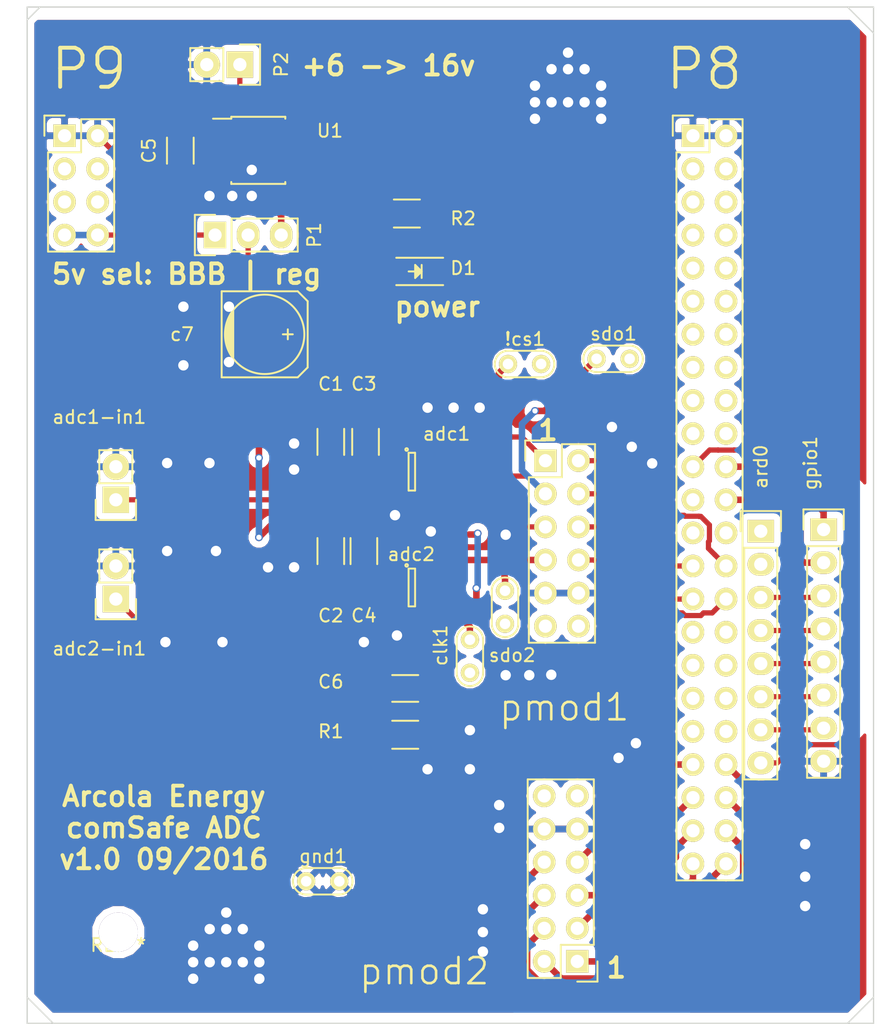
<source format=kicad_pcb>
(kicad_pcb (version 4) (host pcbnew "(2015-06-25 BZR 5821)-product")

  (general
    (links 147)
    (no_connects 4)
    (area 121.764667 45.949999 190.500001 124.050001)
    (thickness 1.6)
    (drawings 14)
    (tracks 233)
    (zones 0)
    (modules 100)
    (nets 34)
  )

  (page A4)
  (layers
    (0 F.Cu signal)
    (31 B.Cu signal)
    (32 B.Adhes user)
    (33 F.Adhes user)
    (34 B.Paste user)
    (35 F.Paste user)
    (36 B.SilkS user)
    (37 F.SilkS user)
    (38 B.Mask user)
    (39 F.Mask user)
    (40 Dwgs.User user)
    (41 Cmts.User user)
    (42 Eco1.User user)
    (43 Eco2.User user)
    (44 Edge.Cuts user)
    (45 Margin user)
    (46 B.CrtYd user)
    (47 F.CrtYd user)
    (48 B.Fab user)
    (49 F.Fab user)
  )

  (setup
    (last_trace_width 0.5)
    (trace_clearance 0.2)
    (zone_clearance 0.5)
    (zone_45_only no)
    (trace_min 0.2)
    (segment_width 0.2)
    (edge_width 0.1)
    (via_size 0.6)
    (via_drill 0.4)
    (via_min_size 0.4)
    (via_min_drill 0.3)
    (uvia_size 0.3)
    (uvia_drill 0.1)
    (uvias_allowed no)
    (uvia_min_size 0.2)
    (uvia_min_drill 0.1)
    (pcb_text_width 0.3)
    (pcb_text_size 1.5 1.5)
    (mod_edge_width 0.15)
    (mod_text_size 1 1)
    (mod_text_width 0.15)
    (pad_size 0.9 0.9)
    (pad_drill 0.8)
    (pad_to_mask_clearance 0)
    (aux_axis_origin 0 0)
    (visible_elements FFFEFF7F)
    (pcbplotparams
      (layerselection 0x010f0_80000001)
      (usegerberextensions false)
      (excludeedgelayer true)
      (linewidth 0.100000)
      (plotframeref false)
      (viasonmask false)
      (mode 1)
      (useauxorigin false)
      (hpglpennumber 1)
      (hpglpenspeed 20)
      (hpglpendiameter 15)
      (hpglpenoverlay 2)
      (psnegative false)
      (psa4output false)
      (plotreference true)
      (plotvalue true)
      (plotinvisibletext false)
      (padsonsilk false)
      (subtractmaskfromsilk false)
      (outputformat 1)
      (mirror false)
      (drillshape 0)
      (scaleselection 1)
      (outputdirectory fab/))
  )

  (net 0 "")
  (net 1 Earth)
  (net 2 /bit2)
  (net 3 /bit3)
  (net 4 /bit0)
  (net 5 /bit1)
  (net 6 adc-clk)
  (net 7 adc-cs)
  (net 8 adc1-sdo)
  (net 9 adc2-sdo)
  (net 10 adc-5v)
  (net 11 "Net-(adc1-Pad3)")
  (net 12 "Net-(adc2-Pad3)")
  (net 13 "Net-(ard0-Pad3)")
  (net 14 "Net-(ard0-Pad4)")
  (net 15 "Net-(ard0-Pad5)")
  (net 16 "Net-(ard0-Pad6)")
  (net 17 "Net-(ard0-Pad7)")
  (net 18 pru-ready)
  (net 19 "Net-(D1-Pad1)")
  (net 20 /bit8)
  (net 21 /bit10)
  (net 22 /bit9)
  (net 23 /bit11)
  (net 24 /bit6)
  (net 25 /bit7)
  (net 26 /bit4)
  (net 27 /bit5)
  (net 28 +12V)
  (net 29 bbb-5v)
  (net 30 ref-5v)
  (net 31 "Net-(C6-Pad2)")
  (net 32 gpio1)
  (net 33 gpio2)

  (net_class Default "This is the default net class."
    (clearance 0.2)
    (trace_width 0.5)
    (via_dia 0.6)
    (via_drill 0.4)
    (uvia_dia 0.3)
    (uvia_drill 0.1)
    (add_net +12V)
    (add_net /bit0)
    (add_net /bit1)
    (add_net /bit10)
    (add_net /bit11)
    (add_net /bit2)
    (add_net /bit3)
    (add_net /bit4)
    (add_net /bit5)
    (add_net /bit6)
    (add_net /bit7)
    (add_net /bit8)
    (add_net /bit9)
    (add_net Earth)
    (add_net "Net-(C6-Pad2)")
    (add_net "Net-(D1-Pad1)")
    (add_net "Net-(adc1-Pad3)")
    (add_net "Net-(adc2-Pad3)")
    (add_net "Net-(ard0-Pad3)")
    (add_net "Net-(ard0-Pad4)")
    (add_net "Net-(ard0-Pad5)")
    (add_net "Net-(ard0-Pad6)")
    (add_net "Net-(ard0-Pad7)")
    (add_net adc-5v)
    (add_net adc-clk)
    (add_net adc-cs)
    (add_net adc1-sdo)
    (add_net adc2-sdo)
    (add_net bbb-5v)
    (add_net gpio1)
    (add_net gpio2)
    (add_net pru-ready)
    (add_net ref-5v)
  )

  (net_class power ""
    (clearance 0.2)
    (trace_width 0.4)
    (via_dia 0.6)
    (via_drill 0.4)
    (uvia_dia 0.3)
    (uvia_drill 0.1)
  )

  (module via (layer F.Cu) (tedit 57CFD680) (tstamp 57D6BFFD)
    (at 168.91 78.232)
    (fp_text reference REF** (at -0.127 -1.778) (layer F.SilkS) hide
      (effects (font (size 1 1) (thickness 0.15)))
    )
    (fp_text value via (at -0.254 1.905) (layer F.Fab) hide
      (effects (font (size 1 1) (thickness 0.15)))
    )
    (pad 1 thru_hole circle (at 0 0) (size 0.9 0.9) (drill 0.8) (layers *.Cu)
      (net 1 Earth) (zone_connect 2))
  )

  (module via (layer F.Cu) (tedit 57CFD680) (tstamp 57D6BFF9)
    (at 170.434 79.756)
    (fp_text reference REF** (at -0.127 -1.778) (layer F.SilkS) hide
      (effects (font (size 1 1) (thickness 0.15)))
    )
    (fp_text value via (at -0.254 1.905) (layer F.Fab) hide
      (effects (font (size 1 1) (thickness 0.15)))
    )
    (pad 1 thru_hole circle (at 0 0) (size 0.9 0.9) (drill 0.8) (layers *.Cu)
      (net 1 Earth) (zone_connect 2))
  )

  (module via (layer F.Cu) (tedit 57CFD680) (tstamp 57D6BC21)
    (at 163 52.04)
    (fp_text reference REF**11 (at -0.127 -1.778) (layer F.SilkS) hide
      (effects (font (size 1 1) (thickness 0.15)))
    )
    (fp_text value via (at -0.254 1.905) (layer F.Fab) hide
      (effects (font (size 1 1) (thickness 0.15)))
    )
    (pad 1 thru_hole circle (at 0 0) (size 0.9 0.9) (drill 0.8) (layers *.Cu)
      (net 1 Earth) (zone_connect 2))
  )

  (module via (layer F.Cu) (tedit 57CFD680) (tstamp 57D6BC1D)
    (at 164.27 50.77)
    (fp_text reference REF**7 (at -0.127 -1.778) (layer F.SilkS) hide
      (effects (font (size 1 1) (thickness 0.15)))
    )
    (fp_text value via (at -0.254 1.905) (layer F.Fab) hide
      (effects (font (size 1 1) (thickness 0.15)))
    )
    (pad 1 thru_hole circle (at 0 0) (size 0.9 0.9) (drill 0.8) (layers *.Cu)
      (net 1 Earth) (zone_connect 2))
  )

  (module via (layer F.Cu) (tedit 57CFD680) (tstamp 57D6BC19)
    (at 165.54 49.5)
    (fp_text reference REF**3 (at -0.127 -1.778) (layer F.SilkS) hide
      (effects (font (size 1 1) (thickness 0.15)))
    )
    (fp_text value via (at -0.254 1.905) (layer F.Fab) hide
      (effects (font (size 1 1) (thickness 0.15)))
    )
    (pad 1 thru_hole circle (at 0 0) (size 0.9 0.9) (drill 0.8) (layers *.Cu)
      (net 1 Earth) (zone_connect 2))
  )

  (module via (layer F.Cu) (tedit 57CFD680) (tstamp 57D6BC15)
    (at 165.54 50.77)
    (fp_text reference REF**8 (at -0.127 -1.778) (layer F.SilkS) hide
      (effects (font (size 1 1) (thickness 0.15)))
    )
    (fp_text value via (at -0.254 1.905) (layer F.Fab) hide
      (effects (font (size 1 1) (thickness 0.15)))
    )
    (pad 1 thru_hole circle (at 0 0) (size 0.9 0.9) (drill 0.8) (layers *.Cu)
      (net 1 Earth) (zone_connect 2))
  )

  (module via (layer F.Cu) (tedit 57CFD680) (tstamp 57D6BC11)
    (at 166.81 50.77)
    (fp_text reference REF**9 (at -0.127 -1.778) (layer F.SilkS) hide
      (effects (font (size 1 1) (thickness 0.15)))
    )
    (fp_text value via (at -0.254 1.905) (layer F.Fab) hide
      (effects (font (size 1 1) (thickness 0.15)))
    )
    (pad 1 thru_hole circle (at 0 0) (size 0.9 0.9) (drill 0.8) (layers *.Cu)
      (net 1 Earth) (zone_connect 2))
  )

  (module via (layer F.Cu) (tedit 57CFD680) (tstamp 57D6BC0D)
    (at 168.08 52.04)
    (fp_text reference REF**15 (at -0.127 -1.778) (layer F.SilkS) hide
      (effects (font (size 1 1) (thickness 0.15)))
    )
    (fp_text value via (at -0.254 1.905) (layer F.Fab) hide
      (effects (font (size 1 1) (thickness 0.15)))
    )
    (pad 1 thru_hole circle (at 0 0) (size 0.9 0.9) (drill 0.8) (layers *.Cu)
      (net 1 Earth) (zone_connect 2))
  )

  (module via (layer F.Cu) (tedit 57CFD680) (tstamp 57D6BC09)
    (at 166.81 53.31)
    (fp_text reference REF**19 (at -0.127 -1.778) (layer F.SilkS) hide
      (effects (font (size 1 1) (thickness 0.15)))
    )
    (fp_text value via (at -0.254 1.905) (layer F.Fab) hide
      (effects (font (size 1 1) (thickness 0.15)))
    )
    (pad 1 thru_hole circle (at 0 0) (size 0.9 0.9) (drill 0.8) (layers *.Cu)
      (net 1 Earth) (zone_connect 2))
  )

  (module via (layer F.Cu) (tedit 57CFD680) (tstamp 57D6BC05)
    (at 168.08 53.31)
    (fp_text reference REF**20 (at -0.127 -1.778) (layer F.SilkS) hide
      (effects (font (size 1 1) (thickness 0.15)))
    )
    (fp_text value via (at -0.254 1.905) (layer F.Fab) hide
      (effects (font (size 1 1) (thickness 0.15)))
    )
    (pad 1 thru_hole circle (at 0 0) (size 0.9 0.9) (drill 0.8) (layers *.Cu)
      (net 1 Earth) (zone_connect 2))
  )

  (module via (layer F.Cu) (tedit 57CFD680) (tstamp 57D6BC01)
    (at 168.08 54.58)
    (fp_text reference REF**25 (at -0.127 -1.778) (layer F.SilkS) hide
      (effects (font (size 1 1) (thickness 0.15)))
    )
    (fp_text value via (at -0.254 1.905) (layer F.Fab) hide
      (effects (font (size 1 1) (thickness 0.15)))
    )
    (pad 1 thru_hole circle (at 0 0) (size 0.9 0.9) (drill 0.8) (layers *.Cu)
      (net 1 Earth) (zone_connect 2))
  )

  (module via (layer F.Cu) (tedit 57CFD680) (tstamp 57D6BBFD)
    (at 165.54 53.31)
    (fp_text reference REF**18 (at -0.127 -1.778) (layer F.SilkS) hide
      (effects (font (size 1 1) (thickness 0.15)))
    )
    (fp_text value via (at -0.254 1.905) (layer F.Fab) hide
      (effects (font (size 1 1) (thickness 0.15)))
    )
    (pad 1 thru_hole circle (at 0 0) (size 0.9 0.9) (drill 0.8) (layers *.Cu)
      (net 1 Earth) (zone_connect 2))
  )

  (module via (layer F.Cu) (tedit 57CFD680) (tstamp 57D6BBF9)
    (at 163 54.58)
    (fp_text reference REF**21 (at -0.127 -1.778) (layer F.SilkS) hide
      (effects (font (size 1 1) (thickness 0.15)))
    )
    (fp_text value via (at -0.254 1.905) (layer F.Fab) hide
      (effects (font (size 1 1) (thickness 0.15)))
    )
    (pad 1 thru_hole circle (at 0 0) (size 0.9 0.9) (drill 0.8) (layers *.Cu)
      (net 1 Earth) (zone_connect 2))
  )

  (module via (layer F.Cu) (tedit 57CFD680) (tstamp 57D6BBF5)
    (at 164.27 53.31)
    (fp_text reference REF**17 (at -0.127 -1.778) (layer F.SilkS) hide
      (effects (font (size 1 1) (thickness 0.15)))
    )
    (fp_text value via (at -0.254 1.905) (layer F.Fab) hide
      (effects (font (size 1 1) (thickness 0.15)))
    )
    (pad 1 thru_hole circle (at 0 0) (size 0.9 0.9) (drill 0.8) (layers *.Cu)
      (net 1 Earth) (zone_connect 2))
  )

  (module via (layer F.Cu) (tedit 57CFD680) (tstamp 57D6BBF1)
    (at 163 53.31)
    (fp_text reference REF**16 (at -0.127 -1.778) (layer F.SilkS) hide
      (effects (font (size 1 1) (thickness 0.15)))
    )
    (fp_text value via (at -0.254 1.905) (layer F.Fab) hide
      (effects (font (size 1 1) (thickness 0.15)))
    )
    (pad 1 thru_hole circle (at 0 0) (size 0.9 0.9) (drill 0.8) (layers *.Cu)
      (net 1 Earth) (zone_connect 2))
  )

  (module via (layer F.Cu) (tedit 57CFD680) (tstamp 57D6BB53)
    (at 141.83 120.58)
    (fp_text reference REF**25 (at -0.127 -1.778) (layer F.SilkS) hide
      (effects (font (size 1 1) (thickness 0.15)))
    )
    (fp_text value via (at -0.254 1.905) (layer F.Fab) hide
      (effects (font (size 1 1) (thickness 0.15)))
    )
    (pad 1 thru_hole circle (at 0 0) (size 0.9 0.9) (drill 0.8) (layers *.Cu)
      (net 1 Earth) (zone_connect 2))
  )

  (module via (layer F.Cu) (tedit 57CFD680) (tstamp 57D6BB43)
    (at 136.75 120.58)
    (fp_text reference REF**21 (at -0.127 -1.778) (layer F.SilkS) hide
      (effects (font (size 1 1) (thickness 0.15)))
    )
    (fp_text value via (at -0.254 1.905) (layer F.Fab) hide
      (effects (font (size 1 1) (thickness 0.15)))
    )
    (pad 1 thru_hole circle (at 0 0) (size 0.9 0.9) (drill 0.8) (layers *.Cu)
      (net 1 Earth) (zone_connect 2))
  )

  (module via (layer F.Cu) (tedit 57CFD680) (tstamp 57D6BB3F)
    (at 141.83 119.31)
    (fp_text reference REF**20 (at -0.127 -1.778) (layer F.SilkS) hide
      (effects (font (size 1 1) (thickness 0.15)))
    )
    (fp_text value via (at -0.254 1.905) (layer F.Fab) hide
      (effects (font (size 1 1) (thickness 0.15)))
    )
    (pad 1 thru_hole circle (at 0 0) (size 0.9 0.9) (drill 0.8) (layers *.Cu)
      (net 1 Earth) (zone_connect 2))
  )

  (module via (layer F.Cu) (tedit 57CFD680) (tstamp 57D6BB3B)
    (at 140.56 119.31)
    (fp_text reference REF**19 (at -0.127 -1.778) (layer F.SilkS) hide
      (effects (font (size 1 1) (thickness 0.15)))
    )
    (fp_text value via (at -0.254 1.905) (layer F.Fab) hide
      (effects (font (size 1 1) (thickness 0.15)))
    )
    (pad 1 thru_hole circle (at 0 0) (size 0.9 0.9) (drill 0.8) (layers *.Cu)
      (net 1 Earth) (zone_connect 2))
  )

  (module via (layer F.Cu) (tedit 57CFD680) (tstamp 57D6BB37)
    (at 139.29 119.31)
    (fp_text reference REF**18 (at -0.127 -1.778) (layer F.SilkS) hide
      (effects (font (size 1 1) (thickness 0.15)))
    )
    (fp_text value via (at -0.254 1.905) (layer F.Fab) hide
      (effects (font (size 1 1) (thickness 0.15)))
    )
    (pad 1 thru_hole circle (at 0 0) (size 0.9 0.9) (drill 0.8) (layers *.Cu)
      (net 1 Earth) (zone_connect 2))
  )

  (module via (layer F.Cu) (tedit 57CFD680) (tstamp 57D6BB33)
    (at 138.02 119.31)
    (fp_text reference REF**17 (at -0.127 -1.778) (layer F.SilkS) hide
      (effects (font (size 1 1) (thickness 0.15)))
    )
    (fp_text value via (at -0.254 1.905) (layer F.Fab) hide
      (effects (font (size 1 1) (thickness 0.15)))
    )
    (pad 1 thru_hole circle (at 0 0) (size 0.9 0.9) (drill 0.8) (layers *.Cu)
      (net 1 Earth) (zone_connect 2))
  )

  (module via (layer F.Cu) (tedit 57CFD680) (tstamp 57D6BB2F)
    (at 136.75 119.31)
    (fp_text reference REF**16 (at -0.127 -1.778) (layer F.SilkS) hide
      (effects (font (size 1 1) (thickness 0.15)))
    )
    (fp_text value via (at -0.254 1.905) (layer F.Fab) hide
      (effects (font (size 1 1) (thickness 0.15)))
    )
    (pad 1 thru_hole circle (at 0 0) (size 0.9 0.9) (drill 0.8) (layers *.Cu)
      (net 1 Earth) (zone_connect 2))
  )

  (module via (layer F.Cu) (tedit 57CFD680) (tstamp 57D6BB2B)
    (at 141.83 118.04)
    (fp_text reference REF**15 (at -0.127 -1.778) (layer F.SilkS) hide
      (effects (font (size 1 1) (thickness 0.15)))
    )
    (fp_text value via (at -0.254 1.905) (layer F.Fab) hide
      (effects (font (size 1 1) (thickness 0.15)))
    )
    (pad 1 thru_hole circle (at 0 0) (size 0.9 0.9) (drill 0.8) (layers *.Cu)
      (net 1 Earth) (zone_connect 2))
  )

  (module via (layer F.Cu) (tedit 57CFD680) (tstamp 57D6BB1B)
    (at 136.75 118.04)
    (fp_text reference REF**11 (at -0.127 -1.778) (layer F.SilkS) hide
      (effects (font (size 1 1) (thickness 0.15)))
    )
    (fp_text value via (at -0.254 1.905) (layer F.Fab) hide
      (effects (font (size 1 1) (thickness 0.15)))
    )
    (pad 1 thru_hole circle (at 0 0) (size 0.9 0.9) (drill 0.8) (layers *.Cu)
      (net 1 Earth) (zone_connect 2))
  )

  (module via (layer F.Cu) (tedit 57CFD680) (tstamp 57D6BB13)
    (at 140.56 116.77)
    (fp_text reference REF**9 (at -0.127 -1.778) (layer F.SilkS) hide
      (effects (font (size 1 1) (thickness 0.15)))
    )
    (fp_text value via (at -0.254 1.905) (layer F.Fab) hide
      (effects (font (size 1 1) (thickness 0.15)))
    )
    (pad 1 thru_hole circle (at 0 0) (size 0.9 0.9) (drill 0.8) (layers *.Cu)
      (net 1 Earth) (zone_connect 2))
  )

  (module via (layer F.Cu) (tedit 57CFD680) (tstamp 57D6BB0F)
    (at 139.29 116.77)
    (fp_text reference REF**8 (at -0.127 -1.778) (layer F.SilkS) hide
      (effects (font (size 1 1) (thickness 0.15)))
    )
    (fp_text value via (at -0.254 1.905) (layer F.Fab) hide
      (effects (font (size 1 1) (thickness 0.15)))
    )
    (pad 1 thru_hole circle (at 0 0) (size 0.9 0.9) (drill 0.8) (layers *.Cu)
      (net 1 Earth) (zone_connect 2))
  )

  (module via (layer F.Cu) (tedit 57CFD680) (tstamp 57D6BB0B)
    (at 138.02 116.77)
    (fp_text reference REF**7 (at -0.127 -1.778) (layer F.SilkS) hide
      (effects (font (size 1 1) (thickness 0.15)))
    )
    (fp_text value via (at -0.254 1.905) (layer F.Fab) hide
      (effects (font (size 1 1) (thickness 0.15)))
    )
    (pad 1 thru_hole circle (at 0 0) (size 0.9 0.9) (drill 0.8) (layers *.Cu)
      (net 1 Earth) (zone_connect 2))
  )

  (module via (layer F.Cu) (tedit 57CFD680) (tstamp 57D6BAFB)
    (at 139.29 115.5)
    (fp_text reference REF**3 (at -0.127 -1.778) (layer F.SilkS) hide
      (effects (font (size 1 1) (thickness 0.15)))
    )
    (fp_text value via (at -0.254 1.905) (layer F.Fab) hide
      (effects (font (size 1 1) (thickness 0.15)))
    )
    (pad 1 thru_hole circle (at 0 0) (size 0.9 0.9) (drill 0.8) (layers *.Cu)
      (net 1 Earth) (zone_connect 2))
  )

  (module via (layer F.Cu) (tedit 57CFD680) (tstamp 57D6B598)
    (at 141.25 58.5)
    (fp_text reference REF** (at -0.127 -1.778) (layer F.SilkS) hide
      (effects (font (size 1 1) (thickness 0.15)))
    )
    (fp_text value via (at -0.254 1.905) (layer F.Fab) hide
      (effects (font (size 1 1) (thickness 0.15)))
    )
    (pad 1 thru_hole circle (at 0 0) (size 0.9 0.9) (drill 0.8) (layers *.Cu)
      (net 1 Earth) (zone_connect 2))
  )

  (module via (layer F.Cu) (tedit 57CFD680) (tstamp 57D6B594)
    (at 141.25 60.5)
    (fp_text reference REF** (at -0.127 -1.778) (layer F.SilkS) hide
      (effects (font (size 1 1) (thickness 0.15)))
    )
    (fp_text value via (at -0.254 1.905) (layer F.Fab) hide
      (effects (font (size 1 1) (thickness 0.15)))
    )
    (pad 1 thru_hole circle (at 0 0) (size 0.9 0.9) (drill 0.8) (layers *.Cu)
      (net 1 Earth) (zone_connect 2))
  )

  (module via (layer F.Cu) (tedit 57CFD680) (tstamp 57D6B590)
    (at 139.75 60.5)
    (fp_text reference REF** (at -0.127 -1.778) (layer F.SilkS) hide
      (effects (font (size 1 1) (thickness 0.15)))
    )
    (fp_text value via (at -0.254 1.905) (layer F.Fab) hide
      (effects (font (size 1 1) (thickness 0.15)))
    )
    (pad 1 thru_hole circle (at 0 0) (size 0.9 0.9) (drill 0.8) (layers *.Cu)
      (net 1 Earth) (zone_connect 2))
  )

  (module via (layer F.Cu) (tedit 57CFD680) (tstamp 57D6B58C)
    (at 138 60.5)
    (fp_text reference REF** (at -0.127 -1.778) (layer F.SilkS) hide
      (effects (font (size 1 1) (thickness 0.15)))
    )
    (fp_text value via (at -0.254 1.905) (layer F.Fab) hide
      (effects (font (size 1 1) (thickness 0.15)))
    )
    (pad 1 thru_hole circle (at 0 0) (size 0.9 0.9) (drill 0.8) (layers *.Cu)
      (net 1 Earth) (zone_connect 2))
  )

  (module via (layer F.Cu) (tedit 57CFD680) (tstamp 57D6B588)
    (at 139.5 69)
    (fp_text reference REF** (at -0.127 -1.778) (layer F.SilkS) hide
      (effects (font (size 1 1) (thickness 0.15)))
    )
    (fp_text value via (at -0.254 1.905) (layer F.Fab) hide
      (effects (font (size 1 1) (thickness 0.15)))
    )
    (pad 1 thru_hole circle (at 0 0) (size 0.9 0.9) (drill 0.8) (layers *.Cu)
      (net 1 Earth) (zone_connect 2))
  )

  (module via (layer F.Cu) (tedit 57CFD680) (tstamp 57D6B580)
    (at 139.5 73.25)
    (fp_text reference REF** (at -0.127 -1.778) (layer F.SilkS) hide
      (effects (font (size 1 1) (thickness 0.15)))
    )
    (fp_text value via (at -0.254 1.905) (layer F.Fab) hide
      (effects (font (size 1 1) (thickness 0.15)))
    )
    (pad 1 thru_hole circle (at 0 0) (size 0.9 0.9) (drill 0.8) (layers *.Cu)
      (net 1 Earth) (zone_connect 2))
  )

  (module via (layer F.Cu) (tedit 57CFD680) (tstamp 57D6B57C)
    (at 136 73.5)
    (fp_text reference REF** (at -0.127 -1.778) (layer F.SilkS) hide
      (effects (font (size 1 1) (thickness 0.15)))
    )
    (fp_text value via (at -0.254 1.905) (layer F.Fab) hide
      (effects (font (size 1 1) (thickness 0.15)))
    )
    (pad 1 thru_hole circle (at 0 0) (size 0.9 0.9) (drill 0.8) (layers *.Cu)
      (net 1 Earth) (zone_connect 2))
  )

  (module via (layer F.Cu) (tedit 57CFD680) (tstamp 57D6B578)
    (at 136 69)
    (fp_text reference REF** (at -0.127 -1.778) (layer F.SilkS) hide
      (effects (font (size 1 1) (thickness 0.15)))
    )
    (fp_text value via (at -0.254 1.905) (layer F.Fab) hide
      (effects (font (size 1 1) (thickness 0.15)))
    )
    (pad 1 thru_hole circle (at 0 0) (size 0.9 0.9) (drill 0.8) (layers *.Cu)
      (net 1 Earth) (zone_connect 2))
  )

  (module via (layer F.Cu) (tedit 57CFD680) (tstamp 57D6B574)
    (at 158 101.5)
    (fp_text reference REF** (at -0.127 -1.778) (layer F.SilkS) hide
      (effects (font (size 1 1) (thickness 0.15)))
    )
    (fp_text value via (at -0.254 1.905) (layer F.Fab) hide
      (effects (font (size 1 1) (thickness 0.15)))
    )
    (pad 1 thru_hole circle (at 0 0) (size 0.9 0.9) (drill 0.8) (layers *.Cu)
      (net 1 Earth) (zone_connect 2))
  )

  (module via (layer F.Cu) (tedit 57CFD680) (tstamp 57D6B570)
    (at 158 104.5)
    (fp_text reference REF** (at -0.127 -1.778) (layer F.SilkS) hide
      (effects (font (size 1 1) (thickness 0.15)))
    )
    (fp_text value via (at -0.254 1.905) (layer F.Fab) hide
      (effects (font (size 1 1) (thickness 0.15)))
    )
    (pad 1 thru_hole circle (at 0 0) (size 0.9 0.9) (drill 0.8) (layers *.Cu)
      (net 1 Earth) (zone_connect 2))
  )

  (module via (layer F.Cu) (tedit 57CFD680) (tstamp 57D6B56C)
    (at 154.75 104.5)
    (fp_text reference REF** (at -0.127 -1.778) (layer F.SilkS) hide
      (effects (font (size 1 1) (thickness 0.15)))
    )
    (fp_text value via (at -0.254 1.905) (layer F.Fab) hide
      (effects (font (size 1 1) (thickness 0.15)))
    )
    (pad 1 thru_hole circle (at 0 0) (size 0.9 0.9) (drill 0.8) (layers *.Cu)
      (net 1 Earth) (zone_connect 2))
  )

  (module via (layer F.Cu) (tedit 57CFD680) (tstamp 57D6B568)
    (at 159 118.5)
    (fp_text reference REF** (at -0.127 -1.778) (layer F.SilkS) hide
      (effects (font (size 1 1) (thickness 0.15)))
    )
    (fp_text value via (at -0.254 1.905) (layer F.Fab) hide
      (effects (font (size 1 1) (thickness 0.15)))
    )
    (pad 1 thru_hole circle (at 0 0) (size 0.9 0.9) (drill 0.8) (layers *.Cu)
      (net 1 Earth) (zone_connect 2))
  )

  (module via (layer F.Cu) (tedit 57CFD680) (tstamp 57D6B564)
    (at 159 117)
    (fp_text reference REF** (at -0.127 -1.778) (layer F.SilkS) hide
      (effects (font (size 1 1) (thickness 0.15)))
    )
    (fp_text value via (at -0.254 1.905) (layer F.Fab) hide
      (effects (font (size 1 1) (thickness 0.15)))
    )
    (pad 1 thru_hole circle (at 0 0) (size 0.9 0.9) (drill 0.8) (layers *.Cu)
      (net 1 Earth) (zone_connect 2))
  )

  (module via (layer F.Cu) (tedit 57CFD680) (tstamp 57D6B560)
    (at 159 115.25)
    (fp_text reference REF** (at -0.127 -1.778) (layer F.SilkS) hide
      (effects (font (size 1 1) (thickness 0.15)))
    )
    (fp_text value via (at -0.254 1.905) (layer F.Fab) hide
      (effects (font (size 1 1) (thickness 0.15)))
    )
    (pad 1 thru_hole circle (at 0 0) (size 0.9 0.9) (drill 0.8) (layers *.Cu)
      (net 1 Earth) (zone_connect 2))
  )

  (module via (layer F.Cu) (tedit 57CFD680) (tstamp 57D6B3A8)
    (at 139 94.742)
    (fp_text reference REF** (at -0.127 -1.778) (layer F.SilkS) hide
      (effects (font (size 1 1) (thickness 0.15)))
    )
    (fp_text value via (at -0.254 1.905) (layer F.Fab) hide
      (effects (font (size 1 1) (thickness 0.15)))
    )
    (pad 1 thru_hole circle (at 0 0) (size 0.9 0.9) (drill 0.8) (layers *.Cu)
      (net 1 Earth) (zone_connect 2))
  )

  (module via (layer F.Cu) (tedit 57CFD680) (tstamp 57D6B3A4)
    (at 134.62 94.742)
    (fp_text reference REF** (at -0.127 -1.778) (layer F.SilkS) hide
      (effects (font (size 1 1) (thickness 0.15)))
    )
    (fp_text value via (at -0.254 1.905) (layer F.Fab) hide
      (effects (font (size 1 1) (thickness 0.15)))
    )
    (pad 1 thru_hole circle (at 0 0) (size 0.9 0.9) (drill 0.8) (layers *.Cu)
      (net 1 Earth) (zone_connect 2))
  )

  (module via (layer F.Cu) (tedit 57CFD680) (tstamp 57D6B3A0)
    (at 138.5 87.75)
    (fp_text reference REF** (at -0.127 -1.778) (layer F.SilkS) hide
      (effects (font (size 1 1) (thickness 0.15)))
    )
    (fp_text value via (at -0.254 1.905) (layer F.Fab) hide
      (effects (font (size 1 1) (thickness 0.15)))
    )
    (pad 1 thru_hole circle (at 0 0) (size 0.9 0.9) (drill 0.8) (layers *.Cu)
      (net 1 Earth) (zone_connect 2))
  )

  (module via (layer F.Cu) (tedit 57CFD680) (tstamp 57D6B39C)
    (at 134.75 87.75)
    (fp_text reference REF** (at -0.127 -1.778) (layer F.SilkS) hide
      (effects (font (size 1 1) (thickness 0.15)))
    )
    (fp_text value via (at -0.254 1.905) (layer F.Fab) hide
      (effects (font (size 1 1) (thickness 0.15)))
    )
    (pad 1 thru_hole circle (at 0 0) (size 0.9 0.9) (drill 0.8) (layers *.Cu)
      (net 1 Earth) (zone_connect 2))
  )

  (module via (layer F.Cu) (tedit 57CFD680) (tstamp 57D6B38B)
    (at 138 81)
    (fp_text reference REF** (at -0.127 -1.778) (layer F.SilkS) hide
      (effects (font (size 1 1) (thickness 0.15)))
    )
    (fp_text value via (at -0.254 1.905) (layer F.Fab) hide
      (effects (font (size 1 1) (thickness 0.15)))
    )
    (pad 1 thru_hole circle (at 0 0) (size 0.9 0.9) (drill 0.8) (layers *.Cu)
      (net 1 Earth) (zone_connect 2))
  )

  (module via (layer F.Cu) (tedit 57CFD680) (tstamp 57D6B382)
    (at 134.75 81)
    (fp_text reference REF** (at -0.127 -1.778) (layer F.SilkS) hide
      (effects (font (size 1 1) (thickness 0.15)))
    )
    (fp_text value via (at -0.254 1.905) (layer F.Fab) hide
      (effects (font (size 1 1) (thickness 0.15)))
    )
    (pad 1 thru_hole circle (at 0 0) (size 0.9 0.9) (drill 0.8) (layers *.Cu)
      (net 1 Earth) (zone_connect 2))
  )

  (module via (layer F.Cu) (tedit 57CFD680) (tstamp 57D6B378)
    (at 183.75 115)
    (fp_text reference REF** (at -0.127 -1.778) (layer F.SilkS) hide
      (effects (font (size 1 1) (thickness 0.15)))
    )
    (fp_text value via (at -0.254 1.905) (layer F.Fab) hide
      (effects (font (size 1 1) (thickness 0.15)))
    )
    (pad 1 thru_hole circle (at 0 0) (size 0.9 0.9) (drill 0.8) (layers *.Cu)
      (net 1 Earth) (zone_connect 2))
  )

  (module via (layer F.Cu) (tedit 57CFD680) (tstamp 57D6B374)
    (at 183.75 112.75)
    (fp_text reference REF** (at -0.127 -1.778) (layer F.SilkS) hide
      (effects (font (size 1 1) (thickness 0.15)))
    )
    (fp_text value via (at -0.254 1.905) (layer F.Fab) hide
      (effects (font (size 1 1) (thickness 0.15)))
    )
    (pad 1 thru_hole circle (at 0 0) (size 0.9 0.9) (drill 0.8) (layers *.Cu)
      (net 1 Earth) (zone_connect 2))
  )

  (module via (layer F.Cu) (tedit 57CFD680) (tstamp 57D6B370)
    (at 183.75 110.25)
    (fp_text reference REF** (at -0.127 -1.778) (layer F.SilkS) hide
      (effects (font (size 1 1) (thickness 0.15)))
    )
    (fp_text value via (at -0.254 1.905) (layer F.Fab) hide
      (effects (font (size 1 1) (thickness 0.15)))
    )
    (pad 1 thru_hole circle (at 0 0) (size 0.9 0.9) (drill 0.8) (layers *.Cu)
      (net 1 Earth) (zone_connect 2))
  )

  (module via (layer F.Cu) (tedit 57CFD680) (tstamp 57D6B36C)
    (at 160.25 107.25)
    (fp_text reference REF** (at -0.127 -1.778) (layer F.SilkS) hide
      (effects (font (size 1 1) (thickness 0.15)))
    )
    (fp_text value via (at -0.254 1.905) (layer F.Fab) hide
      (effects (font (size 1 1) (thickness 0.15)))
    )
    (pad 1 thru_hole circle (at 0 0) (size 0.9 0.9) (drill 0.8) (layers *.Cu)
      (net 1 Earth) (zone_connect 2))
  )

  (module via (layer F.Cu) (tedit 57CFD680) (tstamp 57D6B368)
    (at 160.25 109)
    (fp_text reference REF** (at -0.127 -1.778) (layer F.SilkS) hide
      (effects (font (size 1 1) (thickness 0.15)))
    )
    (fp_text value via (at -0.254 1.905) (layer F.Fab) hide
      (effects (font (size 1 1) (thickness 0.15)))
    )
    (pad 1 thru_hole circle (at 0 0) (size 0.9 0.9) (drill 0.8) (layers *.Cu)
      (net 1 Earth) (zone_connect 2))
  )

  (module via (layer F.Cu) (tedit 57CFD680) (tstamp 57D6B358)
    (at 169.418 103.632)
    (fp_text reference REF** (at -0.127 -1.778) (layer F.SilkS) hide
      (effects (font (size 1 1) (thickness 0.15)))
    )
    (fp_text value via (at -0.254 1.905) (layer F.Fab) hide
      (effects (font (size 1 1) (thickness 0.15)))
    )
    (pad 1 thru_hole circle (at 0 0) (size 0.9 0.9) (drill 0.8) (layers *.Cu)
      (net 1 Earth) (zone_connect 2))
  )

  (module via (layer F.Cu) (tedit 57CFD680) (tstamp 57D6B354)
    (at 170.75 102.5)
    (fp_text reference REF** (at -0.127 -1.778) (layer F.SilkS) hide
      (effects (font (size 1 1) (thickness 0.15)))
    )
    (fp_text value via (at -0.254 1.905) (layer F.Fab) hide
      (effects (font (size 1 1) (thickness 0.15)))
    )
    (pad 1 thru_hole circle (at 0 0) (size 0.9 0.9) (drill 0.8) (layers *.Cu)
      (net 1 Earth) (zone_connect 2))
  )

  (module via (layer F.Cu) (tedit 57CFD680) (tstamp 57D6B33E)
    (at 164.25 97.25)
    (fp_text reference REF** (at -0.127 -1.778) (layer F.SilkS) hide
      (effects (font (size 1 1) (thickness 0.15)))
    )
    (fp_text value via (at -0.254 1.905) (layer F.Fab) hide
      (effects (font (size 1 1) (thickness 0.15)))
    )
    (pad 1 thru_hole circle (at 0 0) (size 0.9 0.9) (drill 0.8) (layers *.Cu)
      (net 1 Earth) (zone_connect 2))
  )

  (module via (layer F.Cu) (tedit 57CFD680) (tstamp 57D6B32E)
    (at 172 81.026)
    (fp_text reference REF** (at -0.127 -1.778) (layer F.SilkS) hide
      (effects (font (size 1 1) (thickness 0.15)))
    )
    (fp_text value via (at -0.254 1.905) (layer F.Fab) hide
      (effects (font (size 1 1) (thickness 0.15)))
    )
    (pad 1 thru_hole circle (at 0 0) (size 0.9 0.9) (drill 0.8) (layers *.Cu)
      (net 1 Earth) (zone_connect 2))
  )

  (module via (layer F.Cu) (tedit 57CFD680) (tstamp 57D6B326)
    (at 152.25 85)
    (fp_text reference REF** (at -0.127 -1.778) (layer F.SilkS) hide
      (effects (font (size 1 1) (thickness 0.15)))
    )
    (fp_text value via (at -0.254 1.905) (layer F.Fab) hide
      (effects (font (size 1 1) (thickness 0.15)))
    )
    (pad 1 thru_hole circle (at 0 0) (size 0.9 0.9) (drill 0.8) (layers *.Cu)
      (net 1 Earth) (zone_connect 2))
  )

  (module via (layer F.Cu) (tedit 57CFD680) (tstamp 57D6B322)
    (at 155 86.25)
    (fp_text reference REF** (at -0.127 -1.778) (layer F.SilkS) hide
      (effects (font (size 1 1) (thickness 0.15)))
    )
    (fp_text value via (at -0.254 1.905) (layer F.Fab) hide
      (effects (font (size 1 1) (thickness 0.15)))
    )
    (pad 1 thru_hole circle (at 0 0) (size 0.9 0.9) (drill 0.8) (layers *.Cu)
      (net 1 Earth) (zone_connect 2))
  )

  (module via (layer F.Cu) (tedit 57CFD680) (tstamp 57D6B31E)
    (at 160.75 86.5)
    (fp_text reference REF** (at -0.127 -1.778) (layer F.SilkS) hide
      (effects (font (size 1 1) (thickness 0.15)))
    )
    (fp_text value via (at -0.254 1.905) (layer F.Fab) hide
      (effects (font (size 1 1) (thickness 0.15)))
    )
    (pad 1 thru_hole circle (at 0 0) (size 0.9 0.9) (drill 0.8) (layers *.Cu)
      (net 1 Earth) (zone_connect 2))
  )

  (module via (layer F.Cu) (tedit 57CFD680) (tstamp 57D196AC)
    (at 142.5 89)
    (fp_text reference REF** (at -0.127 -1.778) (layer F.SilkS) hide
      (effects (font (size 1 1) (thickness 0.15)))
    )
    (fp_text value via (at -0.254 1.905) (layer F.Fab) hide
      (effects (font (size 1 1) (thickness 0.15)))
    )
    (pad 1 thru_hole circle (at 0 0) (size 0.9 0.9) (drill 0.8) (layers *.Cu)
      (net 1 Earth) (zone_connect 2))
  )

  (module via (layer F.Cu) (tedit 57CFD680) (tstamp 57D196A8)
    (at 144.5 89)
    (fp_text reference REF** (at -0.127 -1.778) (layer F.SilkS) hide
      (effects (font (size 1 1) (thickness 0.15)))
    )
    (fp_text value via (at -0.254 1.905) (layer F.Fab) hide
      (effects (font (size 1 1) (thickness 0.15)))
    )
    (pad 1 thru_hole circle (at 0 0) (size 0.9 0.9) (drill 0.8) (layers *.Cu)
      (net 1 Earth) (zone_connect 2))
  )

  (module via (layer F.Cu) (tedit 57CFD680) (tstamp 57D196A4)
    (at 144.5 79.5)
    (fp_text reference REF** (at -0.127 -1.778) (layer F.SilkS) hide
      (effects (font (size 1 1) (thickness 0.15)))
    )
    (fp_text value via (at -0.254 1.905) (layer F.Fab) hide
      (effects (font (size 1 1) (thickness 0.15)))
    )
    (pad 1 thru_hole circle (at 0 0) (size 0.9 0.9) (drill 0.8) (layers *.Cu)
      (net 1 Earth) (zone_connect 2))
  )

  (module via (layer F.Cu) (tedit 57CFD680) (tstamp 57D19698)
    (at 144.5 81.5)
    (fp_text reference REF** (at -0.127 -1.778) (layer F.SilkS) hide
      (effects (font (size 1 1) (thickness 0.15)))
    )
    (fp_text value via (at -0.254 1.905) (layer F.Fab) hide
      (effects (font (size 1 1) (thickness 0.15)))
    )
    (pad 1 thru_hole circle (at 0 0) (size 0.9 0.9) (drill 0.8) (layers *.Cu)
      (net 1 Earth) (zone_connect 2))
  )

  (module via (layer F.Cu) (tedit 57CFD680) (tstamp 57CFD6BE)
    (at 162.56 97.282)
    (fp_text reference REF** (at -0.127 -1.778) (layer F.SilkS) hide
      (effects (font (size 1 1) (thickness 0.15)))
    )
    (fp_text value via (at -0.254 1.905) (layer F.Fab) hide
      (effects (font (size 1 1) (thickness 0.15)))
    )
    (pad 1 thru_hole circle (at 0 0) (size 0.9 0.9) (drill 0.8) (layers *.Cu)
      (net 1 Earth) (zone_connect 2))
  )

  (module via (layer F.Cu) (tedit 57CFD680) (tstamp 57CFD6BA)
    (at 160.75 97.282)
    (fp_text reference REF** (at -0.127 -1.778) (layer F.SilkS) hide
      (effects (font (size 1 1) (thickness 0.15)))
    )
    (fp_text value via (at -0.254 1.905) (layer F.Fab) hide
      (effects (font (size 1 1) (thickness 0.15)))
    )
    (pad 1 thru_hole circle (at 0 0) (size 0.9 0.9) (drill 0.8) (layers *.Cu)
      (net 1 Earth) (zone_connect 2))
  )

  (module via (layer F.Cu) (tedit 57CFD680) (tstamp 57CFD6B6)
    (at 149.86 94.742)
    (fp_text reference REF** (at -0.127 -1.778) (layer F.SilkS) hide
      (effects (font (size 1 1) (thickness 0.15)))
    )
    (fp_text value via (at -0.254 1.905) (layer F.Fab) hide
      (effects (font (size 1 1) (thickness 0.15)))
    )
    (pad 1 thru_hole circle (at 0 0) (size 0.9 0.9) (drill 0.8) (layers *.Cu)
      (net 1 Earth) (zone_connect 2))
  )

  (module via (layer F.Cu) (tedit 57CFD680) (tstamp 57CFD6B2)
    (at 152.4 94.234)
    (fp_text reference REF** (at -0.127 -1.778) (layer F.SilkS) hide
      (effects (font (size 1 1) (thickness 0.15)))
    )
    (fp_text value via (at -0.254 1.905) (layer F.Fab) hide
      (effects (font (size 1 1) (thickness 0.15)))
    )
    (pad 1 thru_hole circle (at 0 0) (size 0.9 0.9) (drill 0.8) (layers *.Cu)
      (net 1 Earth) (zone_connect 2))
  )

  (module via (layer F.Cu) (tedit 57CFD680) (tstamp 57CFD6AE)
    (at 158.75 76.75)
    (fp_text reference REF** (at -0.127 -1.778) (layer F.SilkS) hide
      (effects (font (size 1 1) (thickness 0.15)))
    )
    (fp_text value via (at -0.254 1.905) (layer F.Fab) hide
      (effects (font (size 1 1) (thickness 0.15)))
    )
    (pad 1 thru_hole circle (at 0 0) (size 0.9 0.9) (drill 0.8) (layers *.Cu)
      (net 1 Earth) (zone_connect 2))
  )

  (module via (layer F.Cu) (tedit 57CFD680) (tstamp 57CFD6AA)
    (at 156.75 76.75)
    (fp_text reference REF** (at -0.127 -1.778) (layer F.SilkS) hide
      (effects (font (size 1 1) (thickness 0.15)))
    )
    (fp_text value via (at -0.254 1.905) (layer F.Fab) hide
      (effects (font (size 1 1) (thickness 0.15)))
    )
    (pad 1 thru_hole circle (at 0 0) (size 0.9 0.9) (drill 0.8) (layers *.Cu)
      (net 1 Earth) (zone_connect 2))
  )

  (module via (layer F.Cu) (tedit 57CFD680) (tstamp 57CFD620)
    (at 154.75 76.75)
    (fp_text reference REF** (at -0.127 -1.778) (layer F.SilkS) hide
      (effects (font (size 1 1) (thickness 0.15)))
    )
    (fp_text value via (at -0.254 1.905) (layer F.Fab) hide
      (effects (font (size 1 1) (thickness 0.15)))
    )
    (pad 1 thru_hole circle (at 0 0) (size 0.9 0.9) (drill 0.8) (layers *.Cu)
      (net 1 Earth) (zone_connect 2))
  )

  (module Pin_Headers:Pin_Header_Straight_2x23 (layer F.Cu) (tedit 57D6B704) (tstamp 57CEB79D)
    (at 175.133 55.88)
    (descr "Through hole pin header")
    (tags "pin header")
    (path /57CEB637)
    (fp_text reference P8 (at 0.867 -5.13) (layer F.SilkS)
      (effects (font (size 3 3) (thickness 0.3)))
    )
    (fp_text value CONN_02X23 (at 0 -3.1) (layer F.Fab)
      (effects (font (size 1 1) (thickness 0.15)))
    )
    (fp_line (start -1.75 -1.75) (end -1.75 57.65) (layer F.CrtYd) (width 0.05))
    (fp_line (start 4.3 -1.75) (end 4.3 57.65) (layer F.CrtYd) (width 0.05))
    (fp_line (start -1.75 -1.75) (end 4.3 -1.75) (layer F.CrtYd) (width 0.05))
    (fp_line (start -1.75 57.65) (end 4.3 57.65) (layer F.CrtYd) (width 0.05))
    (fp_line (start 3.81 57.15) (end 3.81 -1.27) (layer F.SilkS) (width 0.15))
    (fp_line (start -1.27 57.15) (end -1.27 1.27) (layer F.SilkS) (width 0.15))
    (fp_line (start 3.81 57.15) (end -1.27 57.15) (layer F.SilkS) (width 0.15))
    (fp_line (start 3.81 -1.27) (end 1.27 -1.27) (layer F.SilkS) (width 0.15))
    (fp_line (start 0 -1.55) (end -1.55 -1.55) (layer F.SilkS) (width 0.15))
    (fp_line (start 1.27 -1.27) (end 1.27 1.27) (layer F.SilkS) (width 0.15))
    (fp_line (start 1.27 1.27) (end -1.27 1.27) (layer F.SilkS) (width 0.15))
    (fp_line (start -1.55 -1.55) (end -1.55 0) (layer F.SilkS) (width 0.15))
    (pad 1 thru_hole rect (at 0 0) (size 1.7272 1.7272) (drill 1.016) (layers *.Cu *.Mask F.SilkS)
      (net 1 Earth))
    (pad 2 thru_hole oval (at 2.54 0) (size 1.7272 1.7272) (drill 1.016) (layers *.Cu *.Mask F.SilkS)
      (net 1 Earth))
    (pad 3 thru_hole oval (at 0 2.54) (size 1.7272 1.7272) (drill 1.016) (layers *.Cu *.Mask F.SilkS))
    (pad 4 thru_hole oval (at 2.54 2.54) (size 1.7272 1.7272) (drill 1.016) (layers *.Cu *.Mask F.SilkS))
    (pad 5 thru_hole oval (at 0 5.08) (size 1.7272 1.7272) (drill 1.016) (layers *.Cu *.Mask F.SilkS))
    (pad 6 thru_hole oval (at 2.54 5.08) (size 1.7272 1.7272) (drill 1.016) (layers *.Cu *.Mask F.SilkS))
    (pad 7 thru_hole oval (at 0 7.62) (size 1.7272 1.7272) (drill 1.016) (layers *.Cu *.Mask F.SilkS))
    (pad 8 thru_hole oval (at 2.54 7.62) (size 1.7272 1.7272) (drill 1.016) (layers *.Cu *.Mask F.SilkS))
    (pad 9 thru_hole oval (at 0 10.16) (size 1.7272 1.7272) (drill 1.016) (layers *.Cu *.Mask F.SilkS))
    (pad 10 thru_hole oval (at 2.54 10.16) (size 1.7272 1.7272) (drill 1.016) (layers *.Cu *.Mask F.SilkS))
    (pad 11 thru_hole oval (at 0 12.7) (size 1.7272 1.7272) (drill 1.016) (layers *.Cu *.Mask F.SilkS))
    (pad 12 thru_hole oval (at 2.54 12.7) (size 1.7272 1.7272) (drill 1.016) (layers *.Cu *.Mask F.SilkS))
    (pad 13 thru_hole oval (at 0 15.24) (size 1.7272 1.7272) (drill 1.016) (layers *.Cu *.Mask F.SilkS))
    (pad 14 thru_hole oval (at 2.54 15.24) (size 1.7272 1.7272) (drill 1.016) (layers *.Cu *.Mask F.SilkS))
    (pad 15 thru_hole oval (at 0 17.78) (size 1.7272 1.7272) (drill 1.016) (layers *.Cu *.Mask F.SilkS))
    (pad 16 thru_hole oval (at 2.54 17.78) (size 1.7272 1.7272) (drill 1.016) (layers *.Cu *.Mask F.SilkS))
    (pad 17 thru_hole oval (at 0 20.32) (size 1.7272 1.7272) (drill 1.016) (layers *.Cu *.Mask F.SilkS))
    (pad 18 thru_hole oval (at 2.54 20.32) (size 1.7272 1.7272) (drill 1.016) (layers *.Cu *.Mask F.SilkS))
    (pad 19 thru_hole oval (at 0 22.86) (size 1.7272 1.7272) (drill 1.016) (layers *.Cu *.Mask F.SilkS))
    (pad 20 thru_hole oval (at 2.54 22.86) (size 1.7272 1.7272) (drill 1.016) (layers *.Cu *.Mask F.SilkS))
    (pad 21 thru_hole oval (at 0 25.4) (size 1.7272 1.7272) (drill 1.016) (layers *.Cu *.Mask F.SilkS)
      (net 18 pru-ready))
    (pad 22 thru_hole oval (at 2.54 25.4) (size 1.7272 1.7272) (drill 1.016) (layers *.Cu *.Mask F.SilkS)
      (net 32 gpio1))
    (pad 23 thru_hole oval (at 0 27.94) (size 1.7272 1.7272) (drill 1.016) (layers *.Cu *.Mask F.SilkS))
    (pad 24 thru_hole oval (at 2.54 27.94) (size 1.7272 1.7272) (drill 1.016) (layers *.Cu *.Mask F.SilkS)
      (net 33 gpio2))
    (pad 25 thru_hole oval (at 0 30.48) (size 1.7272 1.7272) (drill 1.016) (layers *.Cu *.Mask F.SilkS))
    (pad 26 thru_hole oval (at 2.54 30.48) (size 1.7272 1.7272) (drill 1.016) (layers *.Cu *.Mask F.SilkS))
    (pad 27 thru_hole oval (at 0 33.02) (size 1.7272 1.7272) (drill 1.016) (layers *.Cu *.Mask F.SilkS)
      (net 20 /bit8))
    (pad 28 thru_hole oval (at 2.54 33.02) (size 1.7272 1.7272) (drill 1.016) (layers *.Cu *.Mask F.SilkS)
      (net 21 /bit10))
    (pad 29 thru_hole oval (at 0 35.56) (size 1.7272 1.7272) (drill 1.016) (layers *.Cu *.Mask F.SilkS)
      (net 22 /bit9))
    (pad 30 thru_hole oval (at 2.54 35.56) (size 1.7272 1.7272) (drill 1.016) (layers *.Cu *.Mask F.SilkS)
      (net 23 /bit11))
    (pad 31 thru_hole oval (at 0 38.1) (size 1.7272 1.7272) (drill 1.016) (layers *.Cu *.Mask F.SilkS))
    (pad 32 thru_hole oval (at 2.54 38.1) (size 1.7272 1.7272) (drill 1.016) (layers *.Cu *.Mask F.SilkS))
    (pad 33 thru_hole oval (at 0 40.64) (size 1.7272 1.7272) (drill 1.016) (layers *.Cu *.Mask F.SilkS))
    (pad 34 thru_hole oval (at 2.54 40.64) (size 1.7272 1.7272) (drill 1.016) (layers *.Cu *.Mask F.SilkS))
    (pad 35 thru_hole oval (at 0 43.18) (size 1.7272 1.7272) (drill 1.016) (layers *.Cu *.Mask F.SilkS))
    (pad 36 thru_hole oval (at 2.54 43.18) (size 1.7272 1.7272) (drill 1.016) (layers *.Cu *.Mask F.SilkS))
    (pad 37 thru_hole oval (at 0 45.72) (size 1.7272 1.7272) (drill 1.016) (layers *.Cu *.Mask F.SilkS))
    (pad 38 thru_hole oval (at 2.54 45.72) (size 1.7272 1.7272) (drill 1.016) (layers *.Cu *.Mask F.SilkS))
    (pad 39 thru_hole oval (at 0 48.26) (size 1.7272 1.7272) (drill 1.016) (layers *.Cu *.Mask F.SilkS)
      (net 24 /bit6))
    (pad 40 thru_hole oval (at 2.54 48.26) (size 1.7272 1.7272) (drill 1.016) (layers *.Cu *.Mask F.SilkS)
      (net 25 /bit7))
    (pad 41 thru_hole oval (at 0 50.8) (size 1.7272 1.7272) (drill 1.016) (layers *.Cu *.Mask F.SilkS)
      (net 26 /bit4))
    (pad 42 thru_hole oval (at 2.54 50.8) (size 1.7272 1.7272) (drill 1.016) (layers *.Cu *.Mask F.SilkS)
      (net 27 /bit5))
    (pad 43 thru_hole oval (at 0 53.34) (size 1.7272 1.7272) (drill 1.016) (layers *.Cu *.Mask F.SilkS)
      (net 2 /bit2))
    (pad 44 thru_hole oval (at 2.54 53.34) (size 1.7272 1.7272) (drill 1.016) (layers *.Cu *.Mask F.SilkS)
      (net 3 /bit3))
    (pad 45 thru_hole oval (at 0 55.88) (size 1.7272 1.7272) (drill 1.016) (layers *.Cu *.Mask F.SilkS)
      (net 4 /bit0))
    (pad 46 thru_hole oval (at 2.54 55.88) (size 1.7272 1.7272) (drill 1.016) (layers *.Cu *.Mask F.SilkS)
      (net 5 /bit1))
    (model Pin_Headers.3dshapes/Pin_Header_Straight_2x23.wrl
      (at (xyz 0.05 -1.1 0))
      (scale (xyz 1 1 1))
      (rotate (xyz 0 0 90))
    )
  )

  (module Pin_Headers:Pin_Header_Straight_2x06 (layer F.Cu) (tedit 57D6B41E) (tstamp 57CEBC4C)
    (at 163.8 80.82)
    (descr "Through hole pin header")
    (tags "pin header")
    (path /57CEBC31)
    (fp_text reference pmod1 (at 1.45 18.93 180) (layer F.SilkS)
      (effects (font (size 2 2) (thickness 0.2)))
    )
    (fp_text value CONN_02X06 (at 0 -3.1) (layer F.Fab)
      (effects (font (size 1 1) (thickness 0.15)))
    )
    (fp_line (start -1.75 -1.75) (end -1.75 14.45) (layer F.CrtYd) (width 0.05))
    (fp_line (start 4.3 -1.75) (end 4.3 14.45) (layer F.CrtYd) (width 0.05))
    (fp_line (start -1.75 -1.75) (end 4.3 -1.75) (layer F.CrtYd) (width 0.05))
    (fp_line (start -1.75 14.45) (end 4.3 14.45) (layer F.CrtYd) (width 0.05))
    (fp_line (start 3.81 13.97) (end 3.81 -1.27) (layer F.SilkS) (width 0.15))
    (fp_line (start -1.27 1.27) (end -1.27 13.97) (layer F.SilkS) (width 0.15))
    (fp_line (start 3.81 13.97) (end -1.27 13.97) (layer F.SilkS) (width 0.15))
    (fp_line (start 3.81 -1.27) (end 1.27 -1.27) (layer F.SilkS) (width 0.15))
    (fp_line (start 0 -1.55) (end -1.55 -1.55) (layer F.SilkS) (width 0.15))
    (fp_line (start 1.27 -1.27) (end 1.27 1.27) (layer F.SilkS) (width 0.15))
    (fp_line (start 1.27 1.27) (end -1.27 1.27) (layer F.SilkS) (width 0.15))
    (fp_line (start -1.55 -1.55) (end -1.55 0) (layer F.SilkS) (width 0.15))
    (pad 1 thru_hole rect (at 0 0) (size 1.7272 1.7272) (drill 1.016) (layers *.Cu *.Mask F.SilkS)
      (net 7 adc-cs))
    (pad 2 thru_hole oval (at 2.54 0) (size 1.7272 1.7272) (drill 1.016) (layers *.Cu *.Mask F.SilkS)
      (net 21 /bit10))
    (pad 3 thru_hole oval (at 0 2.54) (size 1.7272 1.7272) (drill 1.016) (layers *.Cu *.Mask F.SilkS)
      (net 8 adc1-sdo))
    (pad 4 thru_hole oval (at 2.54 2.54) (size 1.7272 1.7272) (drill 1.016) (layers *.Cu *.Mask F.SilkS)
      (net 20 /bit8))
    (pad 5 thru_hole oval (at 0 5.08) (size 1.7272 1.7272) (drill 1.016) (layers *.Cu *.Mask F.SilkS)
      (net 6 adc-clk))
    (pad 6 thru_hole oval (at 2.54 5.08) (size 1.7272 1.7272) (drill 1.016) (layers *.Cu *.Mask F.SilkS)
      (net 22 /bit9))
    (pad 7 thru_hole oval (at 0 7.62) (size 1.7272 1.7272) (drill 1.016) (layers *.Cu *.Mask F.SilkS)
      (net 9 adc2-sdo))
    (pad 8 thru_hole oval (at 2.54 7.62) (size 1.7272 1.7272) (drill 1.016) (layers *.Cu *.Mask F.SilkS)
      (net 23 /bit11))
    (pad 9 thru_hole oval (at 0 10.16) (size 1.7272 1.7272) (drill 1.016) (layers *.Cu *.Mask F.SilkS)
      (net 1 Earth))
    (pad 10 thru_hole oval (at 2.54 10.16) (size 1.7272 1.7272) (drill 1.016) (layers *.Cu *.Mask F.SilkS)
      (net 1 Earth))
    (pad 11 thru_hole oval (at 0 12.7) (size 1.7272 1.7272) (drill 1.016) (layers *.Cu *.Mask F.SilkS))
    (pad 12 thru_hole oval (at 2.54 12.7) (size 1.7272 1.7272) (drill 1.016) (layers *.Cu *.Mask F.SilkS))
    (model Pin_Headers.3dshapes/Pin_Header_Straight_2x06.wrl
      (at (xyz 0.05 -0.25 0))
      (scale (xyz 1 1 1))
      (rotate (xyz 0 0 90))
    )
  )

  (module Pin_Headers:Pin_Header_Straight_2x06 (layer F.Cu) (tedit 57D6B447) (tstamp 57CEBC5C)
    (at 166.25 119.25 180)
    (descr "Through hole pin header")
    (tags "pin header")
    (path /57CEBBDB)
    (fp_text reference pmod2 (at 11.75 -0.75 180) (layer F.SilkS)
      (effects (font (size 2 2) (thickness 0.2)))
    )
    (fp_text value CONN_02X06 (at 0 -3.1 180) (layer F.Fab)
      (effects (font (size 1 1) (thickness 0.15)))
    )
    (fp_line (start -1.75 -1.75) (end -1.75 14.45) (layer F.CrtYd) (width 0.05))
    (fp_line (start 4.3 -1.75) (end 4.3 14.45) (layer F.CrtYd) (width 0.05))
    (fp_line (start -1.75 -1.75) (end 4.3 -1.75) (layer F.CrtYd) (width 0.05))
    (fp_line (start -1.75 14.45) (end 4.3 14.45) (layer F.CrtYd) (width 0.05))
    (fp_line (start 3.81 13.97) (end 3.81 -1.27) (layer F.SilkS) (width 0.15))
    (fp_line (start -1.27 1.27) (end -1.27 13.97) (layer F.SilkS) (width 0.15))
    (fp_line (start 3.81 13.97) (end -1.27 13.97) (layer F.SilkS) (width 0.15))
    (fp_line (start 3.81 -1.27) (end 1.27 -1.27) (layer F.SilkS) (width 0.15))
    (fp_line (start 0 -1.55) (end -1.55 -1.55) (layer F.SilkS) (width 0.15))
    (fp_line (start 1.27 -1.27) (end 1.27 1.27) (layer F.SilkS) (width 0.15))
    (fp_line (start 1.27 1.27) (end -1.27 1.27) (layer F.SilkS) (width 0.15))
    (fp_line (start -1.55 -1.55) (end -1.55 0) (layer F.SilkS) (width 0.15))
    (pad 1 thru_hole rect (at 0 0 180) (size 1.7272 1.7272) (drill 1.016) (layers *.Cu *.Mask F.SilkS)
      (net 4 /bit0))
    (pad 2 thru_hole oval (at 2.54 0 180) (size 1.7272 1.7272) (drill 1.016) (layers *.Cu *.Mask F.SilkS)
      (net 5 /bit1))
    (pad 3 thru_hole oval (at 0 2.54 180) (size 1.7272 1.7272) (drill 1.016) (layers *.Cu *.Mask F.SilkS)
      (net 2 /bit2))
    (pad 4 thru_hole oval (at 2.54 2.54 180) (size 1.7272 1.7272) (drill 1.016) (layers *.Cu *.Mask F.SilkS)
      (net 3 /bit3))
    (pad 5 thru_hole oval (at 0 5.08 180) (size 1.7272 1.7272) (drill 1.016) (layers *.Cu *.Mask F.SilkS)
      (net 26 /bit4))
    (pad 6 thru_hole oval (at 2.54 5.08 180) (size 1.7272 1.7272) (drill 1.016) (layers *.Cu *.Mask F.SilkS)
      (net 27 /bit5))
    (pad 7 thru_hole oval (at 0 7.62 180) (size 1.7272 1.7272) (drill 1.016) (layers *.Cu *.Mask F.SilkS)
      (net 24 /bit6))
    (pad 8 thru_hole oval (at 2.54 7.62 180) (size 1.7272 1.7272) (drill 1.016) (layers *.Cu *.Mask F.SilkS)
      (net 25 /bit7))
    (pad 9 thru_hole oval (at 0 10.16 180) (size 1.7272 1.7272) (drill 1.016) (layers *.Cu *.Mask F.SilkS)
      (net 1 Earth))
    (pad 10 thru_hole oval (at 2.54 10.16 180) (size 1.7272 1.7272) (drill 1.016) (layers *.Cu *.Mask F.SilkS)
      (net 1 Earth))
    (pad 11 thru_hole oval (at 0 12.7 180) (size 1.7272 1.7272) (drill 1.016) (layers *.Cu *.Mask F.SilkS))
    (pad 12 thru_hole oval (at 2.54 12.7 180) (size 1.7272 1.7272) (drill 1.016) (layers *.Cu *.Mask F.SilkS))
    (model Pin_Headers.3dshapes/Pin_Header_Straight_2x06.wrl
      (at (xyz 0.05 -0.25 0))
      (scale (xyz 1 1 1))
      (rotate (xyz 0 0 90))
    )
  )

  (module TO_SOT_Packages_SMD:SOT-23-6 (layer F.Cu) (tedit 53DE8DE3) (tstamp 57CECF14)
    (at 153.543 81.661)
    (descr "6-pin SOT-23 package")
    (tags SOT-23-6)
    (path /57CEDE6D)
    (attr smd)
    (fp_text reference adc1 (at 2.667 -2.9) (layer F.SilkS)
      (effects (font (size 1 1) (thickness 0.15)))
    )
    (fp_text value ads7883 (at 0 2.9) (layer F.Fab)
      (effects (font (size 1 1) (thickness 0.15)))
    )
    (fp_circle (center -0.4 -1.7) (end -0.3 -1.7) (layer F.SilkS) (width 0.15))
    (fp_line (start 0.25 -1.45) (end -0.25 -1.45) (layer F.SilkS) (width 0.15))
    (fp_line (start 0.25 1.45) (end 0.25 -1.45) (layer F.SilkS) (width 0.15))
    (fp_line (start -0.25 1.45) (end 0.25 1.45) (layer F.SilkS) (width 0.15))
    (fp_line (start -0.25 -1.45) (end -0.25 1.45) (layer F.SilkS) (width 0.15))
    (pad 1 smd rect (at -1.1 -0.95) (size 1.06 0.65) (layers F.Cu F.Paste F.Mask)
      (net 10 adc-5v))
    (pad 2 smd rect (at -1.1 0) (size 1.06 0.65) (layers F.Cu F.Paste F.Mask)
      (net 1 Earth))
    (pad 3 smd rect (at -1.1 0.95) (size 1.06 0.65) (layers F.Cu F.Paste F.Mask)
      (net 11 "Net-(adc1-Pad3)"))
    (pad 4 smd rect (at 1.1 0.95) (size 1.06 0.65) (layers F.Cu F.Paste F.Mask)
      (net 6 adc-clk))
    (pad 6 smd rect (at 1.1 -0.95) (size 1.06 0.65) (layers F.Cu F.Paste F.Mask)
      (net 7 adc-cs))
    (pad 5 smd rect (at 1.1 0) (size 1.06 0.65) (layers F.Cu F.Paste F.Mask)
      (net 8 adc1-sdo))
    (model TO_SOT_Packages_SMD.3dshapes/SOT-23-6.wrl
      (at (xyz 0 0 0))
      (scale (xyz 1 1 1))
      (rotate (xyz 0 0 0))
    )
  )

  (module Pin_Headers:Pin_Header_Straight_1x02 (layer F.Cu) (tedit 54EA090C) (tstamp 57CECF1A)
    (at 130.81 83.82 180)
    (descr "Through hole pin header")
    (tags "pin header")
    (path /57CEE53C)
    (fp_text reference adc1-in1 (at 1.27 6.35 180) (layer F.SilkS)
      (effects (font (size 1 1) (thickness 0.15)))
    )
    (fp_text value CONN_01X02 (at 0 -3.1 180) (layer F.Fab)
      (effects (font (size 1 1) (thickness 0.15)))
    )
    (fp_line (start 1.27 1.27) (end 1.27 3.81) (layer F.SilkS) (width 0.15))
    (fp_line (start 1.55 -1.55) (end 1.55 0) (layer F.SilkS) (width 0.15))
    (fp_line (start -1.75 -1.75) (end -1.75 4.3) (layer F.CrtYd) (width 0.05))
    (fp_line (start 1.75 -1.75) (end 1.75 4.3) (layer F.CrtYd) (width 0.05))
    (fp_line (start -1.75 -1.75) (end 1.75 -1.75) (layer F.CrtYd) (width 0.05))
    (fp_line (start -1.75 4.3) (end 1.75 4.3) (layer F.CrtYd) (width 0.05))
    (fp_line (start 1.27 1.27) (end -1.27 1.27) (layer F.SilkS) (width 0.15))
    (fp_line (start -1.55 0) (end -1.55 -1.55) (layer F.SilkS) (width 0.15))
    (fp_line (start -1.55 -1.55) (end 1.55 -1.55) (layer F.SilkS) (width 0.15))
    (fp_line (start -1.27 1.27) (end -1.27 3.81) (layer F.SilkS) (width 0.15))
    (fp_line (start -1.27 3.81) (end 1.27 3.81) (layer F.SilkS) (width 0.15))
    (pad 1 thru_hole rect (at 0 0 180) (size 2.032 2.032) (drill 1.016) (layers *.Cu *.Mask F.SilkS)
      (net 11 "Net-(adc1-Pad3)"))
    (pad 2 thru_hole oval (at 0 2.54 180) (size 2.032 2.032) (drill 1.016) (layers *.Cu *.Mask F.SilkS)
      (net 1 Earth))
    (model Pin_Headers.3dshapes/Pin_Header_Straight_1x02.wrl
      (at (xyz 0 -0.05 0))
      (scale (xyz 1 1 1))
      (rotate (xyz 0 0 90))
    )
  )

  (module TO_SOT_Packages_SMD:SOT-23-6 (layer F.Cu) (tedit 57D6B3CC) (tstamp 57CECF24)
    (at 153.543 90.551)
    (descr "6-pin SOT-23 package")
    (tags SOT-23-6)
    (path /57CEDF51)
    (attr smd)
    (fp_text reference adc2 (at -0.043 -2.551) (layer F.SilkS)
      (effects (font (size 1 1) (thickness 0.15)))
    )
    (fp_text value ads7883 (at 0 2.9) (layer F.Fab)
      (effects (font (size 1 1) (thickness 0.15)))
    )
    (fp_circle (center -0.4 -1.7) (end -0.3 -1.7) (layer F.SilkS) (width 0.15))
    (fp_line (start 0.25 -1.45) (end -0.25 -1.45) (layer F.SilkS) (width 0.15))
    (fp_line (start 0.25 1.45) (end 0.25 -1.45) (layer F.SilkS) (width 0.15))
    (fp_line (start -0.25 1.45) (end 0.25 1.45) (layer F.SilkS) (width 0.15))
    (fp_line (start -0.25 -1.45) (end -0.25 1.45) (layer F.SilkS) (width 0.15))
    (pad 1 smd rect (at -1.1 -0.95) (size 1.06 0.65) (layers F.Cu F.Paste F.Mask)
      (net 10 adc-5v))
    (pad 2 smd rect (at -1.1 0) (size 1.06 0.65) (layers F.Cu F.Paste F.Mask)
      (net 1 Earth))
    (pad 3 smd rect (at -1.1 0.95) (size 1.06 0.65) (layers F.Cu F.Paste F.Mask)
      (net 12 "Net-(adc2-Pad3)"))
    (pad 4 smd rect (at 1.1 0.95) (size 1.06 0.65) (layers F.Cu F.Paste F.Mask)
      (net 6 adc-clk))
    (pad 6 smd rect (at 1.1 -0.95) (size 1.06 0.65) (layers F.Cu F.Paste F.Mask)
      (net 7 adc-cs))
    (pad 5 smd rect (at 1.1 0) (size 1.06 0.65) (layers F.Cu F.Paste F.Mask)
      (net 9 adc2-sdo))
    (model TO_SOT_Packages_SMD.3dshapes/SOT-23-6.wrl
      (at (xyz 0 0 0))
      (scale (xyz 1 1 1))
      (rotate (xyz 0 0 0))
    )
  )

  (module Pin_Headers:Pin_Header_Straight_1x02 (layer F.Cu) (tedit 54EA090C) (tstamp 57CECF2A)
    (at 130.81 91.44 180)
    (descr "Through hole pin header")
    (tags "pin header")
    (path /57CEE623)
    (fp_text reference adc2-in1 (at 1.27 -3.81 180) (layer F.SilkS)
      (effects (font (size 1 1) (thickness 0.15)))
    )
    (fp_text value CONN_01X02 (at 0 -3.1 180) (layer F.Fab)
      (effects (font (size 1 1) (thickness 0.15)))
    )
    (fp_line (start 1.27 1.27) (end 1.27 3.81) (layer F.SilkS) (width 0.15))
    (fp_line (start 1.55 -1.55) (end 1.55 0) (layer F.SilkS) (width 0.15))
    (fp_line (start -1.75 -1.75) (end -1.75 4.3) (layer F.CrtYd) (width 0.05))
    (fp_line (start 1.75 -1.75) (end 1.75 4.3) (layer F.CrtYd) (width 0.05))
    (fp_line (start -1.75 -1.75) (end 1.75 -1.75) (layer F.CrtYd) (width 0.05))
    (fp_line (start -1.75 4.3) (end 1.75 4.3) (layer F.CrtYd) (width 0.05))
    (fp_line (start 1.27 1.27) (end -1.27 1.27) (layer F.SilkS) (width 0.15))
    (fp_line (start -1.55 0) (end -1.55 -1.55) (layer F.SilkS) (width 0.15))
    (fp_line (start -1.55 -1.55) (end 1.55 -1.55) (layer F.SilkS) (width 0.15))
    (fp_line (start -1.27 1.27) (end -1.27 3.81) (layer F.SilkS) (width 0.15))
    (fp_line (start -1.27 3.81) (end 1.27 3.81) (layer F.SilkS) (width 0.15))
    (pad 1 thru_hole rect (at 0 0 180) (size 2.032 2.032) (drill 1.016) (layers *.Cu *.Mask F.SilkS)
      (net 12 "Net-(adc2-Pad3)"))
    (pad 2 thru_hole oval (at 0 2.54 180) (size 2.032 2.032) (drill 1.016) (layers *.Cu *.Mask F.SilkS)
      (net 1 Earth))
    (model Pin_Headers.3dshapes/Pin_Header_Straight_1x02.wrl
      (at (xyz 0 -0.05 0))
      (scale (xyz 1 1 1))
      (rotate (xyz 0 0 90))
    )
  )

  (module Pin_Headers:Pin_Header_Straight_1x08 (layer F.Cu) (tedit 0) (tstamp 57CECF36)
    (at 180.34 86.233)
    (descr "Through hole pin header")
    (tags "pin header")
    (path /57CED80C)
    (fp_text reference ard0 (at 0 -4.953 90) (layer F.SilkS)
      (effects (font (size 1 1) (thickness 0.15)))
    )
    (fp_text value CONN_01X08 (at 0 -3.1) (layer F.Fab)
      (effects (font (size 1 1) (thickness 0.15)))
    )
    (fp_line (start -1.75 -1.75) (end -1.75 19.55) (layer F.CrtYd) (width 0.05))
    (fp_line (start 1.75 -1.75) (end 1.75 19.55) (layer F.CrtYd) (width 0.05))
    (fp_line (start -1.75 -1.75) (end 1.75 -1.75) (layer F.CrtYd) (width 0.05))
    (fp_line (start -1.75 19.55) (end 1.75 19.55) (layer F.CrtYd) (width 0.05))
    (fp_line (start 1.27 1.27) (end 1.27 19.05) (layer F.SilkS) (width 0.15))
    (fp_line (start 1.27 19.05) (end -1.27 19.05) (layer F.SilkS) (width 0.15))
    (fp_line (start -1.27 19.05) (end -1.27 1.27) (layer F.SilkS) (width 0.15))
    (fp_line (start 1.55 -1.55) (end 1.55 0) (layer F.SilkS) (width 0.15))
    (fp_line (start 1.27 1.27) (end -1.27 1.27) (layer F.SilkS) (width 0.15))
    (fp_line (start -1.55 0) (end -1.55 -1.55) (layer F.SilkS) (width 0.15))
    (fp_line (start -1.55 -1.55) (end 1.55 -1.55) (layer F.SilkS) (width 0.15))
    (pad 1 thru_hole rect (at 0 0) (size 2.032 1.7272) (drill 1.016) (layers *.Cu *.Mask F.SilkS))
    (pad 2 thru_hole oval (at 0 2.54) (size 2.032 1.7272) (drill 1.016) (layers *.Cu *.Mask F.SilkS))
    (pad 3 thru_hole oval (at 0 5.08) (size 2.032 1.7272) (drill 1.016) (layers *.Cu *.Mask F.SilkS)
      (net 13 "Net-(ard0-Pad3)"))
    (pad 4 thru_hole oval (at 0 7.62) (size 2.032 1.7272) (drill 1.016) (layers *.Cu *.Mask F.SilkS)
      (net 14 "Net-(ard0-Pad4)"))
    (pad 5 thru_hole oval (at 0 10.16) (size 2.032 1.7272) (drill 1.016) (layers *.Cu *.Mask F.SilkS)
      (net 15 "Net-(ard0-Pad5)"))
    (pad 6 thru_hole oval (at 0 12.7) (size 2.032 1.7272) (drill 1.016) (layers *.Cu *.Mask F.SilkS)
      (net 16 "Net-(ard0-Pad6)"))
    (pad 7 thru_hole oval (at 0 15.24) (size 2.032 1.7272) (drill 1.016) (layers *.Cu *.Mask F.SilkS)
      (net 17 "Net-(ard0-Pad7)"))
    (pad 8 thru_hole oval (at 0 17.78) (size 2.032 1.7272) (drill 1.016) (layers *.Cu *.Mask F.SilkS)
      (net 18 pru-ready))
    (model Pin_Headers.3dshapes/Pin_Header_Straight_1x08.wrl
      (at (xyz 0 -0.35 0))
      (scale (xyz 1 1 1))
      (rotate (xyz 0 0 90))
    )
  )

  (module Capacitors_SMD:C_1206_HandSoldering (layer F.Cu) (tedit 57CED129) (tstamp 57CECF3C)
    (at 147.32 79.375 270)
    (descr "Capacitor SMD 1206, hand soldering")
    (tags "capacitor 1206")
    (path /57CEE9ED)
    (attr smd)
    (fp_text reference C1 (at -4.445 0 360) (layer F.SilkS)
      (effects (font (size 1 1) (thickness 0.15)))
    )
    (fp_text value 1u (at 0 0 270) (layer F.Fab)
      (effects (font (size 1 1) (thickness 0.15)))
    )
    (fp_line (start -3.3 -1.15) (end 3.3 -1.15) (layer F.CrtYd) (width 0.05))
    (fp_line (start -3.3 1.15) (end 3.3 1.15) (layer F.CrtYd) (width 0.05))
    (fp_line (start -3.3 -1.15) (end -3.3 1.15) (layer F.CrtYd) (width 0.05))
    (fp_line (start 3.3 -1.15) (end 3.3 1.15) (layer F.CrtYd) (width 0.05))
    (fp_line (start 1 -1.025) (end -1 -1.025) (layer F.SilkS) (width 0.15))
    (fp_line (start -1 1.025) (end 1 1.025) (layer F.SilkS) (width 0.15))
    (pad 1 smd rect (at -2 0 270) (size 2 1.6) (layers F.Cu F.Paste F.Mask)
      (net 10 adc-5v))
    (pad 2 smd rect (at 2 0 270) (size 2 1.6) (layers F.Cu F.Paste F.Mask)
      (net 1 Earth))
    (model Capacitors_SMD.3dshapes/C_1206_HandSoldering.wrl
      (at (xyz 0 0 0))
      (scale (xyz 1 1 1))
      (rotate (xyz 0 0 0))
    )
  )

  (module Capacitors_SMD:C_1206_HandSoldering (layer F.Cu) (tedit 57CED135) (tstamp 57CECF42)
    (at 147.32 87.757 270)
    (descr "Capacitor SMD 1206, hand soldering")
    (tags "capacitor 1206")
    (path /57CEED93)
    (attr smd)
    (fp_text reference C2 (at 4.953 0 360) (layer F.SilkS)
      (effects (font (size 1 1) (thickness 0.15)))
    )
    (fp_text value 1u (at 0.2 -0.2 270) (layer F.Fab)
      (effects (font (size 1 1) (thickness 0.15)))
    )
    (fp_line (start -3.3 -1.15) (end 3.3 -1.15) (layer F.CrtYd) (width 0.05))
    (fp_line (start -3.3 1.15) (end 3.3 1.15) (layer F.CrtYd) (width 0.05))
    (fp_line (start -3.3 -1.15) (end -3.3 1.15) (layer F.CrtYd) (width 0.05))
    (fp_line (start 3.3 -1.15) (end 3.3 1.15) (layer F.CrtYd) (width 0.05))
    (fp_line (start 1 -1.025) (end -1 -1.025) (layer F.SilkS) (width 0.15))
    (fp_line (start -1 1.025) (end 1 1.025) (layer F.SilkS) (width 0.15))
    (pad 1 smd rect (at -2 0 270) (size 2 1.6) (layers F.Cu F.Paste F.Mask)
      (net 10 adc-5v))
    (pad 2 smd rect (at 2 0 270) (size 2 1.6) (layers F.Cu F.Paste F.Mask)
      (net 1 Earth))
    (model Capacitors_SMD.3dshapes/C_1206_HandSoldering.wrl
      (at (xyz 0 0 0))
      (scale (xyz 1 1 1))
      (rotate (xyz 0 0 0))
    )
  )

  (module Capacitors_SMD:C_1206_HandSoldering (layer F.Cu) (tedit 57CEE320) (tstamp 57CECF48)
    (at 149.987 79.375 270)
    (descr "Capacitor SMD 1206, hand soldering")
    (tags "capacitor 1206")
    (path /57CEEA91)
    (attr smd)
    (fp_text reference C3 (at -4.445 0.127 360) (layer F.SilkS)
      (effects (font (size 1 1) (thickness 0.15)))
    )
    (fp_text value 10n (at -0.11 -0.185 270) (layer F.Fab)
      (effects (font (size 1 1) (thickness 0.15)))
    )
    (fp_line (start -3.3 -1.15) (end 3.3 -1.15) (layer F.CrtYd) (width 0.05))
    (fp_line (start -3.3 1.15) (end 3.3 1.15) (layer F.CrtYd) (width 0.05))
    (fp_line (start -3.3 -1.15) (end -3.3 1.15) (layer F.CrtYd) (width 0.05))
    (fp_line (start 3.3 -1.15) (end 3.3 1.15) (layer F.CrtYd) (width 0.05))
    (fp_line (start 1 -1.025) (end -1 -1.025) (layer F.SilkS) (width 0.15))
    (fp_line (start -1 1.025) (end 1 1.025) (layer F.SilkS) (width 0.15))
    (pad 1 smd rect (at -2 0 270) (size 2 1.6) (layers F.Cu F.Paste F.Mask)
      (net 10 adc-5v))
    (pad 2 smd rect (at 2 0 270) (size 2 1.6) (layers F.Cu F.Paste F.Mask)
      (net 1 Earth))
    (model Capacitors_SMD.3dshapes/C_1206_HandSoldering.wrl
      (at (xyz 0 0 0))
      (scale (xyz 1 1 1))
      (rotate (xyz 0 0 0))
    )
  )

  (module Capacitors_SMD:C_1206_HandSoldering (layer F.Cu) (tedit 57CED132) (tstamp 57CECF4E)
    (at 149.86 87.757 270)
    (descr "Capacitor SMD 1206, hand soldering")
    (tags "capacitor 1206")
    (path /57CEED99)
    (attr smd)
    (fp_text reference C4 (at 4.953 0 360) (layer F.SilkS)
      (effects (font (size 1 1) (thickness 0.15)))
    )
    (fp_text value 10n (at 0.3 -0.3 270) (layer F.Fab)
      (effects (font (size 1 1) (thickness 0.15)))
    )
    (fp_line (start -3.3 -1.15) (end 3.3 -1.15) (layer F.CrtYd) (width 0.05))
    (fp_line (start -3.3 1.15) (end 3.3 1.15) (layer F.CrtYd) (width 0.05))
    (fp_line (start -3.3 -1.15) (end -3.3 1.15) (layer F.CrtYd) (width 0.05))
    (fp_line (start 3.3 -1.15) (end 3.3 1.15) (layer F.CrtYd) (width 0.05))
    (fp_line (start 1 -1.025) (end -1 -1.025) (layer F.SilkS) (width 0.15))
    (fp_line (start -1 1.025) (end 1 1.025) (layer F.SilkS) (width 0.15))
    (pad 1 smd rect (at -2 0 270) (size 2 1.6) (layers F.Cu F.Paste F.Mask)
      (net 10 adc-5v))
    (pad 2 smd rect (at 2 0 270) (size 2 1.6) (layers F.Cu F.Paste F.Mask)
      (net 1 Earth))
    (model Capacitors_SMD.3dshapes/C_1206_HandSoldering.wrl
      (at (xyz 0 0 0))
      (scale (xyz 1 1 1))
      (rotate (xyz 0 0 0))
    )
  )

  (module Capacitors_SMD:C_1206_HandSoldering (layer F.Cu) (tedit 541A9C03) (tstamp 57CECF54)
    (at 135.763 57.023 270)
    (descr "Capacitor SMD 1206, hand soldering")
    (tags "capacitor 1206")
    (path /57CEE5B8)
    (attr smd)
    (fp_text reference C5 (at 0 2.413 270) (layer F.SilkS)
      (effects (font (size 1 1) (thickness 0.15)))
    )
    (fp_text value 1u (at 0 2.3 270) (layer F.Fab)
      (effects (font (size 1 1) (thickness 0.15)))
    )
    (fp_line (start -3.3 -1.15) (end 3.3 -1.15) (layer F.CrtYd) (width 0.05))
    (fp_line (start -3.3 1.15) (end 3.3 1.15) (layer F.CrtYd) (width 0.05))
    (fp_line (start -3.3 -1.15) (end -3.3 1.15) (layer F.CrtYd) (width 0.05))
    (fp_line (start 3.3 -1.15) (end 3.3 1.15) (layer F.CrtYd) (width 0.05))
    (fp_line (start 1 -1.025) (end -1 -1.025) (layer F.SilkS) (width 0.15))
    (fp_line (start -1 1.025) (end 1 1.025) (layer F.SilkS) (width 0.15))
    (pad 1 smd rect (at -2 0 270) (size 2 1.6) (layers F.Cu F.Paste F.Mask)
      (net 28 +12V))
    (pad 2 smd rect (at 2 0 270) (size 2 1.6) (layers F.Cu F.Paste F.Mask)
      (net 1 Earth))
    (model Capacitors_SMD.3dshapes/C_1206_HandSoldering.wrl
      (at (xyz 0 0 0))
      (scale (xyz 1 1 1))
      (rotate (xyz 0 0 0))
    )
  )

  (module LEDs:LED-1206 (layer F.Cu) (tedit 55BDE2E8) (tstamp 57CECF60)
    (at 153.797 66.294 180)
    (descr "LED 1206 smd package")
    (tags "LED1206 SMD")
    (path /57CF06F4)
    (attr smd)
    (fp_text reference D1 (at -3.683 0.254 180) (layer F.SilkS)
      (effects (font (size 1 1) (thickness 0.15)))
    )
    (fp_text value LED (at 0 2 180) (layer F.Fab)
      (effects (font (size 1 1) (thickness 0.15)))
    )
    (fp_line (start -2.15 1.05) (end 1.45 1.05) (layer F.SilkS) (width 0.15))
    (fp_line (start -2.15 -1.05) (end 1.45 -1.05) (layer F.SilkS) (width 0.15))
    (fp_line (start -0.1 -0.3) (end -0.1 0.3) (layer F.SilkS) (width 0.15))
    (fp_line (start -0.1 0.3) (end -0.4 0) (layer F.SilkS) (width 0.15))
    (fp_line (start -0.4 0) (end -0.2 -0.2) (layer F.SilkS) (width 0.15))
    (fp_line (start -0.2 -0.2) (end -0.2 0.05) (layer F.SilkS) (width 0.15))
    (fp_line (start -0.2 0.05) (end -0.25 0) (layer F.SilkS) (width 0.15))
    (fp_line (start -0.5 -0.5) (end -0.5 0.5) (layer F.SilkS) (width 0.15))
    (fp_line (start 0 0) (end 0.5 0) (layer F.SilkS) (width 0.15))
    (fp_line (start -0.5 0) (end 0 -0.5) (layer F.SilkS) (width 0.15))
    (fp_line (start 0 -0.5) (end 0 0.5) (layer F.SilkS) (width 0.15))
    (fp_line (start 0 0.5) (end -0.5 0) (layer F.SilkS) (width 0.15))
    (fp_line (start 2.5 -1.25) (end -2.5 -1.25) (layer F.CrtYd) (width 0.05))
    (fp_line (start -2.5 -1.25) (end -2.5 1.25) (layer F.CrtYd) (width 0.05))
    (fp_line (start -2.5 1.25) (end 2.5 1.25) (layer F.CrtYd) (width 0.05))
    (fp_line (start 2.5 1.25) (end 2.5 -1.25) (layer F.CrtYd) (width 0.05))
    (pad 2 smd rect (at 1.41986 0) (size 1.59766 1.80086) (layers F.Cu F.Paste F.Mask)
      (net 10 adc-5v))
    (pad 1 smd rect (at -1.41986 0) (size 1.59766 1.80086) (layers F.Cu F.Paste F.Mask)
      (net 19 "Net-(D1-Pad1)"))
  )

  (module Pin_Headers:Pin_Header_Straight_1x08 (layer F.Cu) (tedit 0) (tstamp 57CECF6C)
    (at 185.166 86.106)
    (descr "Through hole pin header")
    (tags "pin header")
    (path /57CED8CD)
    (fp_text reference gpio1 (at -1.016 -5.1 90) (layer F.SilkS)
      (effects (font (size 1 1) (thickness 0.15)))
    )
    (fp_text value CONN_01X08 (at 0 -3.1) (layer F.Fab)
      (effects (font (size 1 1) (thickness 0.15)))
    )
    (fp_line (start -1.75 -1.75) (end -1.75 19.55) (layer F.CrtYd) (width 0.05))
    (fp_line (start 1.75 -1.75) (end 1.75 19.55) (layer F.CrtYd) (width 0.05))
    (fp_line (start -1.75 -1.75) (end 1.75 -1.75) (layer F.CrtYd) (width 0.05))
    (fp_line (start -1.75 19.55) (end 1.75 19.55) (layer F.CrtYd) (width 0.05))
    (fp_line (start 1.27 1.27) (end 1.27 19.05) (layer F.SilkS) (width 0.15))
    (fp_line (start 1.27 19.05) (end -1.27 19.05) (layer F.SilkS) (width 0.15))
    (fp_line (start -1.27 19.05) (end -1.27 1.27) (layer F.SilkS) (width 0.15))
    (fp_line (start 1.55 -1.55) (end 1.55 0) (layer F.SilkS) (width 0.15))
    (fp_line (start 1.27 1.27) (end -1.27 1.27) (layer F.SilkS) (width 0.15))
    (fp_line (start -1.55 0) (end -1.55 -1.55) (layer F.SilkS) (width 0.15))
    (fp_line (start -1.55 -1.55) (end 1.55 -1.55) (layer F.SilkS) (width 0.15))
    (pad 1 thru_hole rect (at 0 0) (size 2.032 1.7272) (drill 1.016) (layers *.Cu *.Mask F.SilkS)
      (net 32 gpio1))
    (pad 2 thru_hole oval (at 0 2.54) (size 2.032 1.7272) (drill 1.016) (layers *.Cu *.Mask F.SilkS)
      (net 33 gpio2))
    (pad 3 thru_hole oval (at 0 5.08) (size 2.032 1.7272) (drill 1.016) (layers *.Cu *.Mask F.SilkS)
      (net 13 "Net-(ard0-Pad3)"))
    (pad 4 thru_hole oval (at 0 7.62) (size 2.032 1.7272) (drill 1.016) (layers *.Cu *.Mask F.SilkS)
      (net 14 "Net-(ard0-Pad4)"))
    (pad 5 thru_hole oval (at 0 10.16) (size 2.032 1.7272) (drill 1.016) (layers *.Cu *.Mask F.SilkS)
      (net 15 "Net-(ard0-Pad5)"))
    (pad 6 thru_hole oval (at 0 12.7) (size 2.032 1.7272) (drill 1.016) (layers *.Cu *.Mask F.SilkS)
      (net 16 "Net-(ard0-Pad6)"))
    (pad 7 thru_hole oval (at 0 15.24) (size 2.032 1.7272) (drill 1.016) (layers *.Cu *.Mask F.SilkS)
      (net 17 "Net-(ard0-Pad7)"))
    (pad 8 thru_hole oval (at 0 17.78) (size 2.032 1.7272) (drill 1.016) (layers *.Cu *.Mask F.SilkS)
      (net 1 Earth))
    (model Pin_Headers.3dshapes/Pin_Header_Straight_1x08.wrl
      (at (xyz 0 -0.35 0))
      (scale (xyz 1 1 1))
      (rotate (xyz 0 0 90))
    )
  )

  (module Resistors_SMD:R_1206_HandSoldering (layer F.Cu) (tedit 5418A20D) (tstamp 57CECF7C)
    (at 153.035 101.854 180)
    (descr "Resistor SMD 1206, hand soldering")
    (tags "resistor 1206")
    (path /57CF0014)
    (attr smd)
    (fp_text reference R1 (at 5.715 0.254 180) (layer F.SilkS)
      (effects (font (size 1 1) (thickness 0.15)))
    )
    (fp_text value 100R (at 0 2.3 180) (layer F.Fab)
      (effects (font (size 1 1) (thickness 0.15)))
    )
    (fp_line (start -3.3 -1.2) (end 3.3 -1.2) (layer F.CrtYd) (width 0.05))
    (fp_line (start -3.3 1.2) (end 3.3 1.2) (layer F.CrtYd) (width 0.05))
    (fp_line (start -3.3 -1.2) (end -3.3 1.2) (layer F.CrtYd) (width 0.05))
    (fp_line (start 3.3 -1.2) (end 3.3 1.2) (layer F.CrtYd) (width 0.05))
    (fp_line (start 1 1.075) (end -1 1.075) (layer F.SilkS) (width 0.15))
    (fp_line (start -1 -1.075) (end 1 -1.075) (layer F.SilkS) (width 0.15))
    (pad 1 smd rect (at -2 0 180) (size 2 1.7) (layers F.Cu F.Paste F.Mask)
      (net 1 Earth))
    (pad 2 smd rect (at 2 0 180) (size 2 1.7) (layers F.Cu F.Paste F.Mask)
      (net 31 "Net-(C6-Pad2)"))
    (model Resistors_SMD.3dshapes/R_1206_HandSoldering.wrl
      (at (xyz 0 0 0))
      (scale (xyz 1 1 1))
      (rotate (xyz 0 0 0))
    )
  )

  (module Resistors_SMD:R_1206_HandSoldering (layer F.Cu) (tedit 5418A20D) (tstamp 57CECF82)
    (at 153.162 61.849 180)
    (descr "Resistor SMD 1206, hand soldering")
    (tags "resistor 1206")
    (path /57CF0785)
    (attr smd)
    (fp_text reference R2 (at -4.318 -0.381 180) (layer F.SilkS)
      (effects (font (size 1 1) (thickness 0.15)))
    )
    (fp_text value R (at 0 2.3 180) (layer F.Fab)
      (effects (font (size 1 1) (thickness 0.15)))
    )
    (fp_line (start -3.3 -1.2) (end 3.3 -1.2) (layer F.CrtYd) (width 0.05))
    (fp_line (start -3.3 1.2) (end 3.3 1.2) (layer F.CrtYd) (width 0.05))
    (fp_line (start -3.3 -1.2) (end -3.3 1.2) (layer F.CrtYd) (width 0.05))
    (fp_line (start 3.3 -1.2) (end 3.3 1.2) (layer F.CrtYd) (width 0.05))
    (fp_line (start 1 1.075) (end -1 1.075) (layer F.SilkS) (width 0.15))
    (fp_line (start -1 -1.075) (end 1 -1.075) (layer F.SilkS) (width 0.15))
    (pad 1 smd rect (at -2 0 180) (size 2 1.7) (layers F.Cu F.Paste F.Mask)
      (net 19 "Net-(D1-Pad1)"))
    (pad 2 smd rect (at 2 0 180) (size 2 1.7) (layers F.Cu F.Paste F.Mask)
      (net 1 Earth))
    (model Resistors_SMD.3dshapes/R_1206_HandSoldering.wrl
      (at (xyz 0 0 0))
      (scale (xyz 1 1 1))
      (rotate (xyz 0 0 0))
    )
  )

  (module Pin_Headers:Pin_Header_Straight_1x03 (layer F.Cu) (tedit 0) (tstamp 57CEDF2B)
    (at 138.43 63.5 90)
    (descr "Through hole pin header")
    (tags "pin header")
    (path /57CEF070)
    (fp_text reference P1 (at 0 7.62 90) (layer F.SilkS)
      (effects (font (size 1 1) (thickness 0.15)))
    )
    (fp_text value CONN_01X03 (at 0 -3.1 90) (layer F.Fab)
      (effects (font (size 1 1) (thickness 0.15)))
    )
    (fp_line (start -1.75 -1.75) (end -1.75 6.85) (layer F.CrtYd) (width 0.05))
    (fp_line (start 1.75 -1.75) (end 1.75 6.85) (layer F.CrtYd) (width 0.05))
    (fp_line (start -1.75 -1.75) (end 1.75 -1.75) (layer F.CrtYd) (width 0.05))
    (fp_line (start -1.75 6.85) (end 1.75 6.85) (layer F.CrtYd) (width 0.05))
    (fp_line (start -1.27 1.27) (end -1.27 6.35) (layer F.SilkS) (width 0.15))
    (fp_line (start -1.27 6.35) (end 1.27 6.35) (layer F.SilkS) (width 0.15))
    (fp_line (start 1.27 6.35) (end 1.27 1.27) (layer F.SilkS) (width 0.15))
    (fp_line (start 1.55 -1.55) (end 1.55 0) (layer F.SilkS) (width 0.15))
    (fp_line (start 1.27 1.27) (end -1.27 1.27) (layer F.SilkS) (width 0.15))
    (fp_line (start -1.55 0) (end -1.55 -1.55) (layer F.SilkS) (width 0.15))
    (fp_line (start -1.55 -1.55) (end 1.55 -1.55) (layer F.SilkS) (width 0.15))
    (pad 1 thru_hole rect (at 0 0 90) (size 2.032 1.7272) (drill 1.016) (layers *.Cu *.Mask F.SilkS)
      (net 29 bbb-5v))
    (pad 2 thru_hole oval (at 0 2.54 90) (size 2.032 1.7272) (drill 1.016) (layers *.Cu *.Mask F.SilkS)
      (net 10 adc-5v))
    (pad 3 thru_hole oval (at 0 5.08 90) (size 2.032 1.7272) (drill 1.016) (layers *.Cu *.Mask F.SilkS)
      (net 30 ref-5v))
    (model Pin_Headers.3dshapes/Pin_Header_Straight_1x03.wrl
      (at (xyz 0 -0.1 0))
      (scale (xyz 1 1 1))
      (rotate (xyz 0 0 90))
    )
  )

  (module Pin_Headers:Pin_Header_Straight_1x02 (layer F.Cu) (tedit 54EA090C) (tstamp 57CEDF3C)
    (at 140.335 50.419 270)
    (descr "Through hole pin header")
    (tags "pin header")
    (path /57CF0A5D)
    (fp_text reference P2 (at 0 -3.175 270) (layer F.SilkS)
      (effects (font (size 1 1) (thickness 0.15)))
    )
    (fp_text value CONN_01X02 (at 0 -3.1 270) (layer F.Fab)
      (effects (font (size 1 1) (thickness 0.15)))
    )
    (fp_line (start 1.27 1.27) (end 1.27 3.81) (layer F.SilkS) (width 0.15))
    (fp_line (start 1.55 -1.55) (end 1.55 0) (layer F.SilkS) (width 0.15))
    (fp_line (start -1.75 -1.75) (end -1.75 4.3) (layer F.CrtYd) (width 0.05))
    (fp_line (start 1.75 -1.75) (end 1.75 4.3) (layer F.CrtYd) (width 0.05))
    (fp_line (start -1.75 -1.75) (end 1.75 -1.75) (layer F.CrtYd) (width 0.05))
    (fp_line (start -1.75 4.3) (end 1.75 4.3) (layer F.CrtYd) (width 0.05))
    (fp_line (start 1.27 1.27) (end -1.27 1.27) (layer F.SilkS) (width 0.15))
    (fp_line (start -1.55 0) (end -1.55 -1.55) (layer F.SilkS) (width 0.15))
    (fp_line (start -1.55 -1.55) (end 1.55 -1.55) (layer F.SilkS) (width 0.15))
    (fp_line (start -1.27 1.27) (end -1.27 3.81) (layer F.SilkS) (width 0.15))
    (fp_line (start -1.27 3.81) (end 1.27 3.81) (layer F.SilkS) (width 0.15))
    (pad 1 thru_hole rect (at 0 0 270) (size 2.032 2.032) (drill 1.016) (layers *.Cu *.Mask F.SilkS)
      (net 28 +12V))
    (pad 2 thru_hole oval (at 0 2.54 270) (size 2.032 2.032) (drill 1.016) (layers *.Cu *.Mask F.SilkS)
      (net 1 Earth))
    (model Pin_Headers.3dshapes/Pin_Header_Straight_1x02.wrl
      (at (xyz 0 -0.05 0))
      (scale (xyz 1 1 1))
      (rotate (xyz 0 0 90))
    )
  )

  (module Capacitors_SMD:C_1206_HandSoldering (layer F.Cu) (tedit 541A9C03) (tstamp 57D4149F)
    (at 153.035 98.298 180)
    (descr "Capacitor SMD 1206, hand soldering")
    (tags "capacitor 1206")
    (path /57CEFF46)
    (attr smd)
    (fp_text reference C6 (at 5.715 0.508 180) (layer F.SilkS)
      (effects (font (size 1 1) (thickness 0.15)))
    )
    (fp_text value 1nf (at 0 2.3 180) (layer F.Fab)
      (effects (font (size 1 1) (thickness 0.15)))
    )
    (fp_line (start -3.3 -1.15) (end 3.3 -1.15) (layer F.CrtYd) (width 0.05))
    (fp_line (start -3.3 1.15) (end 3.3 1.15) (layer F.CrtYd) (width 0.05))
    (fp_line (start -3.3 -1.15) (end -3.3 1.15) (layer F.CrtYd) (width 0.05))
    (fp_line (start 3.3 -1.15) (end 3.3 1.15) (layer F.CrtYd) (width 0.05))
    (fp_line (start 1 -1.025) (end -1 -1.025) (layer F.SilkS) (width 0.15))
    (fp_line (start -1 1.025) (end 1 1.025) (layer F.SilkS) (width 0.15))
    (pad 1 smd rect (at -2 0 180) (size 2 1.6) (layers F.Cu F.Paste F.Mask)
      (net 6 adc-clk))
    (pad 2 smd rect (at 2 0 180) (size 2 1.6) (layers F.Cu F.Paste F.Mask)
      (net 31 "Net-(C6-Pad2)"))
    (model Capacitors_SMD.3dshapes/C_1206_HandSoldering.wrl
      (at (xyz 0 0 0))
      (scale (xyz 1 1 1))
      (rotate (xyz 0 0 0))
    )
  )

  (module Capacitors_SMD:c_elec_6.3x7.7 (layer F.Cu) (tedit 556FDD06) (tstamp 57D41850)
    (at 142.24 71.12)
    (descr "SMT capacitor, aluminium electrolytic, 6.3x7.7")
    (path /57CF05DE)
    (attr smd)
    (fp_text reference c7 (at -6.35 0) (layer F.SilkS)
      (effects (font (size 1 1) (thickness 0.15)))
    )
    (fp_text value 22u (at 0 4.318) (layer F.Fab)
      (effects (font (size 1 1) (thickness 0.15)))
    )
    (fp_line (start -4.85 -3.55) (end 4.85 -3.55) (layer F.CrtYd) (width 0.05))
    (fp_line (start 4.85 -3.55) (end 4.85 3.55) (layer F.CrtYd) (width 0.05))
    (fp_line (start 4.85 3.55) (end -4.85 3.55) (layer F.CrtYd) (width 0.05))
    (fp_line (start -4.85 3.55) (end -4.85 -3.55) (layer F.CrtYd) (width 0.05))
    (fp_line (start -2.921 -0.762) (end -2.921 0.762) (layer F.SilkS) (width 0.15))
    (fp_line (start -2.794 1.143) (end -2.794 -1.143) (layer F.SilkS) (width 0.15))
    (fp_line (start -2.667 -1.397) (end -2.667 1.397) (layer F.SilkS) (width 0.15))
    (fp_line (start -2.54 1.651) (end -2.54 -1.651) (layer F.SilkS) (width 0.15))
    (fp_line (start -2.413 -1.778) (end -2.413 1.778) (layer F.SilkS) (width 0.15))
    (fp_line (start -3.302 -3.302) (end -3.302 3.302) (layer F.SilkS) (width 0.15))
    (fp_line (start -3.302 3.302) (end 2.54 3.302) (layer F.SilkS) (width 0.15))
    (fp_line (start 2.54 3.302) (end 3.302 2.54) (layer F.SilkS) (width 0.15))
    (fp_line (start 3.302 2.54) (end 3.302 -2.54) (layer F.SilkS) (width 0.15))
    (fp_line (start 3.302 -2.54) (end 2.54 -3.302) (layer F.SilkS) (width 0.15))
    (fp_line (start 2.54 -3.302) (end -3.302 -3.302) (layer F.SilkS) (width 0.15))
    (fp_line (start 2.159 0) (end 1.397 0) (layer F.SilkS) (width 0.15))
    (fp_line (start 1.778 -0.381) (end 1.778 0.381) (layer F.SilkS) (width 0.15))
    (fp_circle (center 0 0) (end -3.048 0) (layer F.SilkS) (width 0.15))
    (pad 1 smd rect (at 2.75082 0) (size 3.59918 1.6002) (layers F.Cu F.Paste F.Mask)
      (net 10 adc-5v))
    (pad 2 smd rect (at -2.75082 0) (size 3.59918 1.6002) (layers F.Cu F.Paste F.Mask)
      (net 1 Earth))
    (model Capacitors_SMD.3dshapes/c_elec_6.3x7.7.wrl
      (at (xyz 0 0 0))
      (scale (xyz 1 1 1))
      (rotate (xyz 0 0 0))
    )
  )

  (module Mounting_Holes:MountingHole_3mm (layer F.Cu) (tedit 58244852) (tstamp 57D19693)
    (at 131 117)
    (descr "Mounting hole, Befestigungsbohrung, 3mm, No Annular, Kein Restring,")
    (tags "Mounting hole, Befestigungsbohrung, 3mm, No Annular, Kein Restring,")
    (fp_text reference REF** (at 0 1) (layer F.SilkS)
      (effects (font (size 1 1) (thickness 0.15)))
    )
    (fp_text value MountingHole_3mm (at 1.00076 5.00126) (layer F.Fab)
      (effects (font (size 1 1) (thickness 0.15)))
    )
    (fp_circle (center 0 0) (end 3 0) (layer Cmts.User) (width 0.381))
    (pad 1 thru_hole circle (at 0 0) (size 3 3) (drill 3) (layers))
  )

  (module Measurement_Points:Test_Point (layer F.Cu) (tedit 0) (tstamp 57D6B1A3)
    (at 162.2 73.4)
    (descr "Connecteurs 2 pins")
    (tags "CONN DEV")
    (path /57D6B6B6)
    (fp_text reference !cs1 (at 0.03048 -1.92024) (layer F.SilkS)
      (effects (font (size 1 1) (thickness 0.15)))
    )
    (fp_text value TEST (at -0.07112 2.2098) (layer F.Fab)
      (effects (font (size 1 1) (thickness 0.15)))
    )
    (fp_line (start 1.27 1.016) (end -1.27 1.016) (layer F.SilkS) (width 0.15))
    (fp_line (start 1.27 -1.016) (end -1.27 -1.016) (layer F.SilkS) (width 0.15))
    (fp_arc (start 1.27 0) (end 2.286 0) (angle 90) (layer F.SilkS) (width 0.15))
    (fp_arc (start 1.27 0) (end 1.27 -1.016) (angle 90) (layer F.SilkS) (width 0.15))
    (fp_arc (start -1.27 0) (end -1.27 1.016) (angle 90) (layer F.SilkS) (width 0.15))
    (fp_arc (start -1.27 0) (end -2.286 0) (angle 90) (layer F.SilkS) (width 0.15))
    (pad 1 thru_hole circle (at -1.27 0) (size 1.397 1.397) (drill 0.8128) (layers *.Cu *.Mask F.SilkS)
      (net 7 adc-cs))
    (pad 1 thru_hole circle (at 1.27 0) (size 1.397 1.397) (drill 0.8128) (layers *.Cu *.Mask F.SilkS)
      (net 7 adc-cs))
    (model Measurement_Points.3dshapes/Test_Point.wrl
      (at (xyz 0 0 0))
      (scale (xyz 1 1 1))
      (rotate (xyz 0 0 0))
    )
  )

  (module Measurement_Points:Test_Point (layer F.Cu) (tedit 57D6B3CF) (tstamp 57D6B1A9)
    (at 158 95.83 90)
    (descr "Connecteurs 2 pins")
    (tags "CONN DEV")
    (path /57D6B146)
    (fp_text reference clk1 (at 0.83 -2.25 90) (layer F.SilkS)
      (effects (font (size 1 1) (thickness 0.15)))
    )
    (fp_text value TEST (at -0.07112 2.2098 90) (layer F.Fab)
      (effects (font (size 1 1) (thickness 0.15)))
    )
    (fp_line (start 1.27 1.016) (end -1.27 1.016) (layer F.SilkS) (width 0.15))
    (fp_line (start 1.27 -1.016) (end -1.27 -1.016) (layer F.SilkS) (width 0.15))
    (fp_arc (start 1.27 0) (end 2.286 0) (angle 90) (layer F.SilkS) (width 0.15))
    (fp_arc (start 1.27 0) (end 1.27 -1.016) (angle 90) (layer F.SilkS) (width 0.15))
    (fp_arc (start -1.27 0) (end -1.27 1.016) (angle 90) (layer F.SilkS) (width 0.15))
    (fp_arc (start -1.27 0) (end -2.286 0) (angle 90) (layer F.SilkS) (width 0.15))
    (pad 1 thru_hole circle (at -1.27 0 90) (size 1.397 1.397) (drill 0.8128) (layers *.Cu *.Mask F.SilkS)
      (net 6 adc-clk))
    (pad 1 thru_hole circle (at 1.27 0 90) (size 1.397 1.397) (drill 0.8128) (layers *.Cu *.Mask F.SilkS)
      (net 6 adc-clk))
    (model Measurement_Points.3dshapes/Test_Point.wrl
      (at (xyz 0 0 0))
      (scale (xyz 1 1 1))
      (rotate (xyz 0 0 0))
    )
  )

  (module Measurement_Points:Test_Point (layer F.Cu) (tedit 0) (tstamp 57D6B1AF)
    (at 146.7 113.1)
    (descr "Connecteurs 2 pins")
    (tags "CONN DEV")
    (path /57D6BC3D)
    (fp_text reference gnd1 (at 0.03048 -1.92024) (layer F.SilkS)
      (effects (font (size 1 1) (thickness 0.15)))
    )
    (fp_text value TEST (at -0.07112 2.2098) (layer F.Fab)
      (effects (font (size 1 1) (thickness 0.15)))
    )
    (fp_line (start 1.27 1.016) (end -1.27 1.016) (layer F.SilkS) (width 0.15))
    (fp_line (start 1.27 -1.016) (end -1.27 -1.016) (layer F.SilkS) (width 0.15))
    (fp_arc (start 1.27 0) (end 2.286 0) (angle 90) (layer F.SilkS) (width 0.15))
    (fp_arc (start 1.27 0) (end 1.27 -1.016) (angle 90) (layer F.SilkS) (width 0.15))
    (fp_arc (start -1.27 0) (end -1.27 1.016) (angle 90) (layer F.SilkS) (width 0.15))
    (fp_arc (start -1.27 0) (end -2.286 0) (angle 90) (layer F.SilkS) (width 0.15))
    (pad 1 thru_hole circle (at -1.27 0) (size 1.397 1.397) (drill 0.8128) (layers *.Cu *.Mask F.SilkS)
      (net 1 Earth))
    (pad 1 thru_hole circle (at 1.27 0) (size 1.397 1.397) (drill 0.8128) (layers *.Cu *.Mask F.SilkS)
      (net 1 Earth))
    (model Measurement_Points.3dshapes/Test_Point.wrl
      (at (xyz 0 0 0))
      (scale (xyz 1 1 1))
      (rotate (xyz 0 0 0))
    )
  )

  (module Measurement_Points:Test_Point (layer F.Cu) (tedit 0) (tstamp 57D6B1B5)
    (at 169 73)
    (descr "Connecteurs 2 pins")
    (tags "CONN DEV")
    (path /57D6B719)
    (fp_text reference sdo1 (at 0.03048 -1.92024) (layer F.SilkS)
      (effects (font (size 1 1) (thickness 0.15)))
    )
    (fp_text value TEST (at -0.07112 2.2098) (layer F.Fab)
      (effects (font (size 1 1) (thickness 0.15)))
    )
    (fp_line (start 1.27 1.016) (end -1.27 1.016) (layer F.SilkS) (width 0.15))
    (fp_line (start 1.27 -1.016) (end -1.27 -1.016) (layer F.SilkS) (width 0.15))
    (fp_arc (start 1.27 0) (end 2.286 0) (angle 90) (layer F.SilkS) (width 0.15))
    (fp_arc (start 1.27 0) (end 1.27 -1.016) (angle 90) (layer F.SilkS) (width 0.15))
    (fp_arc (start -1.27 0) (end -1.27 1.016) (angle 90) (layer F.SilkS) (width 0.15))
    (fp_arc (start -1.27 0) (end -2.286 0) (angle 90) (layer F.SilkS) (width 0.15))
    (pad 1 thru_hole circle (at -1.27 0) (size 1.397 1.397) (drill 0.8128) (layers *.Cu *.Mask F.SilkS)
      (net 8 adc1-sdo))
    (pad 1 thru_hole circle (at 1.27 0) (size 1.397 1.397) (drill 0.8128) (layers *.Cu *.Mask F.SilkS)
      (net 8 adc1-sdo))
    (model Measurement_Points.3dshapes/Test_Point.wrl
      (at (xyz 0 0 0))
      (scale (xyz 1 1 1))
      (rotate (xyz 0 0 0))
    )
  )

  (module Measurement_Points:Test_Point (layer F.Cu) (tedit 57D6B3D6) (tstamp 57D6B1BB)
    (at 160.7 92.07 90)
    (descr "Connecteurs 2 pins")
    (tags "CONN DEV")
    (path /57D6B781)
    (fp_text reference sdo2 (at -3.68 0.55 180) (layer F.SilkS)
      (effects (font (size 1 1) (thickness 0.15)))
    )
    (fp_text value TEST (at -0.07112 2.2098 90) (layer F.Fab)
      (effects (font (size 1 1) (thickness 0.15)))
    )
    (fp_line (start 1.27 1.016) (end -1.27 1.016) (layer F.SilkS) (width 0.15))
    (fp_line (start 1.27 -1.016) (end -1.27 -1.016) (layer F.SilkS) (width 0.15))
    (fp_arc (start 1.27 0) (end 2.286 0) (angle 90) (layer F.SilkS) (width 0.15))
    (fp_arc (start 1.27 0) (end 1.27 -1.016) (angle 90) (layer F.SilkS) (width 0.15))
    (fp_arc (start -1.27 0) (end -1.27 1.016) (angle 90) (layer F.SilkS) (width 0.15))
    (fp_arc (start -1.27 0) (end -2.286 0) (angle 90) (layer F.SilkS) (width 0.15))
    (pad 1 thru_hole circle (at -1.27 0 90) (size 1.397 1.397) (drill 0.8128) (layers *.Cu *.Mask F.SilkS)
      (net 9 adc2-sdo))
    (pad 1 thru_hole circle (at 1.27 0 90) (size 1.397 1.397) (drill 0.8128) (layers *.Cu *.Mask F.SilkS)
      (net 9 adc2-sdo))
    (model Measurement_Points.3dshapes/Test_Point.wrl
      (at (xyz 0 0 0))
      (scale (xyz 1 1 1))
      (rotate (xyz 0 0 0))
    )
  )

  (module Pin_Headers:Pin_Header_Straight_2x04 (layer F.Cu) (tedit 57D6B6F8) (tstamp 57D6B7BD)
    (at 126.873 55.88)
    (descr "Through hole pin header")
    (tags "pin header")
    (path /57D6B818)
    (fp_text reference P9 (at 1.877 -5.13) (layer F.SilkS)
      (effects (font (size 3 3) (thickness 0.3)))
    )
    (fp_text value CONN_02X04 (at 0 -3.1) (layer F.Fab)
      (effects (font (size 1 1) (thickness 0.15)))
    )
    (fp_line (start -1.75 -1.75) (end -1.75 9.4) (layer F.CrtYd) (width 0.05))
    (fp_line (start 4.3 -1.75) (end 4.3 9.4) (layer F.CrtYd) (width 0.05))
    (fp_line (start -1.75 -1.75) (end 4.3 -1.75) (layer F.CrtYd) (width 0.05))
    (fp_line (start -1.75 9.4) (end 4.3 9.4) (layer F.CrtYd) (width 0.05))
    (fp_line (start -1.27 1.27) (end -1.27 8.89) (layer F.SilkS) (width 0.15))
    (fp_line (start -1.27 8.89) (end 3.81 8.89) (layer F.SilkS) (width 0.15))
    (fp_line (start 3.81 8.89) (end 3.81 -1.27) (layer F.SilkS) (width 0.15))
    (fp_line (start 3.81 -1.27) (end 1.27 -1.27) (layer F.SilkS) (width 0.15))
    (fp_line (start 0 -1.55) (end -1.55 -1.55) (layer F.SilkS) (width 0.15))
    (fp_line (start 1.27 -1.27) (end 1.27 1.27) (layer F.SilkS) (width 0.15))
    (fp_line (start 1.27 1.27) (end -1.27 1.27) (layer F.SilkS) (width 0.15))
    (fp_line (start -1.55 -1.55) (end -1.55 0) (layer F.SilkS) (width 0.15))
    (pad 1 thru_hole rect (at 0 0) (size 1.7272 1.7272) (drill 1.016) (layers *.Cu *.Mask F.SilkS)
      (net 1 Earth))
    (pad 2 thru_hole oval (at 2.54 0) (size 1.7272 1.7272) (drill 1.016) (layers *.Cu *.Mask F.SilkS)
      (net 1 Earth))
    (pad 3 thru_hole oval (at 0 2.54) (size 1.7272 1.7272) (drill 1.016) (layers *.Cu *.Mask F.SilkS))
    (pad 4 thru_hole oval (at 2.54 2.54) (size 1.7272 1.7272) (drill 1.016) (layers *.Cu *.Mask F.SilkS))
    (pad 5 thru_hole oval (at 0 5.08) (size 1.7272 1.7272) (drill 1.016) (layers *.Cu *.Mask F.SilkS))
    (pad 6 thru_hole oval (at 2.54 5.08) (size 1.7272 1.7272) (drill 1.016) (layers *.Cu *.Mask F.SilkS))
    (pad 7 thru_hole oval (at 0 7.62) (size 1.7272 1.7272) (drill 1.016) (layers *.Cu *.Mask F.SilkS)
      (net 29 bbb-5v))
    (pad 8 thru_hole oval (at 2.54 7.62) (size 1.7272 1.7272) (drill 1.016) (layers *.Cu *.Mask F.SilkS)
      (net 29 bbb-5v))
    (model Pin_Headers.3dshapes/Pin_Header_Straight_2x04.wrl
      (at (xyz 0.05 -0.15 0))
      (scale (xyz 1 1 1))
      (rotate (xyz 0 0 90))
    )
  )

  (module Housings_SOIC:SOIC-8_3.9x4.9mm_Pitch1.27mm (layer F.Cu) (tedit 54130A77) (tstamp 57D41349)
    (at 141.75 57)
    (descr "8-Lead Plastic Small Outline (SN) - Narrow, 3.90 mm Body [SOIC] (see Microchip Packaging Specification 00000049BS.pdf)")
    (tags "SOIC 1.27")
    (path /57CEE0C0)
    (attr smd)
    (fp_text reference U1 (at 5.5 -1.5) (layer F.SilkS)
      (effects (font (size 1 1) (thickness 0.15)))
    )
    (fp_text value ref5050 (at 0 3.5) (layer F.Fab)
      (effects (font (size 1 1) (thickness 0.15)))
    )
    (fp_line (start -3.75 -2.75) (end -3.75 2.75) (layer F.CrtYd) (width 0.05))
    (fp_line (start 3.75 -2.75) (end 3.75 2.75) (layer F.CrtYd) (width 0.05))
    (fp_line (start -3.75 -2.75) (end 3.75 -2.75) (layer F.CrtYd) (width 0.05))
    (fp_line (start -3.75 2.75) (end 3.75 2.75) (layer F.CrtYd) (width 0.05))
    (fp_line (start -2.075 -2.575) (end -2.075 -2.43) (layer F.SilkS) (width 0.15))
    (fp_line (start 2.075 -2.575) (end 2.075 -2.43) (layer F.SilkS) (width 0.15))
    (fp_line (start 2.075 2.575) (end 2.075 2.43) (layer F.SilkS) (width 0.15))
    (fp_line (start -2.075 2.575) (end -2.075 2.43) (layer F.SilkS) (width 0.15))
    (fp_line (start -2.075 -2.575) (end 2.075 -2.575) (layer F.SilkS) (width 0.15))
    (fp_line (start -2.075 2.575) (end 2.075 2.575) (layer F.SilkS) (width 0.15))
    (fp_line (start -2.075 -2.43) (end -3.475 -2.43) (layer F.SilkS) (width 0.15))
    (pad 1 smd rect (at -2.7 -1.905) (size 1.55 0.6) (layers F.Cu F.Paste F.Mask))
    (pad 2 smd rect (at -2.7 -0.635) (size 1.55 0.6) (layers F.Cu F.Paste F.Mask)
      (net 28 +12V))
    (pad 3 smd rect (at -2.7 0.635) (size 1.55 0.6) (layers F.Cu F.Paste F.Mask))
    (pad 4 smd rect (at -2.7 1.905) (size 1.55 0.6) (layers F.Cu F.Paste F.Mask)
      (net 1 Earth))
    (pad 5 smd rect (at 2.7 1.905) (size 1.55 0.6) (layers F.Cu F.Paste F.Mask))
    (pad 6 smd rect (at 2.7 0.635) (size 1.55 0.6) (layers F.Cu F.Paste F.Mask)
      (net 30 ref-5v))
    (pad 7 smd rect (at 2.7 -0.635) (size 1.55 0.6) (layers F.Cu F.Paste F.Mask))
    (pad 8 smd rect (at 2.7 -1.905) (size 1.55 0.6) (layers F.Cu F.Paste F.Mask))
    (model Housings_SOIC.3dshapes/SOIC-8_3.9x4.9mm_Pitch1.27mm.wrl
      (at (xyz 0 0 0))
      (scale (xyz 1 1 1))
      (rotate (xyz 0 0 0))
    )
  )

  (gr_line (start 187 124) (end 189 122) (layer Edge.Cuts) (width 0.1))
  (gr_line (start 124 122) (end 126 124) (layer Edge.Cuts) (width 0.1))
  (gr_line (start 124 47) (end 125 46) (layer Edge.Cuts) (width 0.1))
  (gr_line (start 187 46) (end 189 48) (layer Edge.Cuts) (width 0.1))
  (gr_text "Arcola Energy\ncomSafe ADC\nv1.0 09/2016" (at 134.5 109) (layer F.SilkS)
    (effects (font (size 1.5 1.5) (thickness 0.3)))
  )
  (gr_text "5v sel: BBB | reg" (at 136.25 66.5) (layer F.SilkS)
    (effects (font (size 1.5 1.5) (thickness 0.3)))
  )
  (gr_text "+6 -> 16v" (at 151.75 50.5) (layer F.SilkS)
    (effects (font (size 1.5 1.5) (thickness 0.3)))
  )
  (gr_text power (at 155.5 69) (layer F.SilkS)
    (effects (font (size 1.5 1.5) (thickness 0.3)))
  )
  (gr_text 1 (at 164 78.5) (layer F.SilkS)
    (effects (font (size 1.5 1.5) (thickness 0.3)))
  )
  (gr_text 1 (at 169.25 119.75) (layer F.SilkS)
    (effects (font (size 1.5 1.5) (thickness 0.3)))
  )
  (gr_line (start 124 124) (end 124 46) (layer Edge.Cuts) (width 0.1))
  (gr_line (start 189 124) (end 124 124) (layer Edge.Cuts) (width 0.1))
  (gr_line (start 189 46) (end 189 124) (layer Edge.Cuts) (width 0.1))
  (gr_line (start 124 46) (end 189 46) (layer Edge.Cuts) (width 0.1))

  (segment (start 166.25 109.09) (end 163.71 109.09) (width 0.5) (layer F.Cu) (net 1))
  (segment (start 149.987 81.375) (end 150.273 81.661) (width 0.5) (layer F.Cu) (net 1))
  (segment (start 150.273 81.661) (end 152.443 81.661) (width 0.5) (layer F.Cu) (net 1))
  (segment (start 149.86 89.757) (end 150.654 90.551) (width 0.5) (layer F.Cu) (net 1))
  (segment (start 150.654 90.551) (end 152.443 90.551) (width 0.5) (layer F.Cu) (net 1))
  (segment (start 135.763 59.023) (end 138.843 59.023) (width 0.4) (layer F.Cu) (net 1))
  (segment (start 138.843 59.023) (end 139.065 58.801) (width 0.4) (layer F.Cu) (net 1))
  (segment (start 129.413 55.88) (end 132.556 59.023) (width 0.4) (layer F.Cu) (net 1))
  (segment (start 132.556 59.023) (end 135.763 59.023) (width 0.4) (layer F.Cu) (net 1))
  (segment (start 126.873 55.88) (end 129.413 55.88) (width 0.4) (layer F.Cu) (net 1))
  (segment (start 166.25 116.71) (end 167.559999 115.400001) (width 0.5) (layer F.Cu) (net 2))
  (segment (start 167.559999 115.400001) (end 169.682001 115.400001) (width 0.5) (layer F.Cu) (net 2))
  (segment (start 173.819399 110.533601) (end 174.269401 110.083599) (width 0.5) (layer F.Cu) (net 2))
  (segment (start 169.682001 115.400001) (end 173.819399 111.262603) (width 0.5) (layer F.Cu) (net 2))
  (segment (start 174.269401 110.083599) (end 175.133 109.22) (width 0.5) (layer F.Cu) (net 2))
  (segment (start 173.819399 111.262603) (end 173.819399 110.533601) (width 0.5) (layer F.Cu) (net 2))
  (segment (start 178.986601 110.533601) (end 178.536599 110.083599) (width 0.5) (layer F.Cu) (net 3))
  (segment (start 178.986601 115.013399) (end 178.986601 110.533601) (width 0.5) (layer F.Cu) (net 3))
  (segment (start 163.86585 121.34998) (end 172.65002 121.34998) (width 0.5) (layer F.Cu) (net 3))
  (segment (start 162.396399 118.023601) (end 162.396399 119.880529) (width 0.5) (layer F.Cu) (net 3))
  (segment (start 162.396399 119.880529) (end 163.86585 121.34998) (width 0.5) (layer F.Cu) (net 3))
  (segment (start 172.65002 121.34998) (end 178.986601 115.013399) (width 0.5) (layer F.Cu) (net 3))
  (segment (start 178.536599 110.083599) (end 177.673 109.22) (width 0.5) (layer F.Cu) (net 3))
  (segment (start 163.71 116.71) (end 162.396399 118.023601) (width 0.5) (layer F.Cu) (net 3))
  (segment (start 166.25 119.25) (end 168.864314 119.25) (width 0.5) (layer F.Cu) (net 4))
  (segment (start 168.864314 119.25) (end 175.133 112.981314) (width 0.5) (layer F.Cu) (net 4))
  (segment (start 175.133 112.981314) (end 175.133 111.76) (width 0.5) (layer F.Cu) (net 4))
  (segment (start 176.809401 112.623599) (end 177.673 111.76) (width 0.5) (layer F.Cu) (net 5))
  (segment (start 168.869399 120.563601) (end 176.809401 112.623599) (width 0.5) (layer F.Cu) (net 5))
  (segment (start 165.023601 120.563601) (end 168.869399 120.563601) (width 0.5) (layer F.Cu) (net 5))
  (segment (start 163.71 119.25) (end 165.023601 120.563601) (width 0.5) (layer F.Cu) (net 5))
  (segment (start 155.8 92.7) (end 157.511377 92.7) (width 0.4) (layer F.Cu) (net 6))
  (segment (start 158 93.572172) (end 157.511377 93.083549) (width 0.5) (layer F.Cu) (net 6))
  (segment (start 157.511377 92.7) (end 157.7 92.7) (width 0.4) (layer F.Cu) (net 6))
  (segment (start 158 94.56) (end 158 93.572172) (width 0.5) (layer F.Cu) (net 6))
  (segment (start 157.511377 93.083549) (end 157.511377 92.7) (width 0.5) (layer F.Cu) (net 6))
  (segment (start 154.643 82.611) (end 154.643 84.143) (width 0.4) (layer F.Cu) (net 6))
  (segment (start 154.643 84.143) (end 156.987 86.487) (width 0.4) (layer F.Cu) (net 6))
  (segment (start 156.987 86.487) (end 157.944 86.487) (width 0.4) (layer F.Cu) (net 6))
  (segment (start 163.8 85.9) (end 162.1 85.9) (width 0.4) (layer F.Cu) (net 6))
  (segment (start 162.1 85.9) (end 160.6 84.4) (width 0.4) (layer F.Cu) (net 6))
  (segment (start 160.6 84.4) (end 156.432 84.4) (width 0.4) (layer F.Cu) (net 6))
  (segment (start 156.432 84.4) (end 154.643 82.611) (width 0.4) (layer F.Cu) (net 6))
  (segment (start 158.6 86.4) (end 158.6 90.5) (width 0.5) (layer B.Cu) (net 6))
  (segment (start 158.6 90.5) (end 158.5 90.6) (width 0.5) (layer B.Cu) (net 6))
  (segment (start 158.513 86.487) (end 158.6 86.4) (width 0.5) (layer F.Cu) (net 6))
  (segment (start 157.944 86.487) (end 158.513 86.487) (width 0.5) (layer F.Cu) (net 6))
  (via (at 158.6 86.4) (size 0.6) (drill 0.4) (layers F.Cu B.Cu) (net 6))
  (segment (start 158.5 91.73137) (end 158.5 90.6) (width 0.5) (layer F.Cu) (net 6))
  (segment (start 158.5 91.9) (end 158.5 91.73137) (width 0.5) (layer F.Cu) (net 6))
  (segment (start 157.8 92.6) (end 158.5 91.9) (width 0.5) (layer F.Cu) (net 6))
  (via (at 158.5 90.6) (size 0.6) (drill 0.4) (layers F.Cu B.Cu) (net 6))
  (segment (start 154.643 91.501) (end 154.643 91.543) (width 0.4) (layer F.Cu) (net 6))
  (segment (start 154.643 91.543) (end 155.8 92.7) (width 0.4) (layer F.Cu) (net 6))
  (segment (start 157.7 92.7) (end 157.8 92.6) (width 0.4) (layer F.Cu) (net 6))
  (segment (start 157.944 86.487) (end 158.115 86.487) (width 0.4) (layer F.Cu) (net 6))
  (segment (start 154.643 91.501) (end 154.643 97.906) (width 0.4) (layer F.Cu) (net 6))
  (segment (start 154.643 97.906) (end 155.035 98.298) (width 0.4) (layer F.Cu) (net 6))
  (segment (start 156.354 79) (end 161.123063 79) (width 0.4) (layer F.Cu) (net 7))
  (segment (start 160.93 73.4) (end 160.231501 74.098499) (width 0.5) (layer F.Cu) (net 7))
  (segment (start 161.123063 79) (end 161.98 79) (width 0.4) (layer F.Cu) (net 7))
  (segment (start 160.231501 74.098499) (end 160.231501 78.108438) (width 0.5) (layer F.Cu) (net 7))
  (segment (start 160.231501 78.108438) (end 161.123063 79) (width 0.5) (layer F.Cu) (net 7))
  (segment (start 154.643 80.711) (end 156.354 79) (width 0.4) (layer F.Cu) (net 7))
  (segment (start 161.98 79) (end 163.8 80.82) (width 0.4) (layer F.Cu) (net 7))
  (segment (start 153.416 87.799) (end 153.416 81.158) (width 0.4) (layer F.Cu) (net 7))
  (segment (start 153.416 81.158) (end 153.863 80.711) (width 0.4) (layer F.Cu) (net 7))
  (segment (start 153.863 80.711) (end 154.643 80.711) (width 0.4) (layer F.Cu) (net 7))
  (segment (start 154.643 89.601) (end 154.643 89.026) (width 0.4) (layer F.Cu) (net 7))
  (segment (start 154.643 89.026) (end 153.416 87.799) (width 0.4) (layer F.Cu) (net 7))
  (segment (start 155.573001 81.356001) (end 156.217 82) (width 0.4) (layer F.Cu) (net 8))
  (segment (start 156.217 82) (end 162.44 82) (width 0.4) (layer F.Cu) (net 8))
  (segment (start 162.44 82) (end 163.8 83.36) (width 0.4) (layer F.Cu) (net 8))
  (segment (start 163 77) (end 162 78) (width 0.5) (layer B.Cu) (net 8))
  (segment (start 162 78) (end 162 81.56) (width 0.5) (layer B.Cu) (net 8))
  (segment (start 162 81.56) (end 162.936401 82.496401) (width 0.5) (layer B.Cu) (net 8))
  (segment (start 162.936401 82.496401) (end 163.8 83.36) (width 0.5) (layer B.Cu) (net 8))
  (segment (start 167.73 73) (end 163.73 77) (width 0.5) (layer F.Cu) (net 8))
  (segment (start 163.73 77) (end 163 77) (width 0.5) (layer F.Cu) (net 8))
  (via (at 163 77) (size 0.6) (drill 0.4) (layers F.Cu B.Cu) (net 8))
  (segment (start 155.618501 81.401501) (end 155.573001 81.356001) (width 0.5) (layer F.Cu) (net 8))
  (segment (start 154.643 81.661) (end 154.867999 81.436001) (width 0.4) (layer F.Cu) (net 8))
  (segment (start 154.867999 81.436001) (end 155.493001 81.436001) (width 0.4) (layer F.Cu) (net 8))
  (segment (start 155.493001 81.436001) (end 155.573001 81.356001) (width 0.4) (layer F.Cu) (net 8))
  (segment (start 157.56 88.44) (end 160.661459 88.44) (width 0.5) (layer F.Cu) (net 9))
  (segment (start 160.661459 88.44) (end 163.8 88.44) (width 0.5) (layer F.Cu) (net 9))
  (segment (start 160.7 90.8) (end 160.7 89.812172) (width 0.5) (layer F.Cu) (net 9))
  (segment (start 160.7 89.812172) (end 160.661459 89.773631) (width 0.5) (layer F.Cu) (net 9))
  (segment (start 160.661459 89.773631) (end 160.661459 88.44) (width 0.5) (layer F.Cu) (net 9))
  (segment (start 156.4 89.6) (end 157.56 88.44) (width 0.5) (layer F.Cu) (net 9))
  (segment (start 156.4 89.824) (end 156.4 89.6) (width 0.5) (layer F.Cu) (net 9))
  (segment (start 154.643 90.551) (end 155.673 90.551) (width 0.5) (layer F.Cu) (net 9))
  (segment (start 155.673 90.551) (end 156.4 89.824) (width 0.5) (layer F.Cu) (net 9))
  (via (at 141.8 80.6) (size 0.6) (drill 0.4) (layers F.Cu B.Cu) (net 10))
  (segment (start 142.743 85.757) (end 142.599999 85.900001) (width 0.5) (layer F.Cu) (net 10))
  (segment (start 142.599999 85.900001) (end 141.8 86.7) (width 0.5) (layer F.Cu) (net 10))
  (segment (start 141.8 80.6) (end 141.8 86.7) (width 0.5) (layer B.Cu) (net 10))
  (segment (start 147.32 85.757) (end 142.743 85.757) (width 0.5) (layer F.Cu) (net 10))
  (via (at 141.8 86.7) (size 0.6) (drill 0.4) (layers F.Cu B.Cu) (net 10))
  (segment (start 141.8 79.46863) (end 141.8 80.6) (width 0.5) (layer F.Cu) (net 10))
  (segment (start 141.8 74.45433) (end 141.8 79.46863) (width 0.5) (layer F.Cu) (net 10))
  (segment (start 145.38833 70.866) (end 141.8 74.45433) (width 0.5) (layer F.Cu) (net 10))
  (segment (start 140.97 63.5) (end 140.97 66.44767) (width 0.4) (layer F.Cu) (net 10))
  (segment (start 152.443 89.601) (end 152.443 87.04) (width 0.5) (layer F.Cu) (net 10))
  (segment (start 152.443 87.04) (end 151.16 85.757) (width 0.5) (layer F.Cu) (net 10))
  (segment (start 151.16 85.757) (end 149.86 85.757) (width 0.5) (layer F.Cu) (net 10))
  (segment (start 147.32 85.757) (end 149.86 85.757) (width 0.5) (layer F.Cu) (net 10))
  (segment (start 152.443 74.72159) (end 152.443 78.198355) (width 0.4) (layer F.Cu) (net 10))
  (segment (start 152.443 78.198355) (end 152.443 79.986) (width 0.4) (layer F.Cu) (net 10))
  (segment (start 149.987 77.375) (end 151.619645 77.375) (width 0.5) (layer F.Cu) (net 10))
  (segment (start 151.619645 77.375) (end 152.443 78.198355) (width 0.5) (layer F.Cu) (net 10))
  (segment (start 147.32 77.375) (end 149.987 77.375) (width 0.4) (layer F.Cu) (net 10))
  (segment (start 146.38782 70.866) (end 148.58741 70.866) (width 0.4) (layer F.Cu) (net 10))
  (segment (start 148.58741 70.866) (end 152.443 74.72159) (width 0.4) (layer F.Cu) (net 10))
  (segment (start 152.443 79.986) (end 152.443 80.711) (width 0.4) (layer F.Cu) (net 10))
  (segment (start 140.97 66.44767) (end 145.38833 70.866) (width 0.4) (layer F.Cu) (net 10))
  (segment (start 145.38833 70.866) (end 146.38782 70.866) (width 0.4) (layer F.Cu) (net 10))
  (segment (start 152.37714 66.294) (end 152.37714 67.44443) (width 0.4) (layer F.Cu) (net 10))
  (segment (start 148.43741 70.866) (end 146.38782 70.866) (width 0.4) (layer F.Cu) (net 10))
  (segment (start 152.37714 67.44443) (end 148.95557 70.866) (width 0.4) (layer F.Cu) (net 10))
  (segment (start 148.95557 70.866) (end 148.43741 70.866) (width 0.4) (layer F.Cu) (net 10))
  (segment (start 130.81 83.82) (end 151.809 83.82) (width 0.4) (layer F.Cu) (net 11))
  (segment (start 151.809 83.82) (end 152.443 83.186) (width 0.4) (layer F.Cu) (net 11))
  (segment (start 152.443 83.186) (end 152.443 82.611) (width 0.4) (layer F.Cu) (net 11))
  (segment (start 152.443 82.611) (end 152.238 82.611) (width 0.4) (layer F.Cu) (net 11))
  (segment (start 130.81 91.44) (end 132.37 93) (width 0.4) (layer F.Cu) (net 12))
  (segment (start 132.37 93) (end 150.944 93) (width 0.4) (layer F.Cu) (net 12))
  (segment (start 150.944 93) (end 152.443 91.501) (width 0.4) (layer F.Cu) (net 12))
  (segment (start 180.34 91.313) (end 185.039 91.313) (width 0.4) (layer F.Cu) (net 13))
  (segment (start 185.039 91.313) (end 185.166 91.186) (width 0.4) (layer F.Cu) (net 13))
  (segment (start 180.34 93.853) (end 185.039 93.853) (width 0.4) (layer F.Cu) (net 14))
  (segment (start 185.039 93.853) (end 185.166 93.726) (width 0.4) (layer F.Cu) (net 14))
  (segment (start 180.34 96.393) (end 185.039 96.393) (width 0.4) (layer F.Cu) (net 15))
  (segment (start 185.039 96.393) (end 185.166 96.266) (width 0.4) (layer F.Cu) (net 15))
  (segment (start 180.34 98.933) (end 185.039 98.933) (width 0.4) (layer F.Cu) (net 16))
  (segment (start 185.039 98.933) (end 185.166 98.806) (width 0.4) (layer F.Cu) (net 16))
  (segment (start 180.34 101.473) (end 185.039 101.473) (width 0.4) (layer F.Cu) (net 17))
  (segment (start 185.039 101.473) (end 185.166 101.346) (width 0.4) (layer F.Cu) (net 17))
  (segment (start 180.34 104.013) (end 181.606 104.013) (width 0.4) (layer F.Cu) (net 18))
  (segment (start 181.606 104.013) (end 183.003 102.616) (width 0.4) (layer F.Cu) (net 18))
  (segment (start 183.003 102.616) (end 186.436 102.616) (width 0.4) (layer F.Cu) (net 18))
  (segment (start 177.06287 80) (end 176.413 80) (width 0.4) (layer F.Cu) (net 18))
  (segment (start 186.436 102.616) (end 187.706 101.346) (width 0.4) (layer F.Cu) (net 18))
  (segment (start 178.28313 80) (end 178.279529 80.003601) (width 0.4) (layer F.Cu) (net 18))
  (segment (start 187.706 101.346) (end 187.706 83.058) (width 0.4) (layer F.Cu) (net 18))
  (segment (start 187.706 83.058) (end 184.648 80) (width 0.4) (layer F.Cu) (net 18))
  (segment (start 184.648 80) (end 178.28313 80) (width 0.4) (layer F.Cu) (net 18))
  (segment (start 178.279529 80.003601) (end 177.066471 80.003601) (width 0.4) (layer F.Cu) (net 18))
  (segment (start 177.066471 80.003601) (end 177.06287 80) (width 0.4) (layer F.Cu) (net 18))
  (segment (start 176.413 80) (end 175.996599 80.416401) (width 0.4) (layer F.Cu) (net 18))
  (segment (start 175.996599 80.416401) (end 175.133 81.28) (width 0.4) (layer F.Cu) (net 18))
  (segment (start 155.162 61.849) (end 155.162 66.23914) (width 0.4) (layer F.Cu) (net 19))
  (segment (start 155.162 66.23914) (end 155.21686 66.294) (width 0.4) (layer F.Cu) (net 19))
  (segment (start 175.133 88.9) (end 173.4 88.9) (width 0.4) (layer F.Cu) (net 20))
  (segment (start 173.4 88.9) (end 167.86 83.36) (width 0.4) (layer F.Cu) (net 20))
  (segment (start 167.86 83.36) (end 167.561314 83.36) (width 0.4) (layer F.Cu) (net 20))
  (segment (start 167.561314 83.36) (end 166.34 83.36) (width 0.4) (layer F.Cu) (net 20))
  (segment (start 167.053 83.36) (end 166.34 83.36) (width 0.4) (layer F.Cu) (net 20))
  (segment (start 166.34 80.82) (end 168.069 80.82) (width 0.4) (layer F.Cu) (net 21))
  (segment (start 176.396601 85.753471) (end 176.396601 86.966529) (width 0.4) (layer F.Cu) (net 21))
  (segment (start 168.069 80.82) (end 172.257601 85.008601) (width 0.4) (layer F.Cu) (net 21))
  (segment (start 176.321601 87.548601) (end 176.809401 88.036401) (width 0.4) (layer F.Cu) (net 21))
  (segment (start 172.257601 85.008601) (end 174.451471 85.008601) (width 0.4) (layer F.Cu) (net 21))
  (segment (start 174.526471 85.083601) (end 175.583601 85.083601) (width 0.4) (layer F.Cu) (net 21))
  (segment (start 175.583601 85.083601) (end 175.596399 85.096399) (width 0.4) (layer F.Cu) (net 21))
  (segment (start 174.451471 85.008601) (end 174.526471 85.083601) (width 0.4) (layer F.Cu) (net 21))
  (segment (start 175.596399 85.096399) (end 175.739529 85.096399) (width 0.4) (layer F.Cu) (net 21))
  (segment (start 175.739529 85.096399) (end 176.396601 85.753471) (width 0.4) (layer F.Cu) (net 21))
  (segment (start 176.396601 86.966529) (end 176.321601 87.041529) (width 0.4) (layer F.Cu) (net 21))
  (segment (start 176.321601 87.041529) (end 176.321601 87.548601) (width 0.4) (layer F.Cu) (net 21))
  (segment (start 176.809401 88.036401) (end 177.673 88.9) (width 0.4) (layer F.Cu) (net 21))
  (segment (start 166.34 80.82) (end 167.053 80.82) (width 0.4) (layer F.Cu) (net 21))
  (segment (start 166.34 85.9) (end 167.9 85.9) (width 0.4) (layer F.Cu) (net 22))
  (segment (start 167.9 85.9) (end 173.44 91.44) (width 0.4) (layer F.Cu) (net 22))
  (segment (start 173.44 91.44) (end 175.133 91.44) (width 0.4) (layer F.Cu) (net 22))
  (segment (start 166.34 88.44) (end 167.561314 88.44) (width 0.4) (layer F.Cu) (net 23))
  (segment (start 176.613 92.5) (end 176.809401 92.303599) (width 0.4) (layer F.Cu) (net 23))
  (segment (start 167.561314 88.44) (end 171.621314 92.5) (width 0.4) (layer F.Cu) (net 23))
  (segment (start 171.621314 92.5) (end 174.32287 92.5) (width 0.4) (layer F.Cu) (net 23))
  (segment (start 174.32287 92.5) (end 174.526471 92.703601) (width 0.4) (layer F.Cu) (net 23))
  (segment (start 174.526471 92.703601) (end 175.739529 92.703601) (width 0.4) (layer F.Cu) (net 23))
  (segment (start 175.739529 92.703601) (end 175.94313 92.5) (width 0.4) (layer F.Cu) (net 23))
  (segment (start 175.94313 92.5) (end 176.613 92.5) (width 0.4) (layer F.Cu) (net 23))
  (segment (start 176.809401 92.303599) (end 177.673 91.44) (width 0.4) (layer F.Cu) (net 23))
  (segment (start 166.25 111.63) (end 167.563601 110.316399) (width 0.5) (layer F.Cu) (net 24))
  (segment (start 167.563601 110.316399) (end 167.563601 110.104397) (width 0.5) (layer F.Cu) (net 24))
  (segment (start 167.563601 110.104397) (end 173.527998 104.14) (width 0.5) (layer F.Cu) (net 24))
  (segment (start 173.527998 104.14) (end 173.911686 104.14) (width 0.5) (layer F.Cu) (net 24))
  (segment (start 173.911686 104.14) (end 175.133 104.14) (width 0.5) (layer F.Cu) (net 24))
  (segment (start 163.71 111.63) (end 160.75 114.59) (width 0.5) (layer F.Cu) (net 25))
  (segment (start 181.5 107.967) (end 177.673 104.14) (width 0.5) (layer F.Cu) (net 25))
  (segment (start 160.75 114.59) (end 160.75 121.25) (width 0.5) (layer F.Cu) (net 25))
  (segment (start 160.75 121.25) (end 162.25 122.75) (width 0.5) (layer F.Cu) (net 25))
  (segment (start 162.25 122.75) (end 174 122.75) (width 0.5) (layer F.Cu) (net 25))
  (segment (start 174 122.75) (end 181.5 115.25) (width 0.5) (layer F.Cu) (net 25))
  (segment (start 181.5 115.25) (end 181.5 107.967) (width 0.5) (layer F.Cu) (net 25))
  (segment (start 166.25 114.17) (end 167.643 114.17) (width 0.5) (layer F.Cu) (net 26))
  (segment (start 167.643 114.17) (end 175.133 106.68) (width 0.5) (layer F.Cu) (net 26))
  (segment (start 178.536599 107.543599) (end 177.673 106.68) (width 0.5) (layer F.Cu) (net 27))
  (segment (start 180.25 115.25) (end 180.25 109.257) (width 0.5) (layer F.Cu) (net 27))
  (segment (start 173.45001 122.04999) (end 180.25 115.25) (width 0.5) (layer F.Cu) (net 27))
  (segment (start 161.5 116.38) (end 161.5 120.5) (width 0.5) (layer F.Cu) (net 27))
  (segment (start 163.04999 122.04999) (end 173.45001 122.04999) (width 0.5) (layer F.Cu) (net 27))
  (segment (start 180.25 109.257) (end 178.536599 107.543599) (width 0.5) (layer F.Cu) (net 27))
  (segment (start 163.71 114.17) (end 161.5 116.38) (width 0.5) (layer F.Cu) (net 27))
  (segment (start 161.5 120.5) (end 163.04999 122.04999) (width 0.5) (layer F.Cu) (net 27))
  (segment (start 135.763 55.023) (end 137.001 56.261) (width 0.4) (layer F.Cu) (net 28))
  (segment (start 137.001 56.261) (end 139.065 56.261) (width 0.4) (layer F.Cu) (net 28))
  (segment (start 141.097 53.086) (end 141.097 54.7) (width 0.4) (layer F.Cu) (net 28))
  (segment (start 141.097 54.7) (end 139.536 56.261) (width 0.4) (layer F.Cu) (net 28))
  (segment (start 139.536 56.261) (end 139.065 56.261) (width 0.4) (layer F.Cu) (net 28))
  (segment (start 140.335 52.324) (end 141.097 53.086) (width 0.4) (layer F.Cu) (net 28))
  (segment (start 140.335 50.419) (end 140.335 52.324) (width 0.4) (layer F.Cu) (net 28))
  (segment (start 126.873 63.5) (end 129.413 63.5) (width 0.5) (layer B.Cu) (net 29))
  (segment (start 138.43 63.5) (end 129.413 63.5) (width 0.4) (layer F.Cu) (net 29))
  (segment (start 144.45 57.635) (end 143.975 57.635) (width 0.5) (layer F.Cu) (net 30))
  (segment (start 143.975 57.635) (end 143.175 58.435) (width 0.5) (layer F.Cu) (net 30))
  (segment (start 143.175 58.435) (end 143.175 61.649) (width 0.5) (layer F.Cu) (net 30))
  (segment (start 143.175 61.649) (end 143.51 61.984) (width 0.5) (layer F.Cu) (net 30))
  (segment (start 143.51 61.984) (end 143.51 63.5) (width 0.5) (layer F.Cu) (net 30))
  (segment (start 143.51 63.5) (end 143.51 62.234) (width 0.4) (layer F.Cu) (net 30))
  (segment (start 151.035 98.298) (end 151.035 99.348) (width 0.4) (layer F.Cu) (net 31))
  (segment (start 151.035 99.348) (end 151.035 101.854) (width 0.4) (layer F.Cu) (net 31))
  (segment (start 177.673 81.28) (end 181.7036 81.28) (width 0.5) (layer F.Cu) (net 32))
  (segment (start 181.7036 81.28) (end 185.166 84.7424) (width 0.5) (layer F.Cu) (net 32))
  (segment (start 185.166 84.7424) (end 185.166 86.106) (width 0.5) (layer F.Cu) (net 32))
  (segment (start 185.039 86.233) (end 185.166 86.106) (width 0.4) (layer F.Cu) (net 32))
  (segment (start 177.673 83.82) (end 181.156602 83.82) (width 0.5) (layer F.Cu) (net 33))
  (segment (start 181.156602 83.82) (end 183.399999 86.063397) (width 0.5) (layer F.Cu) (net 33))
  (segment (start 183.399999 86.063397) (end 183.399999 88.395999) (width 0.5) (layer F.Cu) (net 33))
  (segment (start 183.399999 88.395999) (end 183.65 88.646) (width 0.5) (layer F.Cu) (net 33))
  (segment (start 183.65 88.646) (end 185.166 88.646) (width 0.5) (layer F.Cu) (net 33))
  (segment (start 185.039 88.773) (end 185.166 88.646) (width 0.4) (layer F.Cu) (net 33))

  (zone (net 1) (net_name Earth) (layer B.Cu) (tstamp 0) (hatch edge 0.508)
    (connect_pads (clearance 0.5))
    (min_thickness 0.254)
    (fill yes (arc_segments 16) (thermal_gap 0.508) (thermal_bridge_width 0.508))
    (polygon
      (pts
        (xy 124.46 46.99) (xy 187.96 46.99) (xy 187.96 123.19) (xy 124.46 123.19)
      )
    )
    (filled_polygon
      (pts
        (xy 187.833 47.790422) (xy 187.833 122.209578) (xy 186.979578 123.063) (xy 126.020422 123.063) (xy 124.677 121.719578)
        (xy 124.677 115.195766) (xy 129.796726 115.195766) (xy 129.197869 115.793578) (xy 128.87337 116.575057) (xy 128.872632 117.42123)
        (xy 129.195766 118.203274) (xy 129.793578 118.802131) (xy 130.575057 119.12663) (xy 131.42123 119.127368) (xy 132.203274 118.804234)
        (xy 132.802131 118.206422) (xy 133.12663 117.424943) (xy 133.127368 116.57877) (xy 132.804234 115.796726) (xy 132.206422 115.197869)
        (xy 131.424943 114.87337) (xy 130.57877 114.872632) (xy 129.796726 115.195766) (xy 124.677 115.195766) (xy 124.677 114.034188)
        (xy 144.675417 114.034188) (xy 144.737071 114.2698) (xy 145.23748 114.445927) (xy 145.767199 114.417148) (xy 146.122929 114.2698)
        (xy 146.184583 114.034188) (xy 147.215417 114.034188) (xy 147.277071 114.2698) (xy 147.77748 114.445927) (xy 148.307199 114.417148)
        (xy 148.662929 114.2698) (xy 148.724583 114.034188) (xy 147.97 113.279605) (xy 147.215417 114.034188) (xy 146.184583 114.034188)
        (xy 146.184583 114.034188) (xy 146.004978 113.854583) (xy 146.364188 113.854583) (xy 146.5998 113.792929) (xy 146.691859 113.531371)
        (xy 146.8002 113.792929) (xy 147.035812 113.854583) (xy 147.790395 113.1) (xy 148.149605 113.1) (xy 148.904188 113.854583)
        (xy 149.1398 113.792929) (xy 149.315927 113.29252) (xy 149.287148 112.762801) (xy 149.1398 112.407071) (xy 148.904188 112.345417)
        (xy 148.149605 113.1) (xy 147.790395 113.1) (xy 147.790395 113.1) (xy 147.035812 112.345417) (xy 146.8002 112.407071)
        (xy 146.708141 112.668629) (xy 146.5998 112.407071) (xy 146.364188 112.345417) (xy 146.004978 112.345417) (xy 146.184583 112.165812)
        (xy 146.122929 111.9302) (xy 145.704287 111.782852) (xy 147.632801 111.782852) (xy 147.277071 111.9302) (xy 147.215417 112.165812)
        (xy 147.97 112.920395) (xy 148.724583 112.165812) (xy 148.662929 111.9302) (xy 148.16252 111.754073) (xy 147.632801 111.782852)
        (xy 145.704287 111.782852) (xy 145.62252 111.754073) (xy 145.092801 111.782852) (xy 144.737071 111.9302) (xy 144.675417 112.165812)
        (xy 145.43 112.920395) (xy 146.004978 112.345417) (xy 146.364188 112.345417) (xy 146.004978 112.345417) (xy 146.004978 112.345417)
        (xy 146.364188 112.345417) (xy 145.609605 113.1) (xy 145.250395 113.1) (xy 145.250395 113.1) (xy 144.495812 112.345417)
        (xy 144.2602 112.407071) (xy 144.084073 112.90748) (xy 144.112852 113.437199) (xy 144.2602 113.792929) (xy 144.495812 113.854583)
        (xy 145.250395 113.1) (xy 145.609605 113.1) (xy 145.250395 113.1) (xy 145.250395 113.1) (xy 145.609605 113.1)
        (xy 146.364188 113.854583) (xy 146.004978 113.854583) (xy 145.43 113.279605) (xy 144.675417 114.034188) (xy 124.677 114.034188)
        (xy 124.677 109.217) (xy 162.376183 109.217) (xy 162.255042 109.449026) (xy 162.427312 109.864947) (xy 162.82151 110.296821)
        (xy 162.952621 110.358269) (xy 162.626784 110.575987) (xy 162.303662 111.059572) (xy 162.190197 111.63) (xy 162.303662 112.200428)
        (xy 162.626784 112.684013) (xy 162.950031 112.9) (xy 162.626784 113.115987) (xy 162.303662 113.599572) (xy 162.190197 114.17)
        (xy 162.303662 114.740428) (xy 162.626784 115.224013) (xy 162.950031 115.44) (xy 162.626784 115.655987) (xy 162.303662 116.139572)
        (xy 162.190197 116.71) (xy 162.303662 117.280428) (xy 162.626784 117.764013) (xy 162.950031 117.98) (xy 162.626784 118.195987)
        (xy 162.303662 118.679572) (xy 162.190197 119.25) (xy 162.303662 119.820428) (xy 162.626784 120.304013) (xy 163.110369 120.627135)
        (xy 163.680797 120.7406) (xy 163.739203 120.7406) (xy 164.309631 120.627135) (xy 164.785111 120.309428) (xy 164.793502 120.352673)
        (xy 164.93153 120.562796) (xy 165.139905 120.703451) (xy 165.3864 120.752884) (xy 167.1136 120.752884) (xy 167.352673 120.706498)
        (xy 167.562796 120.56847) (xy 167.703451 120.360095) (xy 167.752884 120.1136) (xy 167.752884 118.3864) (xy 167.706498 118.147327)
        (xy 167.56847 117.937204) (xy 167.360095 117.796549) (xy 167.301968 117.784892) (xy 167.333216 117.764013) (xy 167.656338 117.280428)
        (xy 167.769803 116.71) (xy 167.656338 116.139572) (xy 167.333216 115.655987) (xy 167.009969 115.44) (xy 167.333216 115.224013)
        (xy 167.656338 114.740428) (xy 167.769803 114.17) (xy 167.656338 113.599572) (xy 167.333216 113.115987) (xy 167.009969 112.9)
        (xy 167.333216 112.684013) (xy 167.656338 112.200428) (xy 167.769803 111.63) (xy 167.656338 111.059572) (xy 167.333216 110.575987)
        (xy 167.007379 110.358269) (xy 167.13849 110.296821) (xy 167.532688 109.864947) (xy 167.704958 109.449026) (xy 167.583817 109.217)
        (xy 166.377 109.217) (xy 166.377 109.237) (xy 166.123 109.237) (xy 166.123 109.217) (xy 163.837 109.217)
        (xy 163.837 109.237) (xy 163.583 109.237) (xy 163.583 109.217) (xy 162.376183 109.217) (xy 124.677 109.217)
        (xy 124.677 105.0594) (xy 163.680797 105.0594) (xy 163.110369 105.172865) (xy 162.626784 105.495987) (xy 162.303662 105.979572)
        (xy 162.190197 106.55) (xy 162.303662 107.120428) (xy 162.626784 107.604013) (xy 162.952621 107.821731) (xy 162.82151 107.883179)
        (xy 162.427312 108.315053) (xy 162.255042 108.730974) (xy 162.376183 108.963) (xy 163.583 108.963) (xy 163.583 108.943)
        (xy 163.837 108.943) (xy 163.837 108.963) (xy 166.123 108.963) (xy 166.123 108.943) (xy 166.377 108.943)
        (xy 166.377 108.963) (xy 167.583817 108.963) (xy 167.704958 108.730974) (xy 167.532688 108.315053) (xy 167.13849 107.883179)
        (xy 167.007379 107.821731) (xy 167.333216 107.604013) (xy 167.656338 107.120428) (xy 167.769803 106.55) (xy 167.656338 105.979572)
        (xy 167.333216 105.495987) (xy 166.849631 105.172865) (xy 166.279203 105.0594) (xy 166.220797 105.0594) (xy 165.650369 105.172865)
        (xy 165.166784 105.495987) (xy 164.98 105.775528) (xy 164.793216 105.495987) (xy 164.309631 105.172865) (xy 163.739203 105.0594)
        (xy 163.680797 105.0594) (xy 124.677 105.0594) (xy 124.677 93.435641) (xy 157.250146 93.435641) (xy 156.876951 93.808184)
        (xy 156.674731 94.295185) (xy 156.67427 94.822502) (xy 156.875641 95.309854) (xy 157.248184 95.683049) (xy 157.602351 95.830112)
        (xy 157.250146 95.975641) (xy 156.876951 96.348184) (xy 156.674731 96.835185) (xy 156.67427 97.362502) (xy 156.875641 97.849854)
        (xy 157.248184 98.223049) (xy 157.735185 98.425269) (xy 158.262502 98.42573) (xy 158.749854 98.224359) (xy 159.123049 97.851816)
        (xy 159.325269 97.364815) (xy 159.32573 96.837498) (xy 159.124359 96.350146) (xy 158.751816 95.976951) (xy 158.397649 95.829888)
        (xy 158.749854 95.684359) (xy 159.123049 95.311816) (xy 159.295239 94.897135) (xy 163.200369 94.897135) (xy 163.770797 95.0106)
        (xy 163.829203 95.0106) (xy 164.399631 94.897135) (xy 164.883216 94.574013) (xy 165.07 94.294472) (xy 165.256784 94.574013)
        (xy 165.740369 94.897135) (xy 166.310797 95.0106) (xy 166.369203 95.0106) (xy 166.939631 94.897135) (xy 167.423216 94.574013)
        (xy 167.746338 94.090428) (xy 167.859803 93.52) (xy 167.746338 92.949572) (xy 167.423216 92.465987) (xy 167.097379 92.248269)
        (xy 167.22849 92.186821) (xy 167.622688 91.754947) (xy 167.794958 91.339026) (xy 167.673817 91.107) (xy 166.467 91.107)
        (xy 166.467 91.127) (xy 166.213 91.127) (xy 166.213 91.107) (xy 163.927 91.107) (xy 163.927 91.127)
        (xy 163.673 91.127) (xy 163.673 91.107) (xy 162.466183 91.107) (xy 162.007752 91.107) (xy 162.025269 91.064815)
        (xy 162.02573 90.537498) (xy 161.824359 90.050146) (xy 161.451816 89.676951) (xy 160.964815 89.474731) (xy 160.437498 89.47427)
        (xy 159.950146 89.675641) (xy 159.576951 90.048184) (xy 159.477 90.288893) (xy 159.477 86.705226) (xy 159.526839 86.585201)
        (xy 159.527161 86.216417) (xy 159.386331 85.875583) (xy 159.125789 85.614586) (xy 158.785201 85.473161) (xy 158.416417 85.472839)
        (xy 158.075583 85.613669) (xy 157.814586 85.874211) (xy 157.673161 86.214799) (xy 157.672839 86.583583) (xy 157.723 86.704982)
        (xy 157.723 90.065812) (xy 157.714586 90.074211) (xy 157.573161 90.414799) (xy 157.572839 90.783583) (xy 157.713669 91.124417)
        (xy 157.974211 91.385414) (xy 158.314799 91.526839) (xy 158.683583 91.527161) (xy 159.024417 91.386331) (xy 159.285414 91.125789)
        (xy 159.374402 90.911483) (xy 159.37427 91.062502) (xy 159.575641 91.549854) (xy 159.948184 91.923049) (xy 160.302351 92.070112)
        (xy 159.950146 92.215641) (xy 159.576951 92.588184) (xy 159.374731 93.075185) (xy 159.37427 93.602502) (xy 159.575641 94.089854)
        (xy 159.948184 94.463049) (xy 160.435185 94.665269) (xy 160.962502 94.66573) (xy 161.449854 94.464359) (xy 161.823049 94.091816)
        (xy 162.025269 93.604815) (xy 162.02573 93.077498) (xy 161.824359 92.590146) (xy 161.451816 92.216951) (xy 161.097649 92.069888)
        (xy 161.449854 91.924359) (xy 161.823049 91.551816) (xy 162.007752 91.107) (xy 162.466183 91.107) (xy 162.007752 91.107)
        (xy 162.007752 91.107) (xy 162.466183 91.107) (xy 162.345042 91.339026) (xy 162.517312 91.754947) (xy 162.91151 92.186821)
        (xy 163.042621 92.248269) (xy 162.716784 92.465987) (xy 162.393662 92.949572) (xy 162.280197 93.52) (xy 162.393662 94.090428)
        (xy 162.716784 94.574013) (xy 163.200369 94.897135) (xy 159.295239 94.897135) (xy 159.325269 94.824815) (xy 159.32573 94.297498)
        (xy 159.124359 93.810146) (xy 158.751816 93.436951) (xy 158.264815 93.234731) (xy 157.737498 93.23427) (xy 157.250146 93.435641)
        (xy 124.677 93.435641) (xy 124.677 89.027) (xy 129.323164 89.027) (xy 129.204025 89.282944) (xy 129.403615 89.764818)
        (xy 129.499088 89.867782) (xy 129.344804 89.96913) (xy 129.204149 90.177505) (xy 129.154716 90.424) (xy 129.154716 92.456)
        (xy 129.201102 92.695073) (xy 129.33913 92.905196) (xy 129.547505 93.045851) (xy 129.794 93.095284) (xy 131.826 93.095284)
        (xy 132.065073 93.048898) (xy 132.275196 92.91087) (xy 132.415851 92.702495) (xy 132.465284 92.456) (xy 132.465284 90.424)
        (xy 132.418898 90.184927) (xy 132.28087 89.974804) (xy 132.121454 89.867197) (xy 132.216385 89.764818) (xy 132.415975 89.282944)
        (xy 132.296836 89.027) (xy 130.937 89.027) (xy 130.937 89.047) (xy 130.683 89.047) (xy 130.683 89.027)
        (xy 129.323164 89.027) (xy 124.677 89.027) (xy 124.677 87.562812) (xy 129.841621 87.562812) (xy 129.403615 88.035182)
        (xy 129.204025 88.517056) (xy 129.323164 88.773) (xy 130.683 88.773) (xy 130.683 87.412633) (xy 130.937 87.412633)
        (xy 130.683 87.412633) (xy 130.683 87.412633) (xy 130.937 87.412633) (xy 130.937 88.773) (xy 132.296836 88.773)
        (xy 132.415975 88.517056) (xy 132.216385 88.035182) (xy 131.778379 87.562812) (xy 131.192946 87.294017) (xy 130.937 87.412633)
        (xy 130.683 87.412633) (xy 130.683 87.412633) (xy 130.427054 87.294017) (xy 129.841621 87.562812) (xy 124.677 87.562812)
        (xy 124.677 86.394774) (xy 140.923 86.394774) (xy 140.873161 86.514799) (xy 140.872839 86.883583) (xy 141.013669 87.224417)
        (xy 141.274211 87.485414) (xy 141.614799 87.626839) (xy 141.983583 87.627161) (xy 142.324417 87.486331) (xy 142.585414 87.225789)
        (xy 142.726839 86.885201) (xy 142.727161 86.516417) (xy 142.677 86.395018) (xy 142.677 80.905226) (xy 142.726839 80.785201)
        (xy 142.727161 80.416417) (xy 142.586331 80.075583) (xy 142.325789 79.814586) (xy 141.985201 79.673161) (xy 141.616417 79.672839)
        (xy 141.275583 79.813669) (xy 131.497107 79.813669) (xy 131.192946 79.674017) (xy 130.937 79.792633) (xy 130.937 81.153)
        (xy 132.296836 81.153) (xy 132.415975 80.897056) (xy 132.216385 80.415182) (xy 131.778379 79.942812) (xy 131.497107 79.813669)
        (xy 141.275583 79.813669) (xy 131.497107 79.813669) (xy 131.497107 79.813669) (xy 141.275583 79.813669) (xy 141.014586 80.074211)
        (xy 140.873161 80.414799) (xy 140.872839 80.783583) (xy 140.923 80.904982) (xy 140.923 86.394774) (xy 124.677 86.394774)
        (xy 124.677 81.407) (xy 129.323164 81.407) (xy 129.204025 81.662944) (xy 129.403615 82.144818) (xy 129.499088 82.247782)
        (xy 129.344804 82.34913) (xy 129.204149 82.557505) (xy 129.154716 82.804) (xy 129.154716 84.836) (xy 129.201102 85.075073)
        (xy 129.33913 85.285196) (xy 129.547505 85.425851) (xy 129.794 85.475284) (xy 131.826 85.475284) (xy 132.065073 85.428898)
        (xy 132.275196 85.29087) (xy 132.415851 85.082495) (xy 132.465284 84.836) (xy 132.465284 82.804) (xy 132.418898 82.564927)
        (xy 132.28087 82.354804) (xy 132.121454 82.247197) (xy 132.216385 82.144818) (xy 132.415975 81.662944) (xy 132.296836 81.407)
        (xy 130.937 81.407) (xy 130.937 81.427) (xy 130.683 81.427) (xy 130.683 81.407) (xy 129.323164 81.407)
        (xy 124.677 81.407) (xy 124.677 79.942812) (xy 129.841621 79.942812) (xy 129.403615 80.415182) (xy 129.204025 80.897056)
        (xy 129.323164 81.153) (xy 130.683 81.153) (xy 130.683 79.792633) (xy 130.427054 79.674017) (xy 129.841621 79.942812)
        (xy 124.677 79.942812) (xy 124.677 76.213669) (xy 162.475583 76.213669) (xy 162.214586 76.474211) (xy 162.164213 76.595521)
        (xy 161.379867 77.379867) (xy 161.189758 77.664387) (xy 161.123 78) (xy 161.123 81.56) (xy 161.189758 81.895613)
        (xy 161.379867 82.180133) (xy 162.326575 83.126841) (xy 162.280197 83.36) (xy 162.393662 83.930428) (xy 162.716784 84.414013)
        (xy 163.040031 84.63) (xy 162.716784 84.845987) (xy 162.393662 85.329572) (xy 162.280197 85.9) (xy 162.393662 86.470428)
        (xy 162.716784 86.954013) (xy 163.040031 87.17) (xy 162.716784 87.385987) (xy 162.393662 87.869572) (xy 162.280197 88.44)
        (xy 162.393662 89.010428) (xy 162.716784 89.494013) (xy 163.042621 89.711731) (xy 162.91151 89.773179) (xy 162.517312 90.205053)
        (xy 162.345042 90.620974) (xy 162.466183 90.853) (xy 163.673 90.853) (xy 163.673 90.833) (xy 163.927 90.833)
        (xy 163.927 90.853) (xy 166.213 90.853) (xy 166.213 90.833) (xy 166.467 90.833) (xy 166.467 90.853)
        (xy 167.673817 90.853) (xy 167.794958 90.620974) (xy 167.622688 90.205053) (xy 167.22849 89.773179) (xy 167.097379 89.711731)
        (xy 167.423216 89.494013) (xy 167.746338 89.010428) (xy 167.859803 88.44) (xy 167.746338 87.869572) (xy 167.423216 87.385987)
        (xy 167.099969 87.17) (xy 167.423216 86.954013) (xy 167.746338 86.470428) (xy 167.859803 85.9) (xy 167.746338 85.329572)
        (xy 167.423216 84.845987) (xy 167.099969 84.63) (xy 167.423216 84.414013) (xy 167.746338 83.930428) (xy 167.859803 83.36)
        (xy 167.746338 82.789572) (xy 167.423216 82.305987) (xy 167.099969 82.09) (xy 167.423216 81.874013) (xy 167.746338 81.390428)
        (xy 167.859803 80.82) (xy 167.746338 80.249572) (xy 167.423216 79.765987) (xy 166.939631 79.442865) (xy 166.369203 79.3294)
        (xy 166.310797 79.3294) (xy 165.740369 79.442865) (xy 165.264889 79.760572) (xy 165.256498 79.717327) (xy 165.11847 79.507204)
        (xy 164.910095 79.366549) (xy 164.6636 79.317116) (xy 162.9364 79.317116) (xy 162.877 79.328641) (xy 162.877 78.363266)
        (xy 163.404305 77.83596) (xy 163.524417 77.786331) (xy 163.785414 77.525789) (xy 163.926839 77.185201) (xy 163.927161 76.816417)
        (xy 163.786331 76.475583) (xy 163.525789 76.214586) (xy 163.185201 76.073161) (xy 162.816417 76.072839) (xy 162.475583 76.213669)
        (xy 124.677 76.213669) (xy 124.677 72.07427) (xy 160.667498 72.07427) (xy 160.180146 72.275641) (xy 159.806951 72.648184)
        (xy 159.604731 73.135185) (xy 159.60427 73.662502) (xy 159.805641 74.149854) (xy 160.178184 74.523049) (xy 160.665185 74.725269)
        (xy 161.192502 74.72573) (xy 161.679854 74.524359) (xy 162.053049 74.151816) (xy 162.200112 73.797649) (xy 162.345641 74.149854)
        (xy 162.718184 74.523049) (xy 163.205185 74.725269) (xy 163.732502 74.72573) (xy 164.219854 74.524359) (xy 164.593049 74.151816)
        (xy 164.795269 73.664815) (xy 164.79573 73.137498) (xy 164.594359 72.650146) (xy 164.221816 72.276951) (xy 163.734815 72.074731)
        (xy 163.207498 72.07427) (xy 162.720146 72.275641) (xy 162.346951 72.648184) (xy 162.199888 73.002351) (xy 162.054359 72.650146)
        (xy 161.681816 72.276951) (xy 161.194815 72.074731) (xy 160.667498 72.07427) (xy 124.677 72.07427) (xy 124.677 71.67427)
        (xy 167.467498 71.67427) (xy 166.980146 71.875641) (xy 166.606951 72.248184) (xy 166.404731 72.735185) (xy 166.40427 73.262502)
        (xy 166.605641 73.749854) (xy 166.978184 74.123049) (xy 167.465185 74.325269) (xy 167.992502 74.32573) (xy 168.479854 74.124359)
        (xy 168.853049 73.751816) (xy 169.000112 73.397649) (xy 169.145641 73.749854) (xy 169.518184 74.123049) (xy 170.005185 74.325269)
        (xy 170.532502 74.32573) (xy 171.019854 74.124359) (xy 171.393049 73.751816) (xy 171.595269 73.264815) (xy 171.59573 72.737498)
        (xy 171.394359 72.250146) (xy 171.021816 71.876951) (xy 170.534815 71.674731) (xy 170.007498 71.67427) (xy 169.520146 71.875641)
        (xy 169.146951 72.248184) (xy 168.999888 72.602351) (xy 168.854359 72.250146) (xy 168.481816 71.876951) (xy 167.994815 71.674731)
        (xy 167.467498 71.67427) (xy 124.677 71.67427) (xy 124.677 65.469572) (xy 173.726662 65.469572) (xy 173.613197 66.04)
        (xy 173.726662 66.610428) (xy 174.049784 67.094013) (xy 174.373031 67.31) (xy 174.049784 67.525987) (xy 173.726662 68.009572)
        (xy 173.613197 68.58) (xy 173.726662 69.150428) (xy 174.049784 69.634013) (xy 174.373031 69.85) (xy 174.049784 70.065987)
        (xy 173.726662 70.549572) (xy 173.613197 71.12) (xy 173.726662 71.690428) (xy 174.049784 72.174013) (xy 174.373031 72.39)
        (xy 174.049784 72.605987) (xy 173.726662 73.089572) (xy 173.613197 73.66) (xy 173.726662 74.230428) (xy 174.049784 74.714013)
        (xy 174.373031 74.93) (xy 174.049784 75.145987) (xy 173.726662 75.629572) (xy 173.613197 76.2) (xy 173.726662 76.770428)
        (xy 174.049784 77.254013) (xy 174.373031 77.47) (xy 174.049784 77.685987) (xy 173.726662 78.169572) (xy 173.613197 78.74)
        (xy 173.726662 79.310428) (xy 174.049784 79.794013) (xy 174.373031 80.01) (xy 174.049784 80.225987) (xy 173.726662 80.709572)
        (xy 173.613197 81.28) (xy 173.726662 81.850428) (xy 174.049784 82.334013) (xy 174.373031 82.55) (xy 174.049784 82.765987)
        (xy 173.726662 83.249572) (xy 173.613197 83.82) (xy 173.726662 84.390428) (xy 174.049784 84.874013) (xy 174.373031 85.09)
        (xy 174.049784 85.305987) (xy 173.726662 85.789572) (xy 173.613197 86.36) (xy 173.726662 86.930428) (xy 174.049784 87.414013)
        (xy 174.373031 87.63) (xy 174.049784 87.845987) (xy 173.726662 88.329572) (xy 173.613197 88.9) (xy 173.726662 89.470428)
        (xy 174.049784 89.954013) (xy 174.373031 90.17) (xy 174.049784 90.385987) (xy 173.726662 90.869572) (xy 173.613197 91.44)
        (xy 173.726662 92.010428) (xy 174.049784 92.494013) (xy 174.373031 92.71) (xy 174.049784 92.925987) (xy 173.726662 93.409572)
        (xy 173.613197 93.98) (xy 173.726662 94.550428) (xy 174.049784 95.034013) (xy 174.373031 95.25) (xy 174.049784 95.465987)
        (xy 173.726662 95.949572) (xy 173.613197 96.52) (xy 173.726662 97.090428) (xy 174.049784 97.574013) (xy 174.373031 97.79)
        (xy 174.049784 98.005987) (xy 173.726662 98.489572) (xy 173.613197 99.06) (xy 173.726662 99.630428) (xy 174.049784 100.114013)
        (xy 174.373031 100.33) (xy 174.049784 100.545987) (xy 173.726662 101.029572) (xy 173.613197 101.6) (xy 173.726662 102.170428)
        (xy 174.049784 102.654013) (xy 174.373031 102.87) (xy 174.049784 103.085987) (xy 173.726662 103.569572) (xy 173.613197 104.14)
        (xy 173.726662 104.710428) (xy 174.049784 105.194013) (xy 174.373031 105.41) (xy 174.049784 105.625987) (xy 173.726662 106.109572)
        (xy 173.613197 106.68) (xy 173.726662 107.250428) (xy 174.049784 107.734013) (xy 174.373031 107.95) (xy 174.049784 108.165987)
        (xy 173.726662 108.649572) (xy 173.613197 109.22) (xy 173.726662 109.790428) (xy 174.049784 110.274013) (xy 174.373031 110.49)
        (xy 174.049784 110.705987) (xy 173.726662 111.189572) (xy 173.613197 111.76) (xy 173.726662 112.330428) (xy 174.049784 112.814013)
        (xy 174.533369 113.137135) (xy 175.103797 113.2506) (xy 175.162203 113.2506) (xy 175.732631 113.137135) (xy 176.216216 112.814013)
        (xy 176.403 112.534472) (xy 176.589784 112.814013) (xy 177.073369 113.137135) (xy 177.643797 113.2506) (xy 177.702203 113.2506)
        (xy 178.272631 113.137135) (xy 178.756216 112.814013) (xy 179.079338 112.330428) (xy 179.192803 111.76) (xy 179.079338 111.189572)
        (xy 178.756216 110.705987) (xy 178.432969 110.49) (xy 178.756216 110.274013) (xy 179.079338 109.790428) (xy 179.192803 109.22)
        (xy 179.079338 108.649572) (xy 178.756216 108.165987) (xy 178.432969 107.95) (xy 178.756216 107.734013) (xy 179.079338 107.250428)
        (xy 179.192803 106.68) (xy 179.079338 106.109572) (xy 178.756216 105.625987) (xy 178.432969 105.41) (xy 178.756216 105.194013)
        (xy 178.971237 104.872212) (xy 179.101399 105.067013) (xy 179.584984 105.390135) (xy 180.155412 105.5036) (xy 180.524588 105.5036)
        (xy 181.095016 105.390135) (xy 181.578601 105.067013) (xy 181.901723 104.583428) (xy 182.015188 104.013) (xy 183.679783 104.013)
        (xy 183.558642 104.245026) (xy 183.561291 104.260791) (xy 183.815268 104.788036) (xy 184.25168 105.177954) (xy 184.804087 105.371184)
        (xy 185.039 105.226924) (xy 185.039 104.013) (xy 185.293 104.013) (xy 185.039 104.013) (xy 185.039 104.013)
        (xy 185.293 104.013) (xy 185.293 105.226924) (xy 185.527913 105.371184) (xy 186.08032 105.177954) (xy 186.516732 104.788036)
        (xy 186.770709 104.260791) (xy 186.773358 104.245026) (xy 186.652217 104.013) (xy 185.293 104.013) (xy 185.039 104.013)
        (xy 185.039 104.013) (xy 183.679783 104.013) (xy 182.015188 104.013) (xy 182.015188 104.013) (xy 181.901723 103.442572)
        (xy 181.578601 102.958987) (xy 181.255354 102.743) (xy 181.578601 102.527013) (xy 181.901723 102.043428) (xy 182.015188 101.473)
        (xy 181.901723 100.902572) (xy 181.578601 100.418987) (xy 181.255354 100.203) (xy 181.578601 99.987013) (xy 181.901723 99.503428)
        (xy 182.015188 98.933) (xy 181.901723 98.362572) (xy 181.578601 97.878987) (xy 181.255354 97.663) (xy 181.578601 97.447013)
        (xy 181.901723 96.963428) (xy 182.015188 96.393) (xy 181.901723 95.822572) (xy 181.578601 95.338987) (xy 181.255354 95.123)
        (xy 181.578601 94.907013) (xy 181.901723 94.423428) (xy 182.015188 93.853) (xy 181.901723 93.282572) (xy 181.578601 92.798987)
        (xy 181.255354 92.583) (xy 181.578601 92.367013) (xy 181.901723 91.883428) (xy 182.015188 91.313) (xy 181.901723 90.742572)
        (xy 181.578601 90.258987) (xy 181.255354 90.043) (xy 181.578601 89.827013) (xy 181.901723 89.343428) (xy 182.015188 88.773)
        (xy 181.901723 88.202572) (xy 181.578601 87.718987) (xy 181.548106 87.698611) (xy 181.595073 87.689498) (xy 181.805196 87.55147)
        (xy 181.945851 87.343095) (xy 181.995284 87.0966) (xy 181.995284 85.3694) (xy 181.948898 85.130327) (xy 181.81087 84.920204)
        (xy 181.602495 84.779549) (xy 181.356 84.730116) (xy 179.324 84.730116) (xy 179.084927 84.776502) (xy 178.874804 84.91453)
        (xy 178.734149 85.122905) (xy 178.704379 85.271351) (xy 178.432969 85.09) (xy 178.756216 84.874013) (xy 178.937224 84.603116)
        (xy 184.15 84.603116) (xy 183.910927 84.649502) (xy 183.700804 84.78753) (xy 183.560149 84.995905) (xy 183.510716 85.2424)
        (xy 183.510716 86.9696) (xy 183.557102 87.208673) (xy 183.69513 87.418796) (xy 183.903505 87.559451) (xy 183.959336 87.570647)
        (xy 183.927399 87.591987) (xy 183.604277 88.075572) (xy 183.490812 88.646) (xy 183.604277 89.216428) (xy 183.927399 89.700013)
        (xy 184.250646 89.916) (xy 183.927399 90.131987) (xy 183.604277 90.615572) (xy 183.490812 91.186) (xy 183.604277 91.756428)
        (xy 183.927399 92.240013) (xy 184.250646 92.456) (xy 183.927399 92.671987) (xy 183.604277 93.155572) (xy 183.490812 93.726)
        (xy 183.604277 94.296428) (xy 183.927399 94.780013) (xy 184.250646 94.996) (xy 183.927399 95.211987) (xy 183.604277 95.695572)
        (xy 183.490812 96.266) (xy 183.604277 96.836428) (xy 183.927399 97.320013) (xy 184.250646 97.536) (xy 183.927399 97.751987)
        (xy 183.604277 98.235572) (xy 183.490812 98.806) (xy 183.604277 99.376428) (xy 183.927399 99.860013) (xy 184.250646 100.076)
        (xy 183.927399 100.291987) (xy 183.604277 100.775572) (xy 183.490812 101.346) (xy 183.604277 101.916428) (xy 183.927399 102.400013)
        (xy 184.237179 102.607002) (xy 183.815268 102.983964) (xy 183.561291 103.511209) (xy 183.558642 103.526974) (xy 183.679783 103.759)
        (xy 185.039 103.759) (xy 185.039 103.739) (xy 185.293 103.739) (xy 185.293 103.759) (xy 186.652217 103.759)
        (xy 186.773358 103.526974) (xy 186.770709 103.511209) (xy 186.516732 102.983964) (xy 186.094821 102.607002) (xy 186.404601 102.400013)
        (xy 186.727723 101.916428) (xy 186.841188 101.346) (xy 186.727723 100.775572) (xy 186.404601 100.291987) (xy 186.081354 100.076)
        (xy 186.404601 99.860013) (xy 186.727723 99.376428) (xy 186.841188 98.806) (xy 186.727723 98.235572) (xy 186.404601 97.751987)
        (xy 186.081354 97.536) (xy 186.404601 97.320013) (xy 186.727723 96.836428) (xy 186.841188 96.266) (xy 186.727723 95.695572)
        (xy 186.404601 95.211987) (xy 186.081354 94.996) (xy 186.404601 94.780013) (xy 186.727723 94.296428) (xy 186.841188 93.726)
        (xy 186.727723 93.155572) (xy 186.404601 92.671987) (xy 186.081354 92.456) (xy 186.404601 92.240013) (xy 186.727723 91.756428)
        (xy 186.841188 91.186) (xy 186.727723 90.615572) (xy 186.404601 90.131987) (xy 186.081354 89.916) (xy 186.404601 89.700013)
        (xy 186.727723 89.216428) (xy 186.841188 88.646) (xy 186.727723 88.075572) (xy 186.404601 87.591987) (xy 186.374106 87.571611)
        (xy 186.421073 87.562498) (xy 186.631196 87.42447) (xy 186.771851 87.216095) (xy 186.821284 86.9696) (xy 186.821284 85.2424)
        (xy 186.774898 85.003327) (xy 186.63687 84.793204) (xy 186.428495 84.652549) (xy 186.182 84.603116) (xy 184.15 84.603116)
        (xy 178.937224 84.603116) (xy 179.079338 84.390428) (xy 179.192803 83.82) (xy 179.079338 83.249572) (xy 178.756216 82.765987)
        (xy 178.432969 82.55) (xy 178.756216 82.334013) (xy 179.079338 81.850428) (xy 179.192803 81.28) (xy 179.079338 80.709572)
        (xy 178.756216 80.225987) (xy 178.432969 80.01) (xy 178.756216 79.794013) (xy 179.079338 79.310428) (xy 179.192803 78.74)
        (xy 179.079338 78.169572) (xy 178.756216 77.685987) (xy 178.432969 77.47) (xy 178.756216 77.254013) (xy 179.079338 76.770428)
        (xy 179.192803 76.2) (xy 179.079338 75.629572) (xy 178.756216 75.145987) (xy 178.432969 74.93) (xy 178.756216 74.714013)
        (xy 179.079338 74.230428) (xy 179.192803 73.66) (xy 179.079338 73.089572) (xy 178.756216 72.605987) (xy 178.432969 72.39)
        (xy 178.756216 72.174013) (xy 179.079338 71.690428) (xy 179.192803 71.12) (xy 179.079338 70.549572) (xy 178.756216 70.065987)
        (xy 178.432969 69.85) (xy 178.756216 69.634013) (xy 179.079338 69.150428) (xy 179.192803 68.58) (xy 179.079338 68.009572)
        (xy 178.756216 67.525987) (xy 178.432969 67.31) (xy 178.756216 67.094013) (xy 179.079338 66.610428) (xy 179.192803 66.04)
        (xy 179.079338 65.469572) (xy 178.756216 64.985987) (xy 178.432969 64.77) (xy 178.756216 64.554013) (xy 179.079338 64.070428)
        (xy 179.192803 63.5) (xy 179.079338 62.929572) (xy 178.756216 62.445987) (xy 178.432969 62.23) (xy 178.756216 62.014013)
        (xy 179.079338 61.530428) (xy 179.192803 60.96) (xy 179.079338 60.389572) (xy 178.756216 59.905987) (xy 178.432969 59.69)
        (xy 178.756216 59.474013) (xy 179.079338 58.990428) (xy 179.192803 58.42) (xy 179.079338 57.849572) (xy 178.756216 57.365987)
        (xy 178.430379 57.148269) (xy 178.56149 57.086821) (xy 178.955688 56.654947) (xy 179.127958 56.239026) (xy 179.006817 56.007)
        (xy 177.8 56.007) (xy 177.8 56.027) (xy 177.546 56.027) (xy 177.546 56.007) (xy 175.26 56.007)
        (xy 175.26 56.027) (xy 175.006 56.027) (xy 175.006 56.007) (xy 173.79315 56.007) (xy 130.746817 56.007)
        (xy 130.746817 56.007) (xy 129.54 56.007) (xy 129.54 56.027) (xy 129.286 56.027) (xy 129.286 56.007)
        (xy 127 56.007) (xy 127 56.027) (xy 126.746 56.027) (xy 126.746 56.007) (xy 125.53315 56.007)
        (xy 125.3744 56.16575) (xy 125.3744 56.86991) (xy 125.471073 57.103299) (xy 125.649702 57.281927) (xy 125.813838 57.349914)
        (xy 125.789784 57.365987) (xy 125.466662 57.849572) (xy 125.353197 58.42) (xy 125.466662 58.990428) (xy 125.789784 59.474013)
        (xy 126.113031 59.69) (xy 125.789784 59.905987) (xy 125.466662 60.389572) (xy 125.353197 60.96) (xy 125.466662 61.530428)
        (xy 125.789784 62.014013) (xy 126.113031 62.23) (xy 125.789784 62.445987) (xy 125.466662 62.929572) (xy 125.353197 63.5)
        (xy 125.466662 64.070428) (xy 125.789784 64.554013) (xy 126.273369 64.877135) (xy 126.843797 64.9906) (xy 126.902203 64.9906)
        (xy 127.472631 64.877135) (xy 127.956216 64.554013) (xy 128.074493 64.377) (xy 128.211507 64.377) (xy 128.329784 64.554013)
        (xy 128.813369 64.877135) (xy 129.383797 64.9906) (xy 129.442203 64.9906) (xy 130.012631 64.877135) (xy 130.496216 64.554013)
        (xy 130.819338 64.070428) (xy 130.932803 63.5) (xy 130.819338 62.929572) (xy 130.496216 62.445987) (xy 130.172969 62.23)
        (xy 130.496216 62.014013) (xy 130.819338 61.530428) (xy 130.932803 60.96) (xy 130.819338 60.389572) (xy 130.496216 59.905987)
        (xy 130.172969 59.69) (xy 130.496216 59.474013) (xy 130.819338 58.990428) (xy 130.932803 58.42) (xy 130.819338 57.849572)
        (xy 130.496216 57.365987) (xy 130.170379 57.148269) (xy 130.30149 57.086821) (xy 130.695688 56.654947) (xy 130.867958 56.239026)
        (xy 130.746817 56.007) (xy 173.79315 56.007) (xy 130.746817 56.007) (xy 130.746817 56.007) (xy 173.79315 56.007)
        (xy 173.6344 56.16575) (xy 173.6344 56.86991) (xy 173.731073 57.103299) (xy 173.909702 57.281927) (xy 174.073838 57.349914)
        (xy 174.049784 57.365987) (xy 173.726662 57.849572) (xy 173.613197 58.42) (xy 173.726662 58.990428) (xy 174.049784 59.474013)
        (xy 174.373031 59.69) (xy 174.049784 59.905987) (xy 173.726662 60.389572) (xy 173.613197 60.96) (xy 173.726662 61.530428)
        (xy 174.049784 62.014013) (xy 144.193775 62.014013) (xy 144.080428 61.938277) (xy 143.51 61.824812) (xy 142.939572 61.938277)
        (xy 142.455987 62.261399) (xy 142.24 62.584646) (xy 142.024013 62.261399) (xy 141.540428 61.938277) (xy 140.97 61.824812)
        (xy 140.399572 61.938277) (xy 139.915987 62.261399) (xy 139.895611 62.291894) (xy 139.886498 62.244927) (xy 139.74847 62.034804)
        (xy 139.540095 61.894149) (xy 139.2936 61.844716) (xy 137.5664 61.844716) (xy 137.327327 61.891102) (xy 137.117204 62.02913)
        (xy 136.976549 62.237505) (xy 136.927116 62.484) (xy 136.927116 64.516) (xy 136.973502 64.755073) (xy 137.11153 64.965196)
        (xy 137.319905 65.105851) (xy 137.5664 65.155284) (xy 139.2936 65.155284) (xy 139.532673 65.108898) (xy 139.742796 64.97087)
        (xy 139.883451 64.762495) (xy 139.894647 64.706664) (xy 139.915987 64.738601) (xy 140.399572 65.061723) (xy 140.97 65.175188)
        (xy 141.540428 65.061723) (xy 142.024013 64.738601) (xy 142.24 64.415354) (xy 142.455987 64.738601) (xy 142.939572 65.061723)
        (xy 143.51 65.175188) (xy 144.080428 65.061723) (xy 144.564013 64.738601) (xy 144.887135 64.255016) (xy 145.0006 63.684588)
        (xy 145.0006 63.315412) (xy 144.887135 62.744984) (xy 144.564013 62.261399) (xy 144.193775 62.014013) (xy 174.049784 62.014013)
        (xy 144.193775 62.014013) (xy 144.193775 62.014013) (xy 174.049784 62.014013) (xy 174.373031 62.23) (xy 174.049784 62.445987)
        (xy 173.726662 62.929572) (xy 173.613197 63.5) (xy 173.726662 64.070428) (xy 174.049784 64.554013) (xy 174.373031 64.77)
        (xy 174.049784 64.985987) (xy 173.726662 65.469572) (xy 124.677 65.469572) (xy 124.677 54.3814) (xy 125.883091 54.3814)
        (xy 125.649702 54.478073) (xy 125.471073 54.656701) (xy 125.3744 54.89009) (xy 125.3744 55.59425) (xy 125.53315 55.753)
        (xy 126.746 55.753) (xy 126.746 54.54015) (xy 126.58725 54.3814) (xy 127.15875 54.3814) (xy 127 54.54015)
        (xy 127 55.753) (xy 129.286 55.753) (xy 129.286 54.545531) (xy 129.053973 54.425032) (xy 128.52451 54.673179)
        (xy 128.357529 54.856119) (xy 128.274927 54.656701) (xy 128.096298 54.478073) (xy 127.862909 54.3814) (xy 174.143091 54.3814)
        (xy 127.862909 54.3814) (xy 127.862909 54.3814) (xy 174.143091 54.3814) (xy 173.909702 54.478073) (xy 129.885199 54.478073)
        (xy 129.772027 54.425032) (xy 129.54 54.545531) (xy 129.54 55.753) (xy 130.746817 55.753) (xy 130.867958 55.520974)
        (xy 130.695688 55.105053) (xy 130.30149 54.673179) (xy 129.885199 54.478073) (xy 173.909702 54.478073) (xy 129.885199 54.478073)
        (xy 129.885199 54.478073) (xy 173.909702 54.478073) (xy 173.731073 54.656701) (xy 173.6344 54.89009) (xy 173.6344 55.59425)
        (xy 173.79315 55.753) (xy 175.006 55.753) (xy 175.006 54.54015) (xy 174.84725 54.3814) (xy 175.41875 54.3814)
        (xy 174.84725 54.3814) (xy 174.84725 54.3814) (xy 175.41875 54.3814) (xy 175.26 54.54015) (xy 175.26 55.753)
        (xy 177.546 55.753) (xy 177.546 54.545531) (xy 177.8 54.545531) (xy 177.546 54.545531) (xy 177.546 54.545531)
        (xy 177.8 54.545531) (xy 177.8 55.753) (xy 179.006817 55.753) (xy 179.127958 55.520974) (xy 178.955688 55.105053)
        (xy 178.56149 54.673179) (xy 178.032027 54.425032) (xy 177.8 54.545531) (xy 177.546 54.545531) (xy 177.546 54.545531)
        (xy 177.313973 54.425032) (xy 176.78451 54.673179) (xy 176.617529 54.856119) (xy 176.534927 54.656701) (xy 176.356298 54.478073)
        (xy 176.122909 54.3814) (xy 175.41875 54.3814) (xy 174.84725 54.3814) (xy 174.84725 54.3814) (xy 174.143091 54.3814)
        (xy 127.862909 54.3814) (xy 127.862909 54.3814) (xy 127.15875 54.3814) (xy 126.58725 54.3814) (xy 126.58725 54.3814)
        (xy 125.883091 54.3814) (xy 124.677 54.3814) (xy 124.677 50.546) (xy 136.307633 50.546) (xy 136.189017 50.801946)
        (xy 136.457812 51.387379) (xy 136.930182 51.825385) (xy 137.412056 52.024975) (xy 137.668 51.905836) (xy 137.668 50.546)
        (xy 136.307633 50.546) (xy 124.677 50.546) (xy 124.677 49.012615) (xy 136.930182 49.012615) (xy 136.457812 49.450621)
        (xy 136.189017 50.036054) (xy 136.307633 50.292) (xy 137.668 50.292) (xy 137.668 48.932164) (xy 137.412056 48.813025)
        (xy 136.930182 49.012615) (xy 124.677 49.012615) (xy 124.677 48.763716) (xy 139.319 48.763716) (xy 139.079927 48.810102)
        (xy 138.869804 48.94813) (xy 138.762197 49.107546) (xy 138.659818 49.012615) (xy 138.177944 48.813025) (xy 137.922 48.932164)
        (xy 137.922 50.292) (xy 137.942 50.292) (xy 137.942 50.546) (xy 137.922 50.546) (xy 137.922 51.905836)
        (xy 138.177944 52.024975) (xy 138.659818 51.825385) (xy 138.762782 51.729912) (xy 138.86413 51.884196) (xy 139.072505 52.024851)
        (xy 139.319 52.074284) (xy 141.351 52.074284) (xy 141.590073 52.027898) (xy 141.800196 51.88987) (xy 141.940851 51.681495)
        (xy 141.990284 51.435) (xy 141.990284 49.403) (xy 141.943898 49.163927) (xy 141.80587 48.953804) (xy 141.597495 48.813149)
        (xy 141.351 48.763716) (xy 139.319 48.763716) (xy 124.677 48.763716) (xy 124.677 47.280422) (xy 124.840422 47.117)
        (xy 187.159578 47.117) (xy 187.833 47.790422)
      )
    )
  )
  (zone (net 1) (net_name Earth) (layer F.Cu) (tstamp 57CEB803) (hatch edge 0.508)
    (connect_pads (clearance 0.5))
    (min_thickness 0.254)
    (fill yes (arc_segments 16) (thermal_gap 0.508) (thermal_bridge_width 0.508))
    (polygon
      (pts
        (xy 190.5 46.99) (xy 190.5 123.19) (xy 124.46 123.19) (xy 124.46 46.99)
      )
    )
    (filled_polygon
      (pts
        (xy 188.323 48.280422) (xy 188.323 82.521448) (xy 188.290777 82.473223) (xy 185.232777 79.415223) (xy 184.964479 79.235952)
        (xy 184.648 79.173) (xy 179.106674 79.173) (xy 179.192803 78.74) (xy 179.079338 78.169572) (xy 178.756216 77.685987)
        (xy 178.432969 77.47) (xy 178.756216 77.254013) (xy 179.079338 76.770428) (xy 179.192803 76.2) (xy 179.079338 75.629572)
        (xy 178.756216 75.145987) (xy 178.432969 74.93) (xy 178.756216 74.714013) (xy 179.079338 74.230428) (xy 179.192803 73.66)
        (xy 179.079338 73.089572) (xy 178.756216 72.605987) (xy 178.432969 72.39) (xy 178.756216 72.174013) (xy 179.079338 71.690428)
        (xy 179.192803 71.12) (xy 179.079338 70.549572) (xy 178.756216 70.065987) (xy 178.432969 69.85) (xy 178.756216 69.634013)
        (xy 179.079338 69.150428) (xy 179.192803 68.58) (xy 179.079338 68.009572) (xy 178.756216 67.525987) (xy 178.432969 67.31)
        (xy 178.756216 67.094013) (xy 179.079338 66.610428) (xy 179.192803 66.04) (xy 179.079338 65.469572) (xy 178.756216 64.985987)
        (xy 178.432969 64.77) (xy 178.756216 64.554013) (xy 179.079338 64.070428) (xy 179.192803 63.5) (xy 179.079338 62.929572)
        (xy 178.756216 62.445987) (xy 178.432969 62.23) (xy 178.756216 62.014013) (xy 179.079338 61.530428) (xy 179.192803 60.96)
        (xy 179.079338 60.389572) (xy 178.756216 59.905987) (xy 178.432969 59.69) (xy 178.756216 59.474013) (xy 179.079338 58.990428)
        (xy 179.192803 58.42) (xy 179.079338 57.849572) (xy 178.756216 57.365987) (xy 178.430379 57.148269) (xy 178.56149 57.086821)
        (xy 178.955688 56.654947) (xy 179.127958 56.239026) (xy 179.006817 56.007) (xy 177.8 56.007) (xy 177.8 56.027)
        (xy 177.546 56.027) (xy 177.546 56.007) (xy 175.26 56.007) (xy 175.26 56.027) (xy 175.006 56.027)
        (xy 175.006 56.007) (xy 173.79315 56.007) (xy 173.6344 56.16575) (xy 173.6344 56.86991) (xy 173.731073 57.103299)
        (xy 173.909702 57.281927) (xy 174.073838 57.349914) (xy 174.049784 57.365987) (xy 173.726662 57.849572) (xy 173.613197 58.42)
        (xy 173.726662 58.990428) (xy 174.049784 59.474013) (xy 174.373031 59.69) (xy 174.049784 59.905987) (xy 173.726662 60.389572)
        (xy 173.613197 60.96) (xy 173.726662 61.530428) (xy 174.049784 62.014013) (xy 174.373031 62.23) (xy 174.049784 62.445987)
        (xy 173.726662 62.929572) (xy 173.613197 63.5) (xy 173.726662 64.070428) (xy 174.049784 64.554013) (xy 174.373031 64.77)
        (xy 174.049784 64.985987) (xy 173.726662 65.469572) (xy 173.613197 66.04) (xy 173.726662 66.610428) (xy 174.049784 67.094013)
        (xy 174.373031 67.31) (xy 174.049784 67.525987) (xy 173.726662 68.009572) (xy 173.613197 68.58) (xy 173.726662 69.150428)
        (xy 174.049784 69.634013) (xy 174.373031 69.85) (xy 174.049784 70.065987) (xy 173.726662 70.549572) (xy 173.613197 71.12)
        (xy 173.726662 71.690428) (xy 174.049784 72.174013) (xy 174.373031 72.39) (xy 174.049784 72.605987) (xy 173.726662 73.089572)
        (xy 173.613197 73.66) (xy 173.726662 74.230428) (xy 174.049784 74.714013) (xy 174.373031 74.93) (xy 174.049784 75.145987)
        (xy 173.726662 75.629572) (xy 173.613197 76.2) (xy 173.726662 76.770428) (xy 174.049784 77.254013) (xy 174.373031 77.47)
        (xy 174.049784 77.685987) (xy 173.726662 78.169572) (xy 173.613197 78.74) (xy 173.726662 79.310428) (xy 174.049784 79.794013)
        (xy 174.373031 80.01) (xy 174.049784 80.225987) (xy 173.726662 80.709572) (xy 173.613197 81.28) (xy 173.726662 81.850428)
        (xy 174.049784 82.334013) (xy 174.373031 82.55) (xy 174.049784 82.765987) (xy 173.726662 83.249572) (xy 173.613197 83.82)
        (xy 173.685124 84.181601) (xy 172.600156 84.181601) (xy 168.653777 80.235223) (xy 168.385479 80.055952) (xy 168.069 79.993)
        (xy 167.574902 79.993) (xy 167.423216 79.765987) (xy 166.939631 79.442865) (xy 166.369203 79.3294) (xy 166.310797 79.3294)
        (xy 165.740369 79.442865) (xy 165.264889 79.760572) (xy 165.256498 79.717327) (xy 165.11847 79.507204) (xy 164.910095 79.366549)
        (xy 164.6636 79.317116) (xy 163.46667 79.317116) (xy 162.564777 78.415223) (xy 162.296479 78.235952) (xy 161.98 78.173)
        (xy 161.536329 78.173) (xy 161.108501 77.745172) (xy 161.108501 74.725657) (xy 161.192502 74.72573) (xy 161.679854 74.524359)
        (xy 162.053049 74.151816) (xy 162.200112 73.797649) (xy 162.345641 74.149854) (xy 162.718184 74.523049) (xy 163.205185 74.725269)
        (xy 163.732502 74.72573) (xy 164.219854 74.524359) (xy 164.593049 74.151816) (xy 164.795269 73.664815) (xy 164.79573 73.137498)
        (xy 164.594359 72.650146) (xy 164.221816 72.276951) (xy 163.734815 72.074731) (xy 163.207498 72.07427) (xy 162.720146 72.275641)
        (xy 162.346951 72.648184) (xy 162.199888 73.002351) (xy 162.054359 72.650146) (xy 161.681816 72.276951) (xy 161.194815 72.074731)
        (xy 160.667498 72.07427) (xy 160.180146 72.275641) (xy 159.806951 72.648184) (xy 159.604731 73.135185) (xy 159.604422 73.488762)
        (xy 159.421259 73.762886) (xy 159.354501 74.098499) (xy 159.354501 78.108438) (xy 159.367343 78.173) (xy 156.354 78.173)
        (xy 156.037521 78.235952) (xy 155.769222 78.415223) (xy 154.43773 79.746716) (xy 154.113 79.746716) (xy 153.873927 79.793102)
        (xy 153.680196 79.920362) (xy 153.567334 79.942812) (xy 153.546521 79.946952) (xy 153.468695 79.998953) (xy 153.42787 79.936804)
        (xy 153.27 79.83024) (xy 153.27 78.449722) (xy 153.320001 78.198355) (xy 153.27 77.946988) (xy 153.27 74.72159)
        (xy 153.207048 74.405111) (xy 153.027778 74.136813) (xy 150.565235 71.67427) (xy 167.467498 71.67427) (xy 166.980146 71.875641)
        (xy 166.606951 72.248184) (xy 166.404731 72.735185) (xy 166.404425 73.08531) (xy 163.366734 76.123) (xy 163.305226 76.123)
        (xy 163.185201 76.073161) (xy 162.816417 76.072839) (xy 162.475583 76.213669) (xy 162.214586 76.474211) (xy 162.073161 76.814799)
        (xy 162.072839 77.183583) (xy 162.213669 77.524417) (xy 162.474211 77.785414) (xy 162.814799 77.926839) (xy 163.183583 77.927161)
        (xy 163.304982 77.877) (xy 163.73 77.877) (xy 164.065613 77.810242) (xy 164.350133 77.620133) (xy 167.644839 74.325426)
        (xy 167.992502 74.32573) (xy 168.479854 74.124359) (xy 168.853049 73.751816) (xy 169.000112 73.397649) (xy 169.145641 73.749854)
        (xy 169.518184 74.123049) (xy 170.005185 74.325269) (xy 170.532502 74.32573) (xy 171.019854 74.124359) (xy 171.393049 73.751816)
        (xy 171.595269 73.264815) (xy 171.59573 72.737498) (xy 171.394359 72.250146) (xy 171.021816 71.876951) (xy 170.534815 71.674731)
        (xy 170.007498 71.67427) (xy 169.520146 71.875641) (xy 169.146951 72.248184) (xy 168.999888 72.602351) (xy 168.854359 72.250146)
        (xy 168.481816 71.876951) (xy 167.994815 71.674731) (xy 167.467498 71.67427) (xy 150.565235 71.67427) (xy 149.941044 71.05008)
        (xy 152.961918 68.029207) (xy 153.092542 67.833714) (xy 153.17597 67.833714) (xy 153.415043 67.787328) (xy 153.625166 67.6493)
        (xy 153.765821 67.440925) (xy 153.796698 67.286957) (xy 153.825132 67.433503) (xy 153.96316 67.643626) (xy 154.171535 67.784281)
        (xy 154.41803 67.833714) (xy 156.01569 67.833714) (xy 156.254763 67.787328) (xy 156.464886 67.6493) (xy 156.605541 67.440925)
        (xy 156.654974 67.19443) (xy 156.654974 65.39357) (xy 156.608588 65.154497) (xy 156.47056 64.944374) (xy 156.262185 64.803719)
        (xy 156.01569 64.754286) (xy 155.989 64.754286) (xy 155.989 63.338284) (xy 156.162 63.338284) (xy 156.401073 63.291898)
        (xy 156.611196 63.15387) (xy 156.751851 62.945495) (xy 156.801284 62.699) (xy 156.801284 60.999) (xy 156.754898 60.759927)
        (xy 156.61687 60.549804) (xy 156.408495 60.409149) (xy 156.162 60.359716) (xy 154.162 60.359716) (xy 153.922927 60.406102)
        (xy 153.712804 60.54413) (xy 153.572149 60.752505) (xy 153.522716 60.999) (xy 153.522716 62.699) (xy 153.569102 62.938073)
        (xy 153.70713 63.148196) (xy 153.915505 63.288851) (xy 154.162 63.338284) (xy 154.335 63.338284) (xy 154.335 64.770396)
        (xy 154.178957 64.800672) (xy 153.968834 64.9387) (xy 153.828179 65.147075) (xy 153.797302 65.301043) (xy 153.768868 65.154497)
        (xy 153.63084 64.944374) (xy 153.422465 64.803719) (xy 153.17597 64.754286) (xy 151.57831 64.754286) (xy 151.339237 64.800672)
        (xy 151.129114 64.9387) (xy 150.988459 65.147075) (xy 150.939026 65.39357) (xy 150.939026 67.19443) (xy 150.985412 67.433503)
        (xy 151.077827 67.574188) (xy 148.613016 70.039) (xy 147.355832 70.039) (xy 147.24528 69.870704) (xy 147.036905 69.730049)
        (xy 146.79041 69.680616) (xy 145.3725 69.680616) (xy 141.797 66.105116) (xy 141.797 64.890287) (xy 142.024013 64.738601)
        (xy 142.24 64.415354) (xy 142.455987 64.738601) (xy 142.939572 65.061723) (xy 143.51 65.175188) (xy 144.080428 65.061723)
        (xy 144.564013 64.738601) (xy 144.887135 64.255016) (xy 145.0006 63.684588) (xy 145.0006 63.315412) (xy 144.887135 62.744984)
        (xy 144.564013 62.261399) (xy 144.387 62.143122) (xy 144.387 61.984005) (xy 144.387001 61.984) (xy 144.38541 61.976)
        (xy 149.68575 61.976) (xy 149.527 62.13475) (xy 149.527 62.82531) (xy 149.623673 63.058699) (xy 149.802302 63.237327)
        (xy 150.035691 63.334) (xy 150.87625 63.334) (xy 151.035 63.17525) (xy 151.035 61.976) (xy 151.289 61.976)
        (xy 151.035 61.976) (xy 151.035 61.976) (xy 151.289 61.976) (xy 151.289 63.17525) (xy 151.44775 63.334)
        (xy 152.288309 63.334) (xy 152.521698 63.237327) (xy 152.700327 63.058699) (xy 152.797 62.82531) (xy 152.797 62.13475)
        (xy 152.63825 61.976) (xy 151.289 61.976) (xy 151.035 61.976) (xy 151.035 61.976) (xy 149.68575 61.976)
        (xy 144.38541 61.976) (xy 144.320242 61.648387) (xy 144.130133 61.363867) (xy 144.13013 61.363865) (xy 144.052 61.285735)
        (xy 144.052 60.364) (xy 150.035691 60.364) (xy 149.802302 60.460673) (xy 149.623673 60.639301) (xy 149.527 60.87269)
        (xy 149.527 61.56325) (xy 149.68575 61.722) (xy 151.035 61.722) (xy 151.035 60.52275) (xy 150.87625 60.364)
        (xy 151.44775 60.364) (xy 151.289 60.52275) (xy 151.289 61.722) (xy 152.63825 61.722) (xy 152.797 61.56325)
        (xy 152.797 60.87269) (xy 152.700327 60.639301) (xy 152.521698 60.460673) (xy 152.288309 60.364) (xy 151.44775 60.364)
        (xy 150.87625 60.364) (xy 150.87625 60.364) (xy 150.035691 60.364) (xy 144.052 60.364) (xy 144.052 59.844284)
        (xy 145.225 59.844284) (xy 145.464073 59.797898) (xy 145.674196 59.65987) (xy 145.814851 59.451495) (xy 145.864284 59.205)
        (xy 145.864284 58.605) (xy 145.817898 58.365927) (xy 145.754995 58.270169) (xy 145.814851 58.181495) (xy 145.864284 57.935)
        (xy 145.864284 57.335) (xy 145.817898 57.095927) (xy 145.754995 57.000169) (xy 145.814851 56.911495) (xy 145.864284 56.665)
        (xy 145.864284 56.065) (xy 145.817898 55.825927) (xy 145.754995 55.730169) (xy 145.814851 55.641495) (xy 145.864284 55.395)
        (xy 145.864284 54.795) (xy 145.817898 54.555927) (xy 145.703253 54.3814) (xy 174.143091 54.3814) (xy 173.909702 54.478073)
        (xy 173.731073 54.656701) (xy 173.6344 54.89009) (xy 173.6344 55.59425) (xy 173.79315 55.753) (xy 175.006 55.753)
        (xy 175.006 54.54015) (xy 174.84725 54.3814) (xy 175.41875 54.3814) (xy 175.26 54.54015) (xy 175.26 55.753)
        (xy 177.546 55.753) (xy 177.546 54.545531) (xy 177.8 54.545531) (xy 177.8 55.753) (xy 179.006817 55.753)
        (xy 179.127958 55.520974) (xy 178.955688 55.105053) (xy 178.56149 54.673179) (xy 178.032027 54.425032) (xy 177.8 54.545531)
        (xy 177.546 54.545531) (xy 177.546 54.545531) (xy 177.313973 54.425032) (xy 176.78451 54.673179) (xy 176.617529 54.856119)
        (xy 176.534927 54.656701) (xy 176.356298 54.478073) (xy 176.122909 54.3814) (xy 175.41875 54.3814) (xy 174.84725 54.3814)
        (xy 174.84725 54.3814) (xy 174.143091 54.3814) (xy 145.703253 54.3814) (xy 145.67987 54.345804) (xy 145.471495 54.205149)
        (xy 145.225 54.155716) (xy 143.675 54.155716) (xy 143.435927 54.202102) (xy 143.225804 54.34013) (xy 143.085149 54.548505)
        (xy 143.035716 54.795) (xy 143.035716 55.395) (xy 143.082102 55.634073) (xy 143.145005 55.729831) (xy 143.085149 55.818505)
        (xy 143.035716 56.065) (xy 143.035716 56.665) (xy 143.082102 56.904073) (xy 143.145005 56.999831) (xy 143.085149 57.088505)
        (xy 143.035962 57.333772) (xy 142.554867 57.814867) (xy 142.364758 58.099387) (xy 142.298 58.435) (xy 142.298 61.649)
        (xy 142.364758 61.984613) (xy 142.520774 62.218109) (xy 142.455987 62.261399) (xy 142.24 62.584646) (xy 142.024013 62.261399)
        (xy 141.540428 61.938277) (xy 140.97 61.824812) (xy 140.399572 61.938277) (xy 139.915987 62.261399) (xy 139.895611 62.291894)
        (xy 139.886498 62.244927) (xy 139.74847 62.034804) (xy 139.540095 61.894149) (xy 139.2936 61.844716) (xy 137.5664 61.844716)
        (xy 137.327327 61.891102) (xy 137.117204 62.02913) (xy 136.976549 62.237505) (xy 136.927116 62.484) (xy 136.927116 62.673)
        (xy 130.647902 62.673) (xy 130.496216 62.445987) (xy 130.172969 62.23) (xy 130.496216 62.014013) (xy 130.819338 61.530428)
        (xy 130.932803 60.96) (xy 130.819338 60.389572) (xy 130.496216 59.905987) (xy 130.172969 59.69) (xy 130.496216 59.474013)
        (xy 130.712715 59.15) (xy 134.48675 59.15) (xy 134.328 59.30875) (xy 134.328 60.149309) (xy 134.424673 60.382698)
        (xy 134.603301 60.561327) (xy 134.83669 60.658) (xy 135.47725 60.658) (xy 135.636 60.49925) (xy 135.636 59.15)
        (xy 135.89 59.15) (xy 135.636 59.15) (xy 135.636 59.15) (xy 135.89 59.15) (xy 135.89 60.49925)
        (xy 136.04875 60.658) (xy 136.68931 60.658) (xy 136.922699 60.561327) (xy 137.101327 60.382698) (xy 137.198 60.149309)
        (xy 137.198 59.30875) (xy 137.03925 59.15) (xy 135.89 59.15) (xy 135.636 59.15) (xy 135.636 59.15)
        (xy 134.48675 59.15) (xy 130.712715 59.15) (xy 130.79156 59.032) (xy 137.79875 59.032) (xy 137.64 59.19075)
        (xy 137.64 59.33131) (xy 137.736673 59.564699) (xy 137.915302 59.743327) (xy 138.148691 59.84) (xy 138.76425 59.84)
        (xy 138.923 59.68125) (xy 138.923 59.032) (xy 139.177 59.032) (xy 139.177 59.68125) (xy 139.33575 59.84)
        (xy 139.951309 59.84) (xy 140.184698 59.743327) (xy 140.363327 59.564699) (xy 140.46 59.33131) (xy 140.46 59.19075)
        (xy 140.30125 59.032) (xy 139.177 59.032) (xy 138.923 59.032) (xy 138.923 59.032) (xy 137.79875 59.032)
        (xy 130.79156 59.032) (xy 130.819338 58.990428) (xy 130.932803 58.42) (xy 130.819338 57.849572) (xy 130.510925 57.388)
        (xy 134.83669 57.388) (xy 134.603301 57.484673) (xy 134.424673 57.663302) (xy 134.328 57.896691) (xy 134.328 58.73725)
        (xy 134.48675 58.896) (xy 135.636 58.896) (xy 135.636 57.54675) (xy 135.47725 57.388) (xy 136.04875 57.388)
        (xy 135.47725 57.388) (xy 135.47725 57.388) (xy 136.04875 57.388) (xy 135.89 57.54675) (xy 135.89 58.896)
        (xy 137.03925 58.896) (xy 137.198 58.73725) (xy 137.198 57.896691) (xy 137.101327 57.663302) (xy 136.922699 57.484673)
        (xy 136.68931 57.388) (xy 136.04875 57.388) (xy 135.47725 57.388) (xy 135.47725 57.388) (xy 134.83669 57.388)
        (xy 130.510925 57.388) (xy 130.496216 57.365987) (xy 130.170379 57.148269) (xy 130.30149 57.086821) (xy 130.695688 56.654947)
        (xy 130.867958 56.239026) (xy 130.746817 56.007) (xy 129.54 56.007) (xy 129.54 56.027) (xy 129.286 56.027)
        (xy 129.286 56.007) (xy 127 56.007) (xy 127 56.027) (xy 126.746 56.027) (xy 126.746 56.007)
        (xy 125.53315 56.007) (xy 125.3744 56.16575) (xy 125.3744 56.86991) (xy 125.471073 57.103299) (xy 125.649702 57.281927)
        (xy 125.813838 57.349914) (xy 125.789784 57.365987) (xy 125.466662 57.849572) (xy 125.353197 58.42) (xy 125.466662 58.990428)
        (xy 125.789784 59.474013) (xy 126.113031 59.69) (xy 125.789784 59.905987) (xy 125.466662 60.389572) (xy 125.353197 60.96)
        (xy 125.466662 61.530428) (xy 125.789784 62.014013) (xy 126.113031 62.23) (xy 125.789784 62.445987) (xy 125.466662 62.929572)
        (xy 125.353197 63.5) (xy 125.466662 64.070428) (xy 125.789784 64.554013) (xy 126.273369 64.877135) (xy 126.843797 64.9906)
        (xy 126.902203 64.9906) (xy 127.472631 64.877135) (xy 127.956216 64.554013) (xy 128.143 64.274472) (xy 128.329784 64.554013)
        (xy 128.813369 64.877135) (xy 129.383797 64.9906) (xy 129.442203 64.9906) (xy 130.012631 64.877135) (xy 130.496216 64.554013)
        (xy 130.647902 64.327) (xy 136.927116 64.327) (xy 136.927116 64.516) (xy 136.973502 64.755073) (xy 137.11153 64.965196)
        (xy 137.319905 65.105851) (xy 137.5664 65.155284) (xy 139.2936 65.155284) (xy 139.532673 65.108898) (xy 139.742796 64.97087)
        (xy 139.883451 64.762495) (xy 139.894647 64.706664) (xy 139.915987 64.738601) (xy 140.143 64.890287) (xy 140.143 66.44767)
        (xy 140.205952 66.764149) (xy 140.385223 67.032447) (xy 143.05904 69.706264) (xy 142.952157 69.727002) (xy 142.742034 69.86503)
        (xy 142.601379 70.073405) (xy 142.551946 70.3199) (xy 142.551946 71.9201) (xy 142.598332 72.159173) (xy 142.700047 72.314017)
        (xy 141.179867 73.834197) (xy 140.989758 74.118717) (xy 140.923 74.45433) (xy 140.923 80.294774) (xy 140.873161 80.414799)
        (xy 140.872839 80.783583) (xy 141.013669 81.124417) (xy 141.274211 81.385414) (xy 141.614799 81.526839) (xy 141.983583 81.527161)
        (xy 142.324417 81.386331) (xy 142.585414 81.125789) (xy 142.726839 80.785201) (xy 142.727161 80.416417) (xy 142.677 80.295018)
        (xy 142.677 79.74) (xy 146.39369 79.74) (xy 146.160301 79.836673) (xy 145.981673 80.015302) (xy 145.885 80.248691)
        (xy 145.885 81.08925) (xy 146.04375 81.248) (xy 147.193 81.248) (xy 147.193 79.89875) (xy 147.03425 79.74)
        (xy 147.60575 79.74) (xy 147.447 79.89875) (xy 147.447 81.248) (xy 148.59625 81.248) (xy 148.6535 81.19075)
        (xy 148.71075 81.248) (xy 149.86 81.248) (xy 149.86 79.89875) (xy 149.70125 79.74) (xy 149.06069 79.74)
        (xy 148.827301 79.836673) (xy 148.6535 80.010475) (xy 148.479699 79.836673) (xy 148.24631 79.74) (xy 147.60575 79.74)
        (xy 147.03425 79.74) (xy 147.03425 79.74) (xy 146.39369 79.74) (xy 142.677 79.74) (xy 142.677 74.817596)
        (xy 144.935212 72.559384) (xy 146.79041 72.559384) (xy 147.029483 72.512998) (xy 147.239606 72.37497) (xy 147.380261 72.166595)
        (xy 147.429694 71.9201) (xy 147.429694 71.693) (xy 148.244856 71.693) (xy 151.616 75.064145) (xy 151.616 76.498)
        (xy 151.426284 76.498) (xy 151.426284 76.375) (xy 151.379898 76.135927) (xy 151.24187 75.925804) (xy 151.033495 75.785149)
        (xy 150.787 75.735716) (xy 149.187 75.735716) (xy 148.947927 75.782102) (xy 148.737804 75.92013) (xy 148.65334 76.04526)
        (xy 148.57487 75.925804) (xy 148.366495 75.785149) (xy 148.12 75.735716) (xy 146.52 75.735716) (xy 146.280927 75.782102)
        (xy 146.070804 75.92013) (xy 145.930149 76.128505) (xy 145.880716 76.375) (xy 145.880716 78.375) (xy 145.927102 78.614073)
        (xy 146.06513 78.824196) (xy 146.273505 78.964851) (xy 146.52 79.014284) (xy 148.12 79.014284) (xy 148.359073 78.967898)
        (xy 148.569196 78.82987) (xy 148.65366 78.70474) (xy 148.73213 78.824196) (xy 148.940505 78.964851) (xy 149.187 79.014284)
        (xy 150.787 79.014284) (xy 151.026073 78.967898) (xy 151.236196 78.82987) (xy 151.376851 78.621495) (xy 151.418449 78.41407)
        (xy 151.616 78.611621) (xy 151.616 79.831154) (xy 151.463804 79.93113) (xy 151.356381 80.090273) (xy 151.325327 80.015302)
        (xy 151.146699 79.836673) (xy 150.91331 79.74) (xy 150.27275 79.74) (xy 150.114 79.89875) (xy 150.114 81.248)
        (xy 150.134 81.248) (xy 150.134 81.502) (xy 150.114 81.502) (xy 150.114 81.522) (xy 149.86 81.522)
        (xy 149.86 81.502) (xy 148.71075 81.502) (xy 148.6535 81.55925) (xy 148.59625 81.502) (xy 147.447 81.502)
        (xy 147.447 81.522) (xy 147.193 81.522) (xy 147.193 81.502) (xy 146.04375 81.502) (xy 145.885 81.66075)
        (xy 145.885 82.501309) (xy 145.981673 82.734698) (xy 146.160301 82.913327) (xy 146.352648 82.993) (xy 132.465284 82.993)
        (xy 132.465284 82.804) (xy 132.418898 82.564927) (xy 132.28087 82.354804) (xy 132.121454 82.247197) (xy 132.216385 82.144818)
        (xy 132.415975 81.662944) (xy 132.296836 81.407) (xy 130.937 81.407) (xy 130.937 81.427) (xy 130.683 81.427)
        (xy 130.683 81.407) (xy 129.323164 81.407) (xy 129.204025 81.662944) (xy 129.403615 82.144818) (xy 129.499088 82.247782)
        (xy 129.344804 82.34913) (xy 129.204149 82.557505) (xy 129.154716 82.804) (xy 129.154716 84.836) (xy 129.201102 85.075073)
        (xy 129.33913 85.285196) (xy 129.547505 85.425851) (xy 129.794 85.475284) (xy 131.826 85.475284) (xy 132.065073 85.428898)
        (xy 132.275196 85.29087) (xy 132.415851 85.082495) (xy 132.465284 84.836) (xy 132.465284 84.647) (xy 145.902776 84.647)
        (xy 145.880716 84.757) (xy 145.880716 84.88) (xy 142.743005 84.88) (xy 142.743 84.879999) (xy 142.407387 84.946758)
        (xy 142.122867 85.136867) (xy 141.979866 85.279868) (xy 141.979864 85.279871) (xy 141.395694 85.86404) (xy 141.275583 85.913669)
        (xy 141.014586 86.174211) (xy 140.873161 86.514799) (xy 140.872839 86.883583) (xy 141.013669 87.224417) (xy 141.274211 87.485414)
        (xy 141.614799 87.626839) (xy 141.983583 87.627161) (xy 142.324417 87.486331) (xy 142.585414 87.225789) (xy 142.635786 87.104479)
        (xy 143.106265 86.634) (xy 145.880716 86.634) (xy 145.880716 86.757) (xy 145.927102 86.996073) (xy 146.06513 87.206196)
        (xy 146.273505 87.346851) (xy 146.52 87.396284) (xy 148.12 87.396284) (xy 148.359073 87.349898) (xy 148.569196 87.21187)
        (xy 148.589296 87.182092) (xy 148.60513 87.206196) (xy 148.813505 87.346851) (xy 149.06 87.396284) (xy 150.66 87.396284)
        (xy 150.899073 87.349898) (xy 151.109196 87.21187) (xy 151.216152 87.053418) (xy 151.566 87.403266) (xy 151.566 88.753998)
        (xy 151.463804 88.82113) (xy 151.323149 89.029505) (xy 151.295 89.169868) (xy 151.295 88.630691) (xy 151.198327 88.397302)
        (xy 151.019699 88.218673) (xy 150.78631 88.122) (xy 150.14575 88.122) (xy 149.987 88.28075) (xy 149.987 89.63)
        (xy 150.007 89.63) (xy 150.007 89.884) (xy 149.987 89.884) (xy 149.987 91.23325) (xy 150.14575 91.392)
        (xy 150.78631 91.392) (xy 151.019699 91.295327) (xy 151.198327 91.116698) (xy 151.278 90.924351) (xy 151.278 91.00231)
        (xy 151.298583 91.052002) (xy 151.273716 91.176) (xy 151.273716 91.50073) (xy 150.601446 92.173) (xy 132.712554 92.173)
        (xy 132.465284 91.92573) (xy 132.465284 90.424) (xy 132.418898 90.184927) (xy 132.28087 89.974804) (xy 132.146348 89.884)
        (xy 146.04375 89.884) (xy 145.885 90.04275) (xy 145.885 90.883309) (xy 145.981673 91.116698) (xy 146.160301 91.295327)
        (xy 146.39369 91.392) (xy 147.03425 91.392) (xy 147.193 91.23325) (xy 147.193 89.884) (xy 147.447 89.884)
        (xy 147.193 89.884) (xy 147.193 89.884) (xy 147.447 89.884) (xy 147.447 91.23325) (xy 147.60575 91.392)
        (xy 148.24631 91.392) (xy 148.479699 91.295327) (xy 148.59 91.185025) (xy 148.700301 91.295327) (xy 148.93369 91.392)
        (xy 149.57425 91.392) (xy 149.733 91.23325) (xy 149.733 89.884) (xy 147.447 89.884) (xy 147.193 89.884)
        (xy 147.193 89.884) (xy 146.04375 89.884) (xy 132.146348 89.884) (xy 132.121454 89.867197) (xy 132.216385 89.764818)
        (xy 132.337979 89.47125) (xy 145.885 89.47125) (xy 146.04375 89.63) (xy 147.193 89.63) (xy 147.193 88.28075)
        (xy 147.03425 88.122) (xy 147.60575 88.122) (xy 147.447 88.28075) (xy 147.447 89.63) (xy 149.733 89.63)
        (xy 149.733 88.28075) (xy 149.57425 88.122) (xy 148.93369 88.122) (xy 148.700301 88.218673) (xy 148.59 88.328975)
        (xy 148.479699 88.218673) (xy 148.24631 88.122) (xy 147.60575 88.122) (xy 147.03425 88.122) (xy 147.03425 88.122)
        (xy 146.39369 88.122) (xy 132.252345 88.122) (xy 132.216385 88.035182) (xy 131.778379 87.562812) (xy 131.192946 87.294017)
        (xy 130.937 87.412633) (xy 130.937 88.773) (xy 132.296836 88.773) (xy 132.415975 88.517056) (xy 132.252345 88.122)
        (xy 146.39369 88.122) (xy 132.252345 88.122) (xy 132.252345 88.122) (xy 146.39369 88.122) (xy 146.160301 88.218673)
        (xy 145.981673 88.397302) (xy 145.885 88.630691) (xy 145.885 89.47125) (xy 132.337979 89.47125) (xy 132.415975 89.282944)
        (xy 132.296836 89.027) (xy 130.937 89.027) (xy 130.937 89.047) (xy 130.683 89.047) (xy 130.683 89.027)
        (xy 129.323164 89.027) (xy 129.204025 89.282944) (xy 129.403615 89.764818) (xy 129.499088 89.867782) (xy 129.344804 89.96913)
        (xy 129.204149 90.177505) (xy 129.154716 90.424) (xy 129.154716 92.456) (xy 129.201102 92.695073) (xy 129.33913 92.905196)
        (xy 129.547505 93.045851) (xy 129.794 93.095284) (xy 131.29573 93.095284) (xy 131.785223 93.584777) (xy 132.053521 93.764048)
        (xy 132.37 93.827) (xy 150.944 93.827) (xy 151.260479 93.764048) (xy 151.528777 93.584777) (xy 152.64827 92.465284)
        (xy 152.973 92.465284) (xy 153.212073 92.418898) (xy 153.422196 92.28087) (xy 153.543657 92.100931) (xy 153.65813 92.275196)
        (xy 153.816 92.38176) (xy 153.816 96.901207) (xy 153.795927 96.905102) (xy 153.585804 97.04313) (xy 153.445149 97.251505)
        (xy 153.395716 97.498) (xy 153.395716 99.098) (xy 153.442102 99.337073) (xy 153.58013 99.547196) (xy 153.788505 99.687851)
        (xy 154.035 99.737284) (xy 156.035 99.737284) (xy 156.274073 99.690898) (xy 156.484196 99.55287) (xy 156.624851 99.344495)
        (xy 156.674284 99.098) (xy 156.674284 97.498) (xy 156.627898 97.258927) (xy 156.48987 97.048804) (xy 156.281495 96.908149)
        (xy 156.035 96.858716) (xy 155.47 96.858716) (xy 155.47 93.455014) (xy 155.483521 93.464048) (xy 155.8 93.527)
        (xy 156.77319 93.527) (xy 156.891244 93.703682) (xy 156.9364 93.748838) (xy 156.876951 93.808184) (xy 156.674731 94.295185)
        (xy 156.67427 94.822502) (xy 156.875641 95.309854) (xy 157.248184 95.683049) (xy 157.602351 95.830112) (xy 157.250146 95.975641)
        (xy 156.876951 96.348184) (xy 156.674731 96.835185) (xy 156.67427 97.362502) (xy 156.875641 97.849854) (xy 157.248184 98.223049)
        (xy 157.735185 98.425269) (xy 158.262502 98.42573) (xy 158.749854 98.224359) (xy 159.123049 97.851816) (xy 159.325269 97.364815)
        (xy 159.32573 96.837498) (xy 159.124359 96.350146) (xy 158.751816 95.976951) (xy 158.397649 95.829888) (xy 158.749854 95.684359)
        (xy 159.123049 95.311816) (xy 159.325269 94.824815) (xy 159.32573 94.297498) (xy 159.124359 93.810146) (xy 158.874561 93.559911)
        (xy 158.868015 93.527) (xy 158.810242 93.236558) (xy 158.734095 93.122596) (xy 158.647407 92.992858) (xy 159.12013 92.520135)
        (xy 159.120133 92.520133) (xy 159.310242 92.235613) (xy 159.377 91.9) (xy 159.377 91.069109) (xy 159.575641 91.549854)
        (xy 159.948184 91.923049) (xy 160.302351 92.070112) (xy 159.950146 92.215641) (xy 159.576951 92.588184) (xy 159.374731 93.075185)
        (xy 159.37427 93.602502) (xy 159.575641 94.089854) (xy 159.948184 94.463049) (xy 160.435185 94.665269) (xy 160.962502 94.66573)
        (xy 161.449854 94.464359) (xy 161.823049 94.091816) (xy 162.025269 93.604815) (xy 162.02573 93.077498) (xy 161.824359 92.590146)
        (xy 161.451816 92.216951) (xy 161.097649 92.069888) (xy 161.449854 91.924359) (xy 161.823049 91.551816) (xy 162.007752 91.107)
        (xy 162.466183 91.107) (xy 162.345042 91.339026) (xy 162.517312 91.754947) (xy 162.91151 92.186821) (xy 163.042621 92.248269)
        (xy 162.716784 92.465987) (xy 162.393662 92.949572) (xy 162.280197 93.52) (xy 162.393662 94.090428) (xy 162.716784 94.574013)
        (xy 163.200369 94.897135) (xy 163.770797 95.0106) (xy 163.829203 95.0106) (xy 164.399631 94.897135) (xy 164.883216 94.574013)
        (xy 165.07 94.294472) (xy 165.256784 94.574013) (xy 165.740369 94.897135) (xy 166.310797 95.0106) (xy 166.369203 95.0106)
        (xy 166.939631 94.897135) (xy 167.423216 94.574013) (xy 167.746338 94.090428) (xy 167.859803 93.52) (xy 167.746338 92.949572)
        (xy 167.423216 92.465987) (xy 167.097379 92.248269) (xy 167.22849 92.186821) (xy 167.622688 91.754947) (xy 167.794958 91.339026)
        (xy 167.673817 91.107) (xy 166.467 91.107) (xy 166.467 91.127) (xy 166.213 91.127) (xy 166.213 91.107)
        (xy 163.927 91.107) (xy 163.927 91.127) (xy 163.673 91.127) (xy 163.673 91.107) (xy 162.466183 91.107)
        (xy 162.007752 91.107) (xy 162.025269 91.064815) (xy 162.02573 90.537498) (xy 161.824359 90.050146) (xy 161.574561 89.799911)
        (xy 161.560058 89.726999) (xy 161.538459 89.618414) (xy 161.538459 89.317) (xy 162.598507 89.317) (xy 162.716784 89.494013)
        (xy 163.042621 89.711731) (xy 162.91151 89.773179) (xy 162.517312 90.205053) (xy 162.345042 90.620974) (xy 162.466183 90.853)
        (xy 163.673 90.853) (xy 163.673 90.833) (xy 163.927 90.833) (xy 163.927 90.853) (xy 166.213 90.853)
        (xy 166.213 90.833) (xy 166.467 90.833) (xy 166.467 90.853) (xy 167.673817 90.853) (xy 167.794958 90.620974)
        (xy 167.622688 90.205053) (xy 167.22849 89.773179) (xy 167.097379 89.711731) (xy 167.423216 89.494013) (xy 167.432251 89.480491)
        (xy 171.036537 93.084777) (xy 171.304835 93.264048) (xy 171.621314 93.327) (xy 173.781835 93.327) (xy 173.726662 93.409572)
        (xy 173.613197 93.98) (xy 173.726662 94.550428) (xy 174.049784 95.034013) (xy 174.373031 95.25) (xy 174.049784 95.465987)
        (xy 173.726662 95.949572) (xy 173.613197 96.52) (xy 173.726662 97.090428) (xy 174.049784 97.574013) (xy 174.373031 97.79)
        (xy 174.049784 98.005987) (xy 173.726662 98.489572) (xy 173.613197 99.06) (xy 173.726662 99.630428) (xy 174.049784 100.114013)
        (xy 174.373031 100.33) (xy 174.049784 100.545987) (xy 173.726662 101.029572) (xy 173.613197 101.6) (xy 173.726662 102.170428)
        (xy 174.049784 102.654013) (xy 174.373031 102.87) (xy 174.049784 103.085987) (xy 173.931507 103.263) (xy 173.527998 103.263)
        (xy 173.192385 103.329758) (xy 172.907865 103.519867) (xy 167.702556 108.725176) (xy 167.532688 108.315053) (xy 167.13849 107.883179)
        (xy 167.007379 107.821731) (xy 167.333216 107.604013) (xy 167.656338 107.120428) (xy 167.769803 106.55) (xy 167.656338 105.979572)
        (xy 167.333216 105.495987) (xy 166.849631 105.172865) (xy 166.279203 105.0594) (xy 166.220797 105.0594) (xy 165.650369 105.172865)
        (xy 165.166784 105.495987) (xy 164.98 105.775528) (xy 164.793216 105.495987) (xy 164.309631 105.172865) (xy 163.739203 105.0594)
        (xy 163.680797 105.0594) (xy 163.110369 105.172865) (xy 162.626784 105.495987) (xy 162.303662 105.979572) (xy 162.190197 106.55)
        (xy 162.303662 107.120428) (xy 162.626784 107.604013) (xy 162.952621 107.821731) (xy 162.82151 107.883179) (xy 162.427312 108.315053)
        (xy 162.255042 108.730974) (xy 162.376183 108.963) (xy 163.583 108.963) (xy 163.583 108.943) (xy 163.837 108.943)
        (xy 163.837 108.963) (xy 166.123 108.963) (xy 166.123 108.943) (xy 166.377 108.943) (xy 166.377 108.963)
        (xy 166.397 108.963) (xy 166.397 109.217) (xy 166.377 109.217) (xy 166.377 109.237) (xy 166.123 109.237)
        (xy 166.123 109.217) (xy 163.837 109.217) (xy 163.837 109.237) (xy 163.583 109.237) (xy 163.583 109.217)
        (xy 162.376183 109.217) (xy 162.255042 109.449026) (xy 162.427312 109.864947) (xy 162.82151 110.296821) (xy 162.952621 110.358269)
        (xy 162.626784 110.575987) (xy 162.303662 111.059572) (xy 162.190197 111.63) (xy 162.236575 111.863159) (xy 160.129867 113.969867)
        (xy 159.939758 114.254387) (xy 159.873 114.59) (xy 159.873 121.25) (xy 159.939758 121.585613) (xy 160.129867 121.870133)
        (xy 161.322735 123.063) (xy 126.020422 123.063) (xy 124.677 121.719578) (xy 124.677 115.195766) (xy 129.796726 115.195766)
        (xy 129.197869 115.793578) (xy 128.87337 116.575057) (xy 128.872632 117.42123) (xy 129.195766 118.203274) (xy 129.793578 118.802131)
        (xy 130.575057 119.12663) (xy 131.42123 119.127368) (xy 132.203274 118.804234) (xy 132.802131 118.206422) (xy 133.12663 117.424943)
        (xy 133.127368 116.57877) (xy 132.804234 115.796726) (xy 132.206422 115.197869) (xy 131.424943 114.87337) (xy 130.57877 114.872632)
        (xy 129.796726 115.195766) (xy 124.677 115.195766) (xy 124.677 114.034188) (xy 144.675417 114.034188) (xy 144.737071 114.2698)
        (xy 145.23748 114.445927) (xy 145.767199 114.417148) (xy 146.122929 114.2698) (xy 146.184583 114.034188) (xy 147.215417 114.034188)
        (xy 146.184583 114.034188) (xy 146.184583 114.034188) (xy 147.215417 114.034188) (xy 147.277071 114.2698) (xy 147.77748 114.445927)
        (xy 148.307199 114.417148) (xy 148.662929 114.2698) (xy 148.724583 114.034188) (xy 147.97 113.279605) (xy 147.61079 113.279605)
        (xy 147.790395 113.1) (xy 147.790395 113.1) (xy 148.149605 113.1) (xy 148.904188 113.854583) (xy 149.1398 113.792929)
        (xy 149.315927 113.29252) (xy 149.287148 112.762801) (xy 149.1398 112.407071) (xy 148.904188 112.345417) (xy 148.149605 113.1)
        (xy 147.790395 113.1) (xy 147.035812 112.345417) (xy 146.8002 112.407071) (xy 146.708141 112.668629) (xy 146.5998 112.407071)
        (xy 146.364188 112.345417) (xy 145.609605 113.1) (xy 146.364188 113.854583) (xy 146.5998 113.792929) (xy 146.691859 113.531371)
        (xy 146.8002 113.792929) (xy 147.035812 113.854583) (xy 147.61079 113.279605) (xy 147.97 113.279605) (xy 147.61079 113.279605)
        (xy 147.61079 113.279605) (xy 147.97 113.279605) (xy 147.215417 114.034188) (xy 146.184583 114.034188) (xy 146.184583 114.034188)
        (xy 145.43 113.279605) (xy 144.675417 114.034188) (xy 124.677 114.034188) (xy 124.677 112.407071) (xy 144.2602 112.407071)
        (xy 144.084073 112.90748) (xy 144.112852 113.437199) (xy 144.2602 113.792929) (xy 144.495812 113.854583) (xy 145.250395 113.1)
        (xy 144.495812 112.345417) (xy 144.2602 112.407071) (xy 124.677 112.407071) (xy 124.677 111.782852) (xy 145.092801 111.782852)
        (xy 144.737071 111.9302) (xy 144.675417 112.165812) (xy 145.43 112.920395) (xy 146.184583 112.165812) (xy 146.122929 111.9302)
        (xy 145.704287 111.782852) (xy 147.632801 111.782852) (xy 147.277071 111.9302) (xy 147.215417 112.165812) (xy 147.97 112.920395)
        (xy 148.724583 112.165812) (xy 148.662929 111.9302) (xy 148.16252 111.754073) (xy 147.632801 111.782852) (xy 145.704287 111.782852)
        (xy 145.62252 111.754073) (xy 145.092801 111.782852) (xy 124.677 111.782852) (xy 124.677 96.858716) (xy 150.035 96.858716)
        (xy 149.795927 96.905102) (xy 149.585804 97.04313) (xy 149.445149 97.251505) (xy 149.395716 97.498) (xy 149.395716 99.098)
        (xy 149.442102 99.337073) (xy 149.58013 99.547196) (xy 149.788505 99.687851) (xy 150.035 99.737284) (xy 150.208 99.737284)
        (xy 150.208 100.364716) (xy 150.035 100.364716) (xy 149.795927 100.411102) (xy 149.585804 100.54913) (xy 149.445149 100.757505)
        (xy 149.395716 101.004) (xy 149.395716 102.704) (xy 149.442102 102.943073) (xy 149.58013 103.153196) (xy 149.788505 103.293851)
        (xy 150.035 103.343284) (xy 152.035 103.343284) (xy 152.274073 103.296898) (xy 152.484196 103.15887) (xy 152.624851 102.950495)
        (xy 152.674284 102.704) (xy 152.674284 101.981) (xy 153.55875 101.981) (xy 153.4 102.13975) (xy 153.4 102.83031)
        (xy 153.496673 103.063699) (xy 153.675302 103.242327) (xy 153.908691 103.339) (xy 154.74925 103.339) (xy 154.908 103.18025)
        (xy 154.908 101.981) (xy 155.162 101.981) (xy 154.908 101.981) (xy 154.908 101.981) (xy 155.162 101.981)
        (xy 155.162 103.18025) (xy 155.32075 103.339) (xy 156.161309 103.339) (xy 156.394698 103.242327) (xy 156.573327 103.063699)
        (xy 156.67 102.83031) (xy 156.67 102.13975) (xy 156.51125 101.981) (xy 155.162 101.981) (xy 154.908 101.981)
        (xy 154.908 101.981) (xy 153.55875 101.981) (xy 152.674284 101.981) (xy 152.674284 101.004) (xy 152.627898 100.764927)
        (xy 152.48987 100.554804) (xy 152.281495 100.414149) (xy 152.056362 100.369) (xy 153.908691 100.369) (xy 153.675302 100.465673)
        (xy 153.496673 100.644301) (xy 153.4 100.87769) (xy 153.4 101.56825) (xy 153.55875 101.727) (xy 154.908 101.727)
        (xy 154.908 100.52775) (xy 154.74925 100.369) (xy 155.32075 100.369) (xy 154.74925 100.369) (xy 154.74925 100.369)
        (xy 155.32075 100.369) (xy 155.162 100.52775) (xy 155.162 101.727) (xy 156.51125 101.727) (xy 156.67 101.56825)
        (xy 156.67 100.87769) (xy 156.573327 100.644301) (xy 156.394698 100.465673) (xy 156.161309 100.369) (xy 155.32075 100.369)
        (xy 154.74925 100.369) (xy 154.74925 100.369) (xy 153.908691 100.369) (xy 152.056362 100.369) (xy 152.035 100.364716)
        (xy 151.862 100.364716) (xy 151.862 99.737284) (xy 152.035 99.737284) (xy 152.274073 99.690898) (xy 152.484196 99.55287)
        (xy 152.624851 99.344495) (xy 152.674284 99.098) (xy 152.674284 97.498) (xy 152.627898 97.258927) (xy 152.48987 97.048804)
        (xy 152.281495 96.908149) (xy 152.035 96.858716) (xy 150.035 96.858716) (xy 124.677 96.858716) (xy 124.677 87.562812)
        (xy 129.841621 87.562812) (xy 129.403615 88.035182) (xy 129.204025 88.517056) (xy 129.323164 88.773) (xy 130.683 88.773)
        (xy 130.683 87.412633) (xy 130.427054 87.294017) (xy 129.841621 87.562812) (xy 124.677 87.562812) (xy 124.677 79.942812)
        (xy 129.841621 79.942812) (xy 129.403615 80.415182) (xy 129.204025 80.897056) (xy 129.323164 81.153) (xy 130.683 81.153)
        (xy 130.683 79.792633) (xy 130.937 79.792633) (xy 130.937 81.153) (xy 132.296836 81.153) (xy 132.415975 80.897056)
        (xy 132.216385 80.415182) (xy 131.778379 79.942812) (xy 131.192946 79.674017) (xy 130.937 79.792633) (xy 130.683 79.792633)
        (xy 130.683 79.792633) (xy 130.427054 79.674017) (xy 129.841621 79.942812) (xy 124.677 79.942812) (xy 124.677 71.247)
        (xy 137.21334 71.247) (xy 137.05459 71.40575) (xy 137.05459 72.04641) (xy 137.151263 72.279799) (xy 137.329892 72.458427)
        (xy 137.563281 72.5551) (xy 139.20343 72.5551) (xy 139.36218 72.39635) (xy 139.36218 71.247) (xy 139.61618 71.247)
        (xy 139.61618 72.39635) (xy 139.77493 72.5551) (xy 141.415079 72.5551) (xy 141.648468 72.458427) (xy 141.827097 72.279799)
        (xy 141.92377 72.04641) (xy 141.92377 71.40575) (xy 141.76502 71.247) (xy 139.61618 71.247) (xy 139.36218 71.247)
        (xy 139.36218 71.247) (xy 137.21334 71.247) (xy 124.677 71.247) (xy 124.677 69.6849) (xy 137.563281 69.6849)
        (xy 137.329892 69.781573) (xy 137.151263 69.960201) (xy 137.05459 70.19359) (xy 137.05459 70.83425) (xy 137.21334 70.993)
        (xy 139.36218 70.993) (xy 139.36218 69.84365) (xy 139.20343 69.6849) (xy 139.77493 69.6849) (xy 139.61618 69.84365)
        (xy 139.61618 70.993) (xy 141.76502 70.993) (xy 141.92377 70.83425) (xy 141.92377 70.19359) (xy 141.827097 69.960201)
        (xy 141.648468 69.781573) (xy 141.415079 69.6849) (xy 139.77493 69.6849) (xy 139.20343 69.6849) (xy 139.20343 69.6849)
        (xy 137.563281 69.6849) (xy 124.677 69.6849) (xy 124.677 54.3814) (xy 125.883091 54.3814) (xy 125.649702 54.478073)
        (xy 125.471073 54.656701) (xy 125.3744 54.89009) (xy 125.3744 55.59425) (xy 125.53315 55.753) (xy 126.746 55.753)
        (xy 126.746 54.54015) (xy 126.58725 54.3814) (xy 127.15875 54.3814) (xy 126.58725 54.3814) (xy 126.58725 54.3814)
        (xy 127.15875 54.3814) (xy 127 54.54015) (xy 127 55.753) (xy 129.286 55.753) (xy 129.286 54.545531)
        (xy 129.54 54.545531) (xy 129.54 55.753) (xy 130.746817 55.753) (xy 130.867958 55.520974) (xy 130.695688 55.105053)
        (xy 130.30149 54.673179) (xy 129.772027 54.425032) (xy 129.54 54.545531) (xy 129.286 54.545531) (xy 129.286 54.545531)
        (xy 129.053973 54.425032) (xy 128.52451 54.673179) (xy 128.357529 54.856119) (xy 128.274927 54.656701) (xy 128.096298 54.478073)
        (xy 127.862909 54.3814) (xy 127.15875 54.3814) (xy 126.58725 54.3814) (xy 126.58725 54.3814) (xy 125.883091 54.3814)
        (xy 124.677 54.3814) (xy 124.677 50.546) (xy 136.307633 50.546) (xy 136.189017 50.801946) (xy 136.457812 51.387379)
        (xy 136.930182 51.825385) (xy 137.412056 52.024975) (xy 137.668 51.905836) (xy 137.668 50.546) (xy 136.307633 50.546)
        (xy 124.677 50.546) (xy 124.677 49.012615) (xy 136.930182 49.012615) (xy 136.457812 49.450621) (xy 136.189017 50.036054)
        (xy 136.307633 50.292) (xy 137.668 50.292) (xy 137.668 48.932164) (xy 137.412056 48.813025) (xy 136.930182 49.012615)
        (xy 124.677 49.012615) (xy 124.677 48.763716) (xy 139.319 48.763716) (xy 139.079927 48.810102) (xy 138.869804 48.94813)
        (xy 138.762197 49.107546) (xy 138.659818 49.012615) (xy 138.177944 48.813025) (xy 137.922 48.932164) (xy 137.922 50.292)
        (xy 137.942 50.292) (xy 137.942 50.546) (xy 137.922 50.546) (xy 137.922 51.905836) (xy 138.177944 52.024975)
        (xy 138.659818 51.825385) (xy 138.762782 51.729912) (xy 138.86413 51.884196) (xy 139.072505 52.024851) (xy 139.319 52.074284)
        (xy 139.508 52.074284) (xy 139.508 52.324) (xy 139.570952 52.640479) (xy 139.750223 52.908777) (xy 140.27 53.428554)
        (xy 140.27 54.339142) (xy 140.071495 54.205149) (xy 139.825 54.155716) (xy 138.275 54.155716) (xy 138.035927 54.202102)
        (xy 137.825804 54.34013) (xy 137.685149 54.548505) (xy 137.635716 54.795) (xy 137.635716 55.395) (xy 137.643283 55.434)
        (xy 137.343555 55.434) (xy 137.202284 55.292729) (xy 137.202284 54.023) (xy 137.155898 53.783927) (xy 137.01787 53.573804)
        (xy 136.809495 53.433149) (xy 136.563 53.383716) (xy 134.963 53.383716) (xy 134.723927 53.430102) (xy 134.513804 53.56813)
        (xy 134.373149 53.776505) (xy 134.323716 54.023) (xy 134.323716 56.023) (xy 134.370102 56.262073) (xy 134.50813 56.472196)
        (xy 134.716505 56.612851) (xy 134.963 56.662284) (xy 136.232729 56.662284) (xy 136.416222 56.845777) (xy 136.669284 57.014867)
        (xy 136.684521 57.025048) (xy 137.001 57.088) (xy 137.68549 57.088) (xy 137.685149 57.088505) (xy 137.635716 57.335)
        (xy 137.635716 57.935) (xy 137.682102 58.174073) (xy 137.733664 58.252566) (xy 137.64 58.47869) (xy 137.64 58.61925)
        (xy 137.79875 58.778) (xy 138.923 58.778) (xy 138.923 58.758) (xy 139.177 58.758) (xy 139.177 58.778)
        (xy 140.30125 58.778) (xy 140.46 58.61925) (xy 140.46 58.47869) (xy 140.366542 58.253063) (xy 140.414851 58.181495)
        (xy 140.464284 57.935) (xy 140.464284 57.335) (xy 140.417898 57.095927) (xy 140.354995 57.000169) (xy 140.414851 56.911495)
        (xy 140.464284 56.665) (xy 140.464284 56.50227) (xy 141.681777 55.284778) (xy 141.861048 55.016479) (xy 141.924 54.7)
        (xy 141.924 53.086) (xy 141.861048 52.769521) (xy 141.681777 52.501223) (xy 141.254838 52.074284) (xy 141.351 52.074284)
        (xy 141.590073 52.027898) (xy 141.800196 51.88987) (xy 141.940851 51.681495) (xy 141.990284 51.435) (xy 141.990284 49.403)
        (xy 141.943898 49.163927) (xy 141.80587 48.953804) (xy 141.597495 48.813149) (xy 141.351 48.763716) (xy 139.319 48.763716)
        (xy 124.677 48.763716) (xy 124.677 47.280422) (xy 124.840422 47.117) (xy 187.159578 47.117) (xy 188.323 48.280422)
      )
    )
    (filled_polygon
      (pts
        (xy 188.323 121.719578) (xy 186.979578 123.063) (xy 174.927266 123.063) (xy 182.12013 115.870135) (xy 182.120133 115.870133)
        (xy 182.310242 115.585613) (xy 182.347163 115.400001) (xy 182.377001 115.25) (xy 182.377 115.249995) (xy 182.377 107.967)
        (xy 182.310242 107.631387) (xy 182.310242 107.631386) (xy 182.234095 107.517424) (xy 182.120133 107.346867) (xy 182.12013 107.346865)
        (xy 180.276865 105.5036) (xy 180.524588 105.5036) (xy 181.095016 105.390135) (xy 181.578601 105.067013) (xy 181.749338 104.811488)
        (xy 181.922479 104.777048) (xy 182.190777 104.597777) (xy 182.775554 104.013) (xy 183.679783 104.013) (xy 183.558642 104.245026)
        (xy 183.561291 104.260791) (xy 183.815268 104.788036) (xy 184.25168 105.177954) (xy 184.804087 105.371184) (xy 185.039 105.226924)
        (xy 185.039 104.013) (xy 185.293 104.013) (xy 185.293 105.226924) (xy 185.527913 105.371184) (xy 186.08032 105.177954)
        (xy 186.516732 104.788036) (xy 186.770709 104.260791) (xy 186.773358 104.245026) (xy 186.652217 104.013) (xy 185.293 104.013)
        (xy 185.039 104.013) (xy 185.039 104.013) (xy 183.679783 104.013) (xy 182.775554 104.013) (xy 183.345555 103.443)
        (xy 183.594148 103.443) (xy 183.561291 103.511209) (xy 183.558642 103.526974) (xy 183.679783 103.759) (xy 185.039 103.759)
        (xy 185.039 103.739) (xy 185.293 103.739) (xy 185.293 103.759) (xy 186.652217 103.759) (xy 186.773358 103.526974)
        (xy 186.770709 103.511209) (xy 186.711458 103.388208) (xy 186.752479 103.380048) (xy 187.020777 103.200777) (xy 188.290777 101.930777)
        (xy 188.323 101.882552) (xy 188.323 121.719578)
      )
    )
    (filled_polygon
      (pts
        (xy 178.109601 114.650134) (xy 172.286754 120.47298) (xy 170.200286 120.47298) (xy 177.429531 113.243734) (xy 177.429534 113.243732)
        (xy 177.459354 113.213912) (xy 177.643797 113.2506) (xy 177.702203 113.2506) (xy 178.109601 113.169564) (xy 178.109601 114.650134)
      )
    )
    (filled_polygon
      (pts
        (xy 174.049784 112.814013) (xy 174.05593 112.818119) (xy 168.501048 118.373) (xy 167.750284 118.373) (xy 167.706498 118.147327)
        (xy 167.56847 117.937204) (xy 167.360095 117.796549) (xy 167.301968 117.784892) (xy 167.333216 117.764013) (xy 167.656338 117.280428)
        (xy 167.769803 116.71) (xy 167.723425 116.476841) (xy 167.923264 116.277001) (xy 169.682001 116.277001) (xy 170.017614 116.210243)
        (xy 170.302134 116.020134) (xy 173.832877 112.48939) (xy 174.049784 112.814013)
      )
    )
    (filled_polygon
      (pts
        (xy 173.659575 109.453159) (xy 173.199266 109.913468) (xy 173.009157 110.197988) (xy 172.942399 110.533601) (xy 172.942399 110.899338)
        (xy 169.318735 114.523001) (xy 168.530265 114.523001) (xy 173.649709 109.403557) (xy 173.659575 109.453159)
      )
    )
    (filled_polygon
      (pts
        (xy 174.049784 105.194013) (xy 174.373031 105.41) (xy 174.049784 105.625987) (xy 173.726662 106.109572) (xy 173.613197 106.68)
        (xy 173.659575 106.91316) (xy 167.382696 113.190038) (xy 167.333216 113.115987) (xy 167.009969 112.9) (xy 167.333216 112.684013)
        (xy 167.656338 112.200428) (xy 167.769803 111.63) (xy 167.723425 111.396841) (xy 168.183731 110.936534) (xy 168.183734 110.936532)
        (xy 168.306365 110.753) (xy 168.373843 110.652013) (xy 168.403042 110.505222) (xy 173.891264 105.017) (xy 173.931507 105.017)
        (xy 174.049784 105.194013)
      )
    )
    (filled_polygon
      (pts
        (xy 172.503446 91.673) (xy 171.963868 91.673) (xy 168.146091 87.855223) (xy 167.877793 87.675952) (xy 167.576984 87.616117)
        (xy 167.423216 87.385987) (xy 167.099969 87.17) (xy 167.423216 86.954013) (xy 167.56791 86.737464) (xy 172.503446 91.673)
      )
    )
    (filled_polygon
      (pts
        (xy 172.815223 89.484777) (xy 173.083521 89.664048) (xy 173.4 89.727) (xy 173.898098 89.727) (xy 174.049784 89.954013)
        (xy 174.373031 90.17) (xy 174.049784 90.385987) (xy 173.898098 90.613) (xy 173.782554 90.613) (xy 168.484777 85.315223)
        (xy 168.216479 85.135952) (xy 167.9 85.073) (xy 167.574902 85.073) (xy 167.423216 84.845987) (xy 167.099969 84.63)
        (xy 167.423216 84.414013) (xy 167.551888 84.221442) (xy 172.815223 89.484777)
      )
    )
    (filled_polygon
      (pts
        (xy 156.402223 87.071778) (xy 156.573665 87.186331) (xy 156.670521 87.251048) (xy 156.987 87.314) (xy 157.692635 87.314)
        (xy 157.944 87.364) (xy 158.513 87.364) (xy 158.698574 87.327087) (xy 158.783583 87.327161) (xy 159.124417 87.186331)
        (xy 159.385414 86.925789) (xy 159.526839 86.585201) (xy 159.527161 86.216417) (xy 159.386331 85.875583) (xy 159.125789 85.614586)
        (xy 158.785201 85.473161) (xy 158.416417 85.472839) (xy 158.084463 85.61) (xy 157.944 85.61) (xy 157.692635 85.66)
        (xy 157.329555 85.66) (xy 156.896555 85.227) (xy 160.257446 85.227) (xy 161.515222 86.484777) (xy 161.783521 86.664048)
        (xy 162.1 86.727) (xy 162.565098 86.727) (xy 162.716784 86.954013) (xy 163.040031 87.17) (xy 162.716784 87.385987)
        (xy 162.598507 87.563) (xy 157.560005 87.563) (xy 157.56 87.562999) (xy 157.237443 87.627161) (xy 157.224387 87.629758)
        (xy 156.939867 87.819867) (xy 156.939865 87.81987) (xy 155.779867 88.979867) (xy 155.753922 89.018696) (xy 155.62787 88.826804)
        (xy 155.419495 88.686149) (xy 155.387089 88.67965) (xy 155.227777 88.441223) (xy 154.243 87.456446) (xy 154.243 84.912554)
        (xy 156.402223 87.071778)
      )
    )
    (filled_polygon
      (pts
        (xy 171.672823 85.593378) (xy 171.866745 85.722952) (xy 171.941122 85.772649) (xy 172.257601 85.835601) (xy 173.717506 85.835601)
        (xy 173.613197 86.36) (xy 173.726662 86.930428) (xy 174.049784 87.414013) (xy 174.373031 87.63) (xy 174.049784 87.845987)
        (xy 173.898098 88.073) (xy 173.742554 88.073) (xy 168.444777 82.775223) (xy 168.176479 82.595952) (xy 167.86 82.533)
        (xy 167.574902 82.533) (xy 167.423216 82.305987) (xy 167.099969 82.09) (xy 167.423216 81.874013) (xy 167.574902 81.647)
        (xy 167.726446 81.647) (xy 171.672823 85.593378)
      )
    )
    (filled_polygon
      (pts
        (xy 152.589 85.945734) (xy 151.780133 85.136867) (xy 151.495613 84.946758) (xy 151.299284 84.907705) (xy 151.299284 84.757)
        (xy 151.277941 84.647) (xy 151.809 84.647) (xy 152.125479 84.584048) (xy 152.393777 84.404777) (xy 152.589 84.209554)
        (xy 152.589 85.945734)
      )
    )
  )
)

</source>
